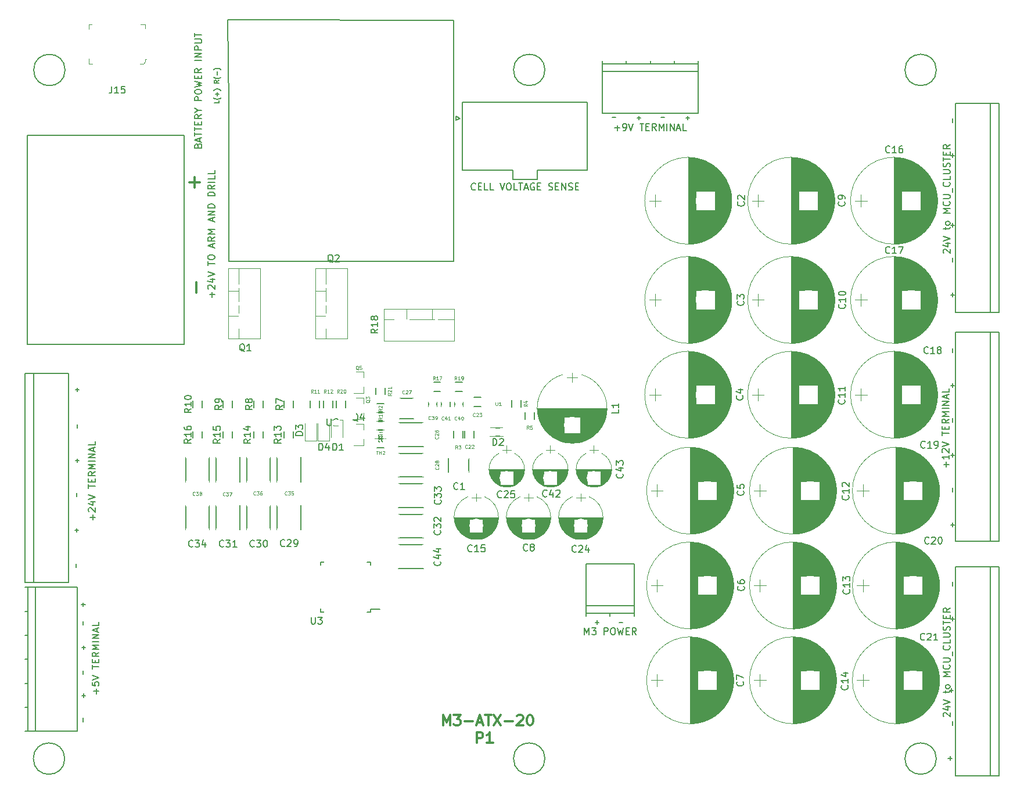
<source format=gbr>
G04 #@! TF.FileFunction,Legend,Top*
%FSLAX46Y46*%
G04 Gerber Fmt 4.6, Leading zero omitted, Abs format (unit mm)*
G04 Created by KiCad (PCBNEW 4.0.7) date 04/13/18 18:03:43*
%MOMM*%
%LPD*%
G01*
G04 APERTURE LIST*
%ADD10C,0.100000*%
%ADD11C,0.300000*%
%ADD12C,0.150000*%
%ADD13C,0.120000*%
%ADD14C,0.125000*%
%ADD15C,0.304800*%
%ADD16C,3.600000*%
%ADD17R,2.800000X2.800000*%
%ADD18C,2.800000*%
%ADD19R,2.000000X2.000000*%
%ADD20C,2.000000*%
%ADD21R,2.400000X2.400000*%
%ADD22C,2.400000*%
%ADD23R,2.200000X2.200000*%
%ADD24O,2.200000X2.200000*%
%ADD25C,3.200000*%
%ADD26C,2.600000*%
%ADD27R,1.700000X0.650000*%
%ADD28R,0.650000X1.700000*%
%ADD29R,2.100000X2.900000*%
%ADD30R,1.100000X0.650000*%
%ADD31R,1.300000X0.900000*%
%ADD32R,0.900000X1.300000*%
%ADD33R,1.300000X1.200000*%
%ADD34R,2.525980X2.525980*%
%ADD35R,0.800000X1.750000*%
%ADD36O,1.650000X1.350000*%
%ADD37O,1.400000X1.950000*%
%ADD38R,3.400000X3.400000*%
%ADD39C,3.400000*%
%ADD40R,3.200000X3.200000*%
%ADD41R,0.900000X0.900000*%
%ADD42R,1.000000X1.200000*%
%ADD43R,1.400000X3.400000*%
%ADD44R,1.150000X1.200000*%
%ADD45R,3.400000X1.400000*%
%ADD46R,1.400000X2.900000*%
%ADD47R,2.900000X1.400000*%
%ADD48R,1.900000X0.700000*%
G04 APERTURE END LIST*
D10*
D11*
X105832257Y-73101105D02*
X105832257Y-71577295D01*
X105629057Y-57810305D02*
X105629057Y-56286495D01*
X106390962Y-57048400D02*
X104867152Y-57048400D01*
D12*
X168033666Y-121158800D02*
X167500333Y-121158800D01*
X164261000Y-121424666D02*
X164261000Y-120891333D01*
X164527667Y-121158000D02*
X163994333Y-121158000D01*
X174129666Y-47575000D02*
X173596333Y-47575000D01*
X167017666Y-47575000D02*
X166484333Y-47575000D01*
X170357000Y-47891666D02*
X170357000Y-47358333D01*
X170623667Y-47625000D02*
X170090333Y-47625000D01*
X177469000Y-47891666D02*
X177469000Y-47358333D01*
X177735667Y-47625000D02*
X177202333Y-47625000D01*
X216077000Y-136156666D02*
X216077000Y-135623333D01*
X216077000Y-125996666D02*
X216077000Y-125463333D01*
X216077000Y-115836666D02*
X216077000Y-115303333D01*
X216077000Y-81800666D02*
X216077000Y-81267333D01*
X216077000Y-102120666D02*
X216077000Y-101587333D01*
X216077000Y-91960666D02*
X216077000Y-91427333D01*
X216077000Y-48272666D02*
X216077000Y-47739333D01*
X216077000Y-58432666D02*
X216077000Y-57899333D01*
X216077000Y-53352666D02*
X216077000Y-52819333D01*
X216343667Y-53086000D02*
X215810333Y-53086000D01*
X216077000Y-63512666D02*
X216077000Y-62979333D01*
X216343667Y-63246000D02*
X215810333Y-63246000D01*
X216077000Y-68592666D02*
X216077000Y-68059333D01*
X216077000Y-73672666D02*
X216077000Y-73139333D01*
X216343667Y-73406000D02*
X215810333Y-73406000D01*
X216077000Y-86880666D02*
X216077000Y-86347333D01*
X216343667Y-86614000D02*
X215810333Y-86614000D01*
X216077000Y-97040666D02*
X216077000Y-96507333D01*
X216343667Y-96774000D02*
X215810333Y-96774000D01*
X216077000Y-107200666D02*
X216077000Y-106667333D01*
X216343667Y-106934000D02*
X215810333Y-106934000D01*
X216077000Y-120916666D02*
X216077000Y-120383333D01*
X216343667Y-120650000D02*
X215810333Y-120650000D01*
X215924600Y-131330666D02*
X215924600Y-130797333D01*
X216191267Y-131064000D02*
X215657933Y-131064000D01*
X215721400Y-141236666D02*
X215721400Y-140703333D01*
X215988067Y-140970000D02*
X215454733Y-140970000D01*
X88467400Y-92824266D02*
X88467400Y-92290933D01*
X88416600Y-102831866D02*
X88416600Y-102298533D01*
X88365800Y-113144266D02*
X88365800Y-112610933D01*
X89381800Y-121577066D02*
X89381800Y-121043733D01*
X89381800Y-128739866D02*
X89381800Y-128206533D01*
X89381800Y-135648666D02*
X89381800Y-135115333D01*
X89432600Y-132092666D02*
X89432600Y-131559333D01*
X89699267Y-131826000D02*
X89165933Y-131826000D01*
X89432600Y-125082266D02*
X89432600Y-124548933D01*
X89699267Y-124815600D02*
X89165933Y-124815600D01*
X89381800Y-118833866D02*
X89381800Y-118300533D01*
X89648467Y-118567200D02*
X89115133Y-118567200D01*
X88416600Y-108013466D02*
X88416600Y-107480133D01*
X88683267Y-107746800D02*
X88149933Y-107746800D01*
X88518200Y-97853466D02*
X88518200Y-97320133D01*
X88784867Y-97586800D02*
X88251533Y-97586800D01*
X88518200Y-87541066D02*
X88518200Y-87007733D01*
X88784867Y-87274400D02*
X88251533Y-87274400D01*
X109155667Y-45126001D02*
X109155667Y-45459334D01*
X108455667Y-45459334D01*
X109422333Y-44692667D02*
X109389000Y-44726001D01*
X109289000Y-44792667D01*
X109222333Y-44826001D01*
X109122333Y-44859334D01*
X108955667Y-44892667D01*
X108822333Y-44892667D01*
X108655667Y-44859334D01*
X108555667Y-44826001D01*
X108489000Y-44792667D01*
X108389000Y-44726001D01*
X108355667Y-44692667D01*
X108889000Y-44426000D02*
X108889000Y-43892667D01*
X109155667Y-44159334D02*
X108622333Y-44159334D01*
X109422333Y-43626000D02*
X109389000Y-43592667D01*
X109289000Y-43526000D01*
X109222333Y-43492667D01*
X109122333Y-43459333D01*
X108955667Y-43426000D01*
X108822333Y-43426000D01*
X108655667Y-43459333D01*
X108555667Y-43492667D01*
X108489000Y-43526000D01*
X108389000Y-43592667D01*
X108355667Y-43626000D01*
X109155667Y-42159333D02*
X108822333Y-42392667D01*
X109155667Y-42559333D02*
X108455667Y-42559333D01*
X108455667Y-42292667D01*
X108489000Y-42226000D01*
X108522333Y-42192667D01*
X108589000Y-42159333D01*
X108689000Y-42159333D01*
X108755667Y-42192667D01*
X108789000Y-42226000D01*
X108822333Y-42292667D01*
X108822333Y-42559333D01*
X109422333Y-41659333D02*
X109389000Y-41692667D01*
X109289000Y-41759333D01*
X109222333Y-41792667D01*
X109122333Y-41826000D01*
X108955667Y-41859333D01*
X108822333Y-41859333D01*
X108655667Y-41826000D01*
X108555667Y-41792667D01*
X108489000Y-41759333D01*
X108389000Y-41692667D01*
X108355667Y-41659333D01*
X108889000Y-41392666D02*
X108889000Y-40859333D01*
X109422333Y-40592666D02*
X109389000Y-40559333D01*
X109289000Y-40492666D01*
X109222333Y-40459333D01*
X109122333Y-40425999D01*
X108955667Y-40392666D01*
X108822333Y-40392666D01*
X108655667Y-40425999D01*
X108555667Y-40459333D01*
X108489000Y-40492666D01*
X108389000Y-40559333D01*
X108355667Y-40592666D01*
X156666000Y-40630000D02*
G75*
G03X156666000Y-40630000I-2286000J0D01*
G01*
X156666000Y-141040000D02*
G75*
G03X156666000Y-141040000I-2286000J0D01*
G01*
D13*
X183895000Y-59702000D02*
G75*
G03X183895000Y-59702000I-6340000J0D01*
G01*
X177555000Y-53402000D02*
X177555000Y-66002000D01*
X177595000Y-53402000D02*
X177595000Y-66002000D01*
X177635000Y-53402000D02*
X177635000Y-66002000D01*
X177675000Y-53403000D02*
X177675000Y-66001000D01*
X177715000Y-53404000D02*
X177715000Y-66000000D01*
X177755000Y-53405000D02*
X177755000Y-65999000D01*
X177795000Y-53406000D02*
X177795000Y-65998000D01*
X177835000Y-53408000D02*
X177835000Y-65996000D01*
X177875000Y-53410000D02*
X177875000Y-65994000D01*
X177915000Y-53412000D02*
X177915000Y-65992000D01*
X177955000Y-53414000D02*
X177955000Y-65990000D01*
X177995000Y-53417000D02*
X177995000Y-65987000D01*
X178035000Y-53420000D02*
X178035000Y-65984000D01*
X178075000Y-53423000D02*
X178075000Y-65981000D01*
X178115000Y-53426000D02*
X178115000Y-65978000D01*
X178155000Y-53430000D02*
X178155000Y-65974000D01*
X178195000Y-53434000D02*
X178195000Y-65970000D01*
X178235000Y-53438000D02*
X178235000Y-65966000D01*
X178276000Y-53443000D02*
X178276000Y-65961000D01*
X178316000Y-53447000D02*
X178316000Y-65957000D01*
X178356000Y-53452000D02*
X178356000Y-65952000D01*
X178396000Y-53457000D02*
X178396000Y-65947000D01*
X178436000Y-53463000D02*
X178436000Y-65941000D01*
X178476000Y-53469000D02*
X178476000Y-65935000D01*
X178516000Y-53475000D02*
X178516000Y-65929000D01*
X178556000Y-53481000D02*
X178556000Y-65923000D01*
X178596000Y-53487000D02*
X178596000Y-65917000D01*
X178636000Y-53494000D02*
X178636000Y-65910000D01*
X178676000Y-53501000D02*
X178676000Y-58322000D01*
X178676000Y-61082000D02*
X178676000Y-65903000D01*
X178716000Y-53509000D02*
X178716000Y-58322000D01*
X178716000Y-61082000D02*
X178716000Y-65895000D01*
X178756000Y-53516000D02*
X178756000Y-58322000D01*
X178756000Y-61082000D02*
X178756000Y-65888000D01*
X178796000Y-53524000D02*
X178796000Y-58322000D01*
X178796000Y-61082000D02*
X178796000Y-65880000D01*
X178836000Y-53532000D02*
X178836000Y-58322000D01*
X178836000Y-61082000D02*
X178836000Y-65872000D01*
X178876000Y-53540000D02*
X178876000Y-58322000D01*
X178876000Y-61082000D02*
X178876000Y-65864000D01*
X178916000Y-53549000D02*
X178916000Y-58322000D01*
X178916000Y-61082000D02*
X178916000Y-65855000D01*
X178956000Y-53558000D02*
X178956000Y-58322000D01*
X178956000Y-61082000D02*
X178956000Y-65846000D01*
X178996000Y-53567000D02*
X178996000Y-58322000D01*
X178996000Y-61082000D02*
X178996000Y-65837000D01*
X179036000Y-53577000D02*
X179036000Y-58322000D01*
X179036000Y-61082000D02*
X179036000Y-65827000D01*
X179076000Y-53586000D02*
X179076000Y-58322000D01*
X179076000Y-61082000D02*
X179076000Y-65818000D01*
X179116000Y-53596000D02*
X179116000Y-58322000D01*
X179116000Y-61082000D02*
X179116000Y-65808000D01*
X179156000Y-53607000D02*
X179156000Y-58322000D01*
X179156000Y-61082000D02*
X179156000Y-65797000D01*
X179196000Y-53617000D02*
X179196000Y-58322000D01*
X179196000Y-61082000D02*
X179196000Y-65787000D01*
X179236000Y-53628000D02*
X179236000Y-58322000D01*
X179236000Y-61082000D02*
X179236000Y-65776000D01*
X179276000Y-53639000D02*
X179276000Y-58322000D01*
X179276000Y-61082000D02*
X179276000Y-65765000D01*
X179316000Y-53651000D02*
X179316000Y-58322000D01*
X179316000Y-61082000D02*
X179316000Y-65753000D01*
X179356000Y-53662000D02*
X179356000Y-58322000D01*
X179356000Y-61082000D02*
X179356000Y-65742000D01*
X179396000Y-53674000D02*
X179396000Y-58322000D01*
X179396000Y-61082000D02*
X179396000Y-65730000D01*
X179436000Y-53687000D02*
X179436000Y-58322000D01*
X179436000Y-61082000D02*
X179436000Y-65717000D01*
X179476000Y-53699000D02*
X179476000Y-58322000D01*
X179476000Y-61082000D02*
X179476000Y-65705000D01*
X179516000Y-53712000D02*
X179516000Y-58322000D01*
X179516000Y-61082000D02*
X179516000Y-65692000D01*
X179556000Y-53725000D02*
X179556000Y-58322000D01*
X179556000Y-61082000D02*
X179556000Y-65679000D01*
X179596000Y-53739000D02*
X179596000Y-58322000D01*
X179596000Y-61082000D02*
X179596000Y-65665000D01*
X179636000Y-53752000D02*
X179636000Y-58322000D01*
X179636000Y-61082000D02*
X179636000Y-65652000D01*
X179676000Y-53766000D02*
X179676000Y-58322000D01*
X179676000Y-61082000D02*
X179676000Y-65638000D01*
X179716000Y-53781000D02*
X179716000Y-58322000D01*
X179716000Y-61082000D02*
X179716000Y-65623000D01*
X179756000Y-53795000D02*
X179756000Y-58322000D01*
X179756000Y-61082000D02*
X179756000Y-65609000D01*
X179796000Y-53810000D02*
X179796000Y-58322000D01*
X179796000Y-61082000D02*
X179796000Y-65594000D01*
X179836000Y-53826000D02*
X179836000Y-58322000D01*
X179836000Y-61082000D02*
X179836000Y-65578000D01*
X179876000Y-53841000D02*
X179876000Y-58322000D01*
X179876000Y-61082000D02*
X179876000Y-65563000D01*
X179916000Y-53857000D02*
X179916000Y-58322000D01*
X179916000Y-61082000D02*
X179916000Y-65547000D01*
X179956000Y-53873000D02*
X179956000Y-58322000D01*
X179956000Y-61082000D02*
X179956000Y-65531000D01*
X179996000Y-53890000D02*
X179996000Y-58322000D01*
X179996000Y-61082000D02*
X179996000Y-65514000D01*
X180036000Y-53907000D02*
X180036000Y-58322000D01*
X180036000Y-61082000D02*
X180036000Y-65497000D01*
X180076000Y-53924000D02*
X180076000Y-58322000D01*
X180076000Y-61082000D02*
X180076000Y-65480000D01*
X180116000Y-53941000D02*
X180116000Y-58322000D01*
X180116000Y-61082000D02*
X180116000Y-65463000D01*
X180156000Y-53959000D02*
X180156000Y-58322000D01*
X180156000Y-61082000D02*
X180156000Y-65445000D01*
X180196000Y-53977000D02*
X180196000Y-58322000D01*
X180196000Y-61082000D02*
X180196000Y-65427000D01*
X180236000Y-53996000D02*
X180236000Y-58322000D01*
X180236000Y-61082000D02*
X180236000Y-65408000D01*
X180276000Y-54015000D02*
X180276000Y-58322000D01*
X180276000Y-61082000D02*
X180276000Y-65389000D01*
X180316000Y-54034000D02*
X180316000Y-58322000D01*
X180316000Y-61082000D02*
X180316000Y-65370000D01*
X180356000Y-54053000D02*
X180356000Y-58322000D01*
X180356000Y-61082000D02*
X180356000Y-65351000D01*
X180396000Y-54073000D02*
X180396000Y-58322000D01*
X180396000Y-61082000D02*
X180396000Y-65331000D01*
X180436000Y-54093000D02*
X180436000Y-58322000D01*
X180436000Y-61082000D02*
X180436000Y-65311000D01*
X180476000Y-54114000D02*
X180476000Y-58322000D01*
X180476000Y-61082000D02*
X180476000Y-65290000D01*
X180516000Y-54135000D02*
X180516000Y-58322000D01*
X180516000Y-61082000D02*
X180516000Y-65269000D01*
X180556000Y-54156000D02*
X180556000Y-58322000D01*
X180556000Y-61082000D02*
X180556000Y-65248000D01*
X180596000Y-54178000D02*
X180596000Y-58322000D01*
X180596000Y-61082000D02*
X180596000Y-65226000D01*
X180636000Y-54200000D02*
X180636000Y-58322000D01*
X180636000Y-61082000D02*
X180636000Y-65204000D01*
X180676000Y-54222000D02*
X180676000Y-58322000D01*
X180676000Y-61082000D02*
X180676000Y-65182000D01*
X180716000Y-54245000D02*
X180716000Y-58322000D01*
X180716000Y-61082000D02*
X180716000Y-65159000D01*
X180756000Y-54268000D02*
X180756000Y-58322000D01*
X180756000Y-61082000D02*
X180756000Y-65136000D01*
X180796000Y-54292000D02*
X180796000Y-58322000D01*
X180796000Y-61082000D02*
X180796000Y-65112000D01*
X180836000Y-54316000D02*
X180836000Y-58322000D01*
X180836000Y-61082000D02*
X180836000Y-65088000D01*
X180876000Y-54340000D02*
X180876000Y-58322000D01*
X180876000Y-61082000D02*
X180876000Y-65064000D01*
X180916000Y-54365000D02*
X180916000Y-58322000D01*
X180916000Y-61082000D02*
X180916000Y-65039000D01*
X180956000Y-54390000D02*
X180956000Y-58322000D01*
X180956000Y-61082000D02*
X180956000Y-65014000D01*
X180996000Y-54416000D02*
X180996000Y-58322000D01*
X180996000Y-61082000D02*
X180996000Y-64988000D01*
X181036000Y-54442000D02*
X181036000Y-58322000D01*
X181036000Y-61082000D02*
X181036000Y-64962000D01*
X181076000Y-54468000D02*
X181076000Y-58322000D01*
X181076000Y-61082000D02*
X181076000Y-64936000D01*
X181116000Y-54495000D02*
X181116000Y-58322000D01*
X181116000Y-61082000D02*
X181116000Y-64909000D01*
X181156000Y-54523000D02*
X181156000Y-58322000D01*
X181156000Y-61082000D02*
X181156000Y-64881000D01*
X181196000Y-54551000D02*
X181196000Y-58322000D01*
X181196000Y-61082000D02*
X181196000Y-64853000D01*
X181236000Y-54579000D02*
X181236000Y-58322000D01*
X181236000Y-61082000D02*
X181236000Y-64825000D01*
X181276000Y-54608000D02*
X181276000Y-58322000D01*
X181276000Y-61082000D02*
X181276000Y-64796000D01*
X181316000Y-54637000D02*
X181316000Y-58322000D01*
X181316000Y-61082000D02*
X181316000Y-64767000D01*
X181356000Y-54667000D02*
X181356000Y-58322000D01*
X181356000Y-61082000D02*
X181356000Y-64737000D01*
X181396000Y-54697000D02*
X181396000Y-58322000D01*
X181396000Y-61082000D02*
X181396000Y-64707000D01*
X181436000Y-54727000D02*
X181436000Y-64677000D01*
X181476000Y-54759000D02*
X181476000Y-64645000D01*
X181516000Y-54790000D02*
X181516000Y-64614000D01*
X181556000Y-54823000D02*
X181556000Y-64581000D01*
X181596000Y-54855000D02*
X181596000Y-64549000D01*
X181636000Y-54889000D02*
X181636000Y-64515000D01*
X181676000Y-54923000D02*
X181676000Y-64481000D01*
X181716000Y-54957000D02*
X181716000Y-64447000D01*
X181756000Y-54992000D02*
X181756000Y-64412000D01*
X181796000Y-55028000D02*
X181796000Y-64376000D01*
X181836000Y-55064000D02*
X181836000Y-64340000D01*
X181876000Y-55101000D02*
X181876000Y-64303000D01*
X181916000Y-55139000D02*
X181916000Y-64265000D01*
X181956000Y-55177000D02*
X181956000Y-64227000D01*
X181996000Y-55216000D02*
X181996000Y-64188000D01*
X182036000Y-55255000D02*
X182036000Y-64149000D01*
X182076000Y-55296000D02*
X182076000Y-64108000D01*
X182116000Y-55337000D02*
X182116000Y-64067000D01*
X182156000Y-55379000D02*
X182156000Y-64025000D01*
X182196000Y-55421000D02*
X182196000Y-63983000D01*
X182236000Y-55464000D02*
X182236000Y-63940000D01*
X182276000Y-55509000D02*
X182276000Y-63895000D01*
X182316000Y-55554000D02*
X182316000Y-63850000D01*
X182356000Y-55600000D02*
X182356000Y-63804000D01*
X182396000Y-55646000D02*
X182396000Y-63758000D01*
X182436000Y-55694000D02*
X182436000Y-63710000D01*
X182476000Y-55743000D02*
X182476000Y-63661000D01*
X182516000Y-55793000D02*
X182516000Y-63611000D01*
X182556000Y-55843000D02*
X182556000Y-63561000D01*
X182596000Y-55895000D02*
X182596000Y-63509000D01*
X182636000Y-55948000D02*
X182636000Y-63456000D01*
X182676000Y-56002000D02*
X182676000Y-63402000D01*
X182716000Y-56058000D02*
X182716000Y-63346000D01*
X182756000Y-56114000D02*
X182756000Y-63290000D01*
X182796000Y-56172000D02*
X182796000Y-63232000D01*
X182836000Y-56232000D02*
X182836000Y-63172000D01*
X182876000Y-56293000D02*
X182876000Y-63111000D01*
X182916000Y-56355000D02*
X182916000Y-63049000D01*
X182956000Y-56420000D02*
X182956000Y-62984000D01*
X182996000Y-56485000D02*
X182996000Y-62919000D01*
X183036000Y-56553000D02*
X183036000Y-62851000D01*
X183076000Y-56623000D02*
X183076000Y-62781000D01*
X183116000Y-56695000D02*
X183116000Y-62709000D01*
X183156000Y-56769000D02*
X183156000Y-62635000D01*
X183196000Y-56846000D02*
X183196000Y-62558000D01*
X183236000Y-56925000D02*
X183236000Y-62479000D01*
X183276000Y-57007000D02*
X183276000Y-62397000D01*
X183316000Y-57092000D02*
X183316000Y-62312000D01*
X183356000Y-57181000D02*
X183356000Y-62223000D01*
X183396000Y-57274000D02*
X183396000Y-62130000D01*
X183436000Y-57371000D02*
X183436000Y-62033000D01*
X183476000Y-57472000D02*
X183476000Y-61932000D01*
X183516000Y-57580000D02*
X183516000Y-61824000D01*
X183556000Y-57693000D02*
X183556000Y-61711000D01*
X183596000Y-57814000D02*
X183596000Y-61590000D01*
X183636000Y-57945000D02*
X183636000Y-61459000D01*
X183676000Y-58086000D02*
X183676000Y-61318000D01*
X183716000Y-58242000D02*
X183716000Y-61162000D01*
X183756000Y-58417000D02*
X183756000Y-60987000D01*
X183796000Y-58620000D02*
X183796000Y-60784000D01*
X183836000Y-58871000D02*
X183836000Y-60533000D01*
X183876000Y-59238000D02*
X183876000Y-60166000D01*
X171855000Y-59702000D02*
X173655000Y-59702000D01*
X172755000Y-58802000D02*
X172755000Y-60602000D01*
X183895000Y-74162000D02*
G75*
G03X183895000Y-74162000I-6340000J0D01*
G01*
X177555000Y-67862000D02*
X177555000Y-80462000D01*
X177595000Y-67862000D02*
X177595000Y-80462000D01*
X177635000Y-67862000D02*
X177635000Y-80462000D01*
X177675000Y-67863000D02*
X177675000Y-80461000D01*
X177715000Y-67864000D02*
X177715000Y-80460000D01*
X177755000Y-67865000D02*
X177755000Y-80459000D01*
X177795000Y-67866000D02*
X177795000Y-80458000D01*
X177835000Y-67868000D02*
X177835000Y-80456000D01*
X177875000Y-67870000D02*
X177875000Y-80454000D01*
X177915000Y-67872000D02*
X177915000Y-80452000D01*
X177955000Y-67874000D02*
X177955000Y-80450000D01*
X177995000Y-67877000D02*
X177995000Y-80447000D01*
X178035000Y-67880000D02*
X178035000Y-80444000D01*
X178075000Y-67883000D02*
X178075000Y-80441000D01*
X178115000Y-67886000D02*
X178115000Y-80438000D01*
X178155000Y-67890000D02*
X178155000Y-80434000D01*
X178195000Y-67894000D02*
X178195000Y-80430000D01*
X178235000Y-67898000D02*
X178235000Y-80426000D01*
X178276000Y-67903000D02*
X178276000Y-80421000D01*
X178316000Y-67907000D02*
X178316000Y-80417000D01*
X178356000Y-67912000D02*
X178356000Y-80412000D01*
X178396000Y-67917000D02*
X178396000Y-80407000D01*
X178436000Y-67923000D02*
X178436000Y-80401000D01*
X178476000Y-67929000D02*
X178476000Y-80395000D01*
X178516000Y-67935000D02*
X178516000Y-80389000D01*
X178556000Y-67941000D02*
X178556000Y-80383000D01*
X178596000Y-67947000D02*
X178596000Y-80377000D01*
X178636000Y-67954000D02*
X178636000Y-80370000D01*
X178676000Y-67961000D02*
X178676000Y-72782000D01*
X178676000Y-75542000D02*
X178676000Y-80363000D01*
X178716000Y-67969000D02*
X178716000Y-72782000D01*
X178716000Y-75542000D02*
X178716000Y-80355000D01*
X178756000Y-67976000D02*
X178756000Y-72782000D01*
X178756000Y-75542000D02*
X178756000Y-80348000D01*
X178796000Y-67984000D02*
X178796000Y-72782000D01*
X178796000Y-75542000D02*
X178796000Y-80340000D01*
X178836000Y-67992000D02*
X178836000Y-72782000D01*
X178836000Y-75542000D02*
X178836000Y-80332000D01*
X178876000Y-68000000D02*
X178876000Y-72782000D01*
X178876000Y-75542000D02*
X178876000Y-80324000D01*
X178916000Y-68009000D02*
X178916000Y-72782000D01*
X178916000Y-75542000D02*
X178916000Y-80315000D01*
X178956000Y-68018000D02*
X178956000Y-72782000D01*
X178956000Y-75542000D02*
X178956000Y-80306000D01*
X178996000Y-68027000D02*
X178996000Y-72782000D01*
X178996000Y-75542000D02*
X178996000Y-80297000D01*
X179036000Y-68037000D02*
X179036000Y-72782000D01*
X179036000Y-75542000D02*
X179036000Y-80287000D01*
X179076000Y-68046000D02*
X179076000Y-72782000D01*
X179076000Y-75542000D02*
X179076000Y-80278000D01*
X179116000Y-68056000D02*
X179116000Y-72782000D01*
X179116000Y-75542000D02*
X179116000Y-80268000D01*
X179156000Y-68067000D02*
X179156000Y-72782000D01*
X179156000Y-75542000D02*
X179156000Y-80257000D01*
X179196000Y-68077000D02*
X179196000Y-72782000D01*
X179196000Y-75542000D02*
X179196000Y-80247000D01*
X179236000Y-68088000D02*
X179236000Y-72782000D01*
X179236000Y-75542000D02*
X179236000Y-80236000D01*
X179276000Y-68099000D02*
X179276000Y-72782000D01*
X179276000Y-75542000D02*
X179276000Y-80225000D01*
X179316000Y-68111000D02*
X179316000Y-72782000D01*
X179316000Y-75542000D02*
X179316000Y-80213000D01*
X179356000Y-68122000D02*
X179356000Y-72782000D01*
X179356000Y-75542000D02*
X179356000Y-80202000D01*
X179396000Y-68134000D02*
X179396000Y-72782000D01*
X179396000Y-75542000D02*
X179396000Y-80190000D01*
X179436000Y-68147000D02*
X179436000Y-72782000D01*
X179436000Y-75542000D02*
X179436000Y-80177000D01*
X179476000Y-68159000D02*
X179476000Y-72782000D01*
X179476000Y-75542000D02*
X179476000Y-80165000D01*
X179516000Y-68172000D02*
X179516000Y-72782000D01*
X179516000Y-75542000D02*
X179516000Y-80152000D01*
X179556000Y-68185000D02*
X179556000Y-72782000D01*
X179556000Y-75542000D02*
X179556000Y-80139000D01*
X179596000Y-68199000D02*
X179596000Y-72782000D01*
X179596000Y-75542000D02*
X179596000Y-80125000D01*
X179636000Y-68212000D02*
X179636000Y-72782000D01*
X179636000Y-75542000D02*
X179636000Y-80112000D01*
X179676000Y-68226000D02*
X179676000Y-72782000D01*
X179676000Y-75542000D02*
X179676000Y-80098000D01*
X179716000Y-68241000D02*
X179716000Y-72782000D01*
X179716000Y-75542000D02*
X179716000Y-80083000D01*
X179756000Y-68255000D02*
X179756000Y-72782000D01*
X179756000Y-75542000D02*
X179756000Y-80069000D01*
X179796000Y-68270000D02*
X179796000Y-72782000D01*
X179796000Y-75542000D02*
X179796000Y-80054000D01*
X179836000Y-68286000D02*
X179836000Y-72782000D01*
X179836000Y-75542000D02*
X179836000Y-80038000D01*
X179876000Y-68301000D02*
X179876000Y-72782000D01*
X179876000Y-75542000D02*
X179876000Y-80023000D01*
X179916000Y-68317000D02*
X179916000Y-72782000D01*
X179916000Y-75542000D02*
X179916000Y-80007000D01*
X179956000Y-68333000D02*
X179956000Y-72782000D01*
X179956000Y-75542000D02*
X179956000Y-79991000D01*
X179996000Y-68350000D02*
X179996000Y-72782000D01*
X179996000Y-75542000D02*
X179996000Y-79974000D01*
X180036000Y-68367000D02*
X180036000Y-72782000D01*
X180036000Y-75542000D02*
X180036000Y-79957000D01*
X180076000Y-68384000D02*
X180076000Y-72782000D01*
X180076000Y-75542000D02*
X180076000Y-79940000D01*
X180116000Y-68401000D02*
X180116000Y-72782000D01*
X180116000Y-75542000D02*
X180116000Y-79923000D01*
X180156000Y-68419000D02*
X180156000Y-72782000D01*
X180156000Y-75542000D02*
X180156000Y-79905000D01*
X180196000Y-68437000D02*
X180196000Y-72782000D01*
X180196000Y-75542000D02*
X180196000Y-79887000D01*
X180236000Y-68456000D02*
X180236000Y-72782000D01*
X180236000Y-75542000D02*
X180236000Y-79868000D01*
X180276000Y-68475000D02*
X180276000Y-72782000D01*
X180276000Y-75542000D02*
X180276000Y-79849000D01*
X180316000Y-68494000D02*
X180316000Y-72782000D01*
X180316000Y-75542000D02*
X180316000Y-79830000D01*
X180356000Y-68513000D02*
X180356000Y-72782000D01*
X180356000Y-75542000D02*
X180356000Y-79811000D01*
X180396000Y-68533000D02*
X180396000Y-72782000D01*
X180396000Y-75542000D02*
X180396000Y-79791000D01*
X180436000Y-68553000D02*
X180436000Y-72782000D01*
X180436000Y-75542000D02*
X180436000Y-79771000D01*
X180476000Y-68574000D02*
X180476000Y-72782000D01*
X180476000Y-75542000D02*
X180476000Y-79750000D01*
X180516000Y-68595000D02*
X180516000Y-72782000D01*
X180516000Y-75542000D02*
X180516000Y-79729000D01*
X180556000Y-68616000D02*
X180556000Y-72782000D01*
X180556000Y-75542000D02*
X180556000Y-79708000D01*
X180596000Y-68638000D02*
X180596000Y-72782000D01*
X180596000Y-75542000D02*
X180596000Y-79686000D01*
X180636000Y-68660000D02*
X180636000Y-72782000D01*
X180636000Y-75542000D02*
X180636000Y-79664000D01*
X180676000Y-68682000D02*
X180676000Y-72782000D01*
X180676000Y-75542000D02*
X180676000Y-79642000D01*
X180716000Y-68705000D02*
X180716000Y-72782000D01*
X180716000Y-75542000D02*
X180716000Y-79619000D01*
X180756000Y-68728000D02*
X180756000Y-72782000D01*
X180756000Y-75542000D02*
X180756000Y-79596000D01*
X180796000Y-68752000D02*
X180796000Y-72782000D01*
X180796000Y-75542000D02*
X180796000Y-79572000D01*
X180836000Y-68776000D02*
X180836000Y-72782000D01*
X180836000Y-75542000D02*
X180836000Y-79548000D01*
X180876000Y-68800000D02*
X180876000Y-72782000D01*
X180876000Y-75542000D02*
X180876000Y-79524000D01*
X180916000Y-68825000D02*
X180916000Y-72782000D01*
X180916000Y-75542000D02*
X180916000Y-79499000D01*
X180956000Y-68850000D02*
X180956000Y-72782000D01*
X180956000Y-75542000D02*
X180956000Y-79474000D01*
X180996000Y-68876000D02*
X180996000Y-72782000D01*
X180996000Y-75542000D02*
X180996000Y-79448000D01*
X181036000Y-68902000D02*
X181036000Y-72782000D01*
X181036000Y-75542000D02*
X181036000Y-79422000D01*
X181076000Y-68928000D02*
X181076000Y-72782000D01*
X181076000Y-75542000D02*
X181076000Y-79396000D01*
X181116000Y-68955000D02*
X181116000Y-72782000D01*
X181116000Y-75542000D02*
X181116000Y-79369000D01*
X181156000Y-68983000D02*
X181156000Y-72782000D01*
X181156000Y-75542000D02*
X181156000Y-79341000D01*
X181196000Y-69011000D02*
X181196000Y-72782000D01*
X181196000Y-75542000D02*
X181196000Y-79313000D01*
X181236000Y-69039000D02*
X181236000Y-72782000D01*
X181236000Y-75542000D02*
X181236000Y-79285000D01*
X181276000Y-69068000D02*
X181276000Y-72782000D01*
X181276000Y-75542000D02*
X181276000Y-79256000D01*
X181316000Y-69097000D02*
X181316000Y-72782000D01*
X181316000Y-75542000D02*
X181316000Y-79227000D01*
X181356000Y-69127000D02*
X181356000Y-72782000D01*
X181356000Y-75542000D02*
X181356000Y-79197000D01*
X181396000Y-69157000D02*
X181396000Y-72782000D01*
X181396000Y-75542000D02*
X181396000Y-79167000D01*
X181436000Y-69187000D02*
X181436000Y-79137000D01*
X181476000Y-69219000D02*
X181476000Y-79105000D01*
X181516000Y-69250000D02*
X181516000Y-79074000D01*
X181556000Y-69283000D02*
X181556000Y-79041000D01*
X181596000Y-69315000D02*
X181596000Y-79009000D01*
X181636000Y-69349000D02*
X181636000Y-78975000D01*
X181676000Y-69383000D02*
X181676000Y-78941000D01*
X181716000Y-69417000D02*
X181716000Y-78907000D01*
X181756000Y-69452000D02*
X181756000Y-78872000D01*
X181796000Y-69488000D02*
X181796000Y-78836000D01*
X181836000Y-69524000D02*
X181836000Y-78800000D01*
X181876000Y-69561000D02*
X181876000Y-78763000D01*
X181916000Y-69599000D02*
X181916000Y-78725000D01*
X181956000Y-69637000D02*
X181956000Y-78687000D01*
X181996000Y-69676000D02*
X181996000Y-78648000D01*
X182036000Y-69715000D02*
X182036000Y-78609000D01*
X182076000Y-69756000D02*
X182076000Y-78568000D01*
X182116000Y-69797000D02*
X182116000Y-78527000D01*
X182156000Y-69839000D02*
X182156000Y-78485000D01*
X182196000Y-69881000D02*
X182196000Y-78443000D01*
X182236000Y-69924000D02*
X182236000Y-78400000D01*
X182276000Y-69969000D02*
X182276000Y-78355000D01*
X182316000Y-70014000D02*
X182316000Y-78310000D01*
X182356000Y-70060000D02*
X182356000Y-78264000D01*
X182396000Y-70106000D02*
X182396000Y-78218000D01*
X182436000Y-70154000D02*
X182436000Y-78170000D01*
X182476000Y-70203000D02*
X182476000Y-78121000D01*
X182516000Y-70253000D02*
X182516000Y-78071000D01*
X182556000Y-70303000D02*
X182556000Y-78021000D01*
X182596000Y-70355000D02*
X182596000Y-77969000D01*
X182636000Y-70408000D02*
X182636000Y-77916000D01*
X182676000Y-70462000D02*
X182676000Y-77862000D01*
X182716000Y-70518000D02*
X182716000Y-77806000D01*
X182756000Y-70574000D02*
X182756000Y-77750000D01*
X182796000Y-70632000D02*
X182796000Y-77692000D01*
X182836000Y-70692000D02*
X182836000Y-77632000D01*
X182876000Y-70753000D02*
X182876000Y-77571000D01*
X182916000Y-70815000D02*
X182916000Y-77509000D01*
X182956000Y-70880000D02*
X182956000Y-77444000D01*
X182996000Y-70945000D02*
X182996000Y-77379000D01*
X183036000Y-71013000D02*
X183036000Y-77311000D01*
X183076000Y-71083000D02*
X183076000Y-77241000D01*
X183116000Y-71155000D02*
X183116000Y-77169000D01*
X183156000Y-71229000D02*
X183156000Y-77095000D01*
X183196000Y-71306000D02*
X183196000Y-77018000D01*
X183236000Y-71385000D02*
X183236000Y-76939000D01*
X183276000Y-71467000D02*
X183276000Y-76857000D01*
X183316000Y-71552000D02*
X183316000Y-76772000D01*
X183356000Y-71641000D02*
X183356000Y-76683000D01*
X183396000Y-71734000D02*
X183396000Y-76590000D01*
X183436000Y-71831000D02*
X183436000Y-76493000D01*
X183476000Y-71932000D02*
X183476000Y-76392000D01*
X183516000Y-72040000D02*
X183516000Y-76284000D01*
X183556000Y-72153000D02*
X183556000Y-76171000D01*
X183596000Y-72274000D02*
X183596000Y-76050000D01*
X183636000Y-72405000D02*
X183636000Y-75919000D01*
X183676000Y-72546000D02*
X183676000Y-75778000D01*
X183716000Y-72702000D02*
X183716000Y-75622000D01*
X183756000Y-72877000D02*
X183756000Y-75447000D01*
X183796000Y-73080000D02*
X183796000Y-75244000D01*
X183836000Y-73331000D02*
X183836000Y-74993000D01*
X183876000Y-73698000D02*
X183876000Y-74626000D01*
X171855000Y-74162000D02*
X173655000Y-74162000D01*
X172755000Y-73262000D02*
X172755000Y-75062000D01*
X183895000Y-87987000D02*
G75*
G03X183895000Y-87987000I-6340000J0D01*
G01*
X177555000Y-81687000D02*
X177555000Y-94287000D01*
X177595000Y-81687000D02*
X177595000Y-94287000D01*
X177635000Y-81687000D02*
X177635000Y-94287000D01*
X177675000Y-81688000D02*
X177675000Y-94286000D01*
X177715000Y-81689000D02*
X177715000Y-94285000D01*
X177755000Y-81690000D02*
X177755000Y-94284000D01*
X177795000Y-81691000D02*
X177795000Y-94283000D01*
X177835000Y-81693000D02*
X177835000Y-94281000D01*
X177875000Y-81695000D02*
X177875000Y-94279000D01*
X177915000Y-81697000D02*
X177915000Y-94277000D01*
X177955000Y-81699000D02*
X177955000Y-94275000D01*
X177995000Y-81702000D02*
X177995000Y-94272000D01*
X178035000Y-81705000D02*
X178035000Y-94269000D01*
X178075000Y-81708000D02*
X178075000Y-94266000D01*
X178115000Y-81711000D02*
X178115000Y-94263000D01*
X178155000Y-81715000D02*
X178155000Y-94259000D01*
X178195000Y-81719000D02*
X178195000Y-94255000D01*
X178235000Y-81723000D02*
X178235000Y-94251000D01*
X178276000Y-81728000D02*
X178276000Y-94246000D01*
X178316000Y-81732000D02*
X178316000Y-94242000D01*
X178356000Y-81737000D02*
X178356000Y-94237000D01*
X178396000Y-81742000D02*
X178396000Y-94232000D01*
X178436000Y-81748000D02*
X178436000Y-94226000D01*
X178476000Y-81754000D02*
X178476000Y-94220000D01*
X178516000Y-81760000D02*
X178516000Y-94214000D01*
X178556000Y-81766000D02*
X178556000Y-94208000D01*
X178596000Y-81772000D02*
X178596000Y-94202000D01*
X178636000Y-81779000D02*
X178636000Y-94195000D01*
X178676000Y-81786000D02*
X178676000Y-86607000D01*
X178676000Y-89367000D02*
X178676000Y-94188000D01*
X178716000Y-81794000D02*
X178716000Y-86607000D01*
X178716000Y-89367000D02*
X178716000Y-94180000D01*
X178756000Y-81801000D02*
X178756000Y-86607000D01*
X178756000Y-89367000D02*
X178756000Y-94173000D01*
X178796000Y-81809000D02*
X178796000Y-86607000D01*
X178796000Y-89367000D02*
X178796000Y-94165000D01*
X178836000Y-81817000D02*
X178836000Y-86607000D01*
X178836000Y-89367000D02*
X178836000Y-94157000D01*
X178876000Y-81825000D02*
X178876000Y-86607000D01*
X178876000Y-89367000D02*
X178876000Y-94149000D01*
X178916000Y-81834000D02*
X178916000Y-86607000D01*
X178916000Y-89367000D02*
X178916000Y-94140000D01*
X178956000Y-81843000D02*
X178956000Y-86607000D01*
X178956000Y-89367000D02*
X178956000Y-94131000D01*
X178996000Y-81852000D02*
X178996000Y-86607000D01*
X178996000Y-89367000D02*
X178996000Y-94122000D01*
X179036000Y-81862000D02*
X179036000Y-86607000D01*
X179036000Y-89367000D02*
X179036000Y-94112000D01*
X179076000Y-81871000D02*
X179076000Y-86607000D01*
X179076000Y-89367000D02*
X179076000Y-94103000D01*
X179116000Y-81881000D02*
X179116000Y-86607000D01*
X179116000Y-89367000D02*
X179116000Y-94093000D01*
X179156000Y-81892000D02*
X179156000Y-86607000D01*
X179156000Y-89367000D02*
X179156000Y-94082000D01*
X179196000Y-81902000D02*
X179196000Y-86607000D01*
X179196000Y-89367000D02*
X179196000Y-94072000D01*
X179236000Y-81913000D02*
X179236000Y-86607000D01*
X179236000Y-89367000D02*
X179236000Y-94061000D01*
X179276000Y-81924000D02*
X179276000Y-86607000D01*
X179276000Y-89367000D02*
X179276000Y-94050000D01*
X179316000Y-81936000D02*
X179316000Y-86607000D01*
X179316000Y-89367000D02*
X179316000Y-94038000D01*
X179356000Y-81947000D02*
X179356000Y-86607000D01*
X179356000Y-89367000D02*
X179356000Y-94027000D01*
X179396000Y-81959000D02*
X179396000Y-86607000D01*
X179396000Y-89367000D02*
X179396000Y-94015000D01*
X179436000Y-81972000D02*
X179436000Y-86607000D01*
X179436000Y-89367000D02*
X179436000Y-94002000D01*
X179476000Y-81984000D02*
X179476000Y-86607000D01*
X179476000Y-89367000D02*
X179476000Y-93990000D01*
X179516000Y-81997000D02*
X179516000Y-86607000D01*
X179516000Y-89367000D02*
X179516000Y-93977000D01*
X179556000Y-82010000D02*
X179556000Y-86607000D01*
X179556000Y-89367000D02*
X179556000Y-93964000D01*
X179596000Y-82024000D02*
X179596000Y-86607000D01*
X179596000Y-89367000D02*
X179596000Y-93950000D01*
X179636000Y-82037000D02*
X179636000Y-86607000D01*
X179636000Y-89367000D02*
X179636000Y-93937000D01*
X179676000Y-82051000D02*
X179676000Y-86607000D01*
X179676000Y-89367000D02*
X179676000Y-93923000D01*
X179716000Y-82066000D02*
X179716000Y-86607000D01*
X179716000Y-89367000D02*
X179716000Y-93908000D01*
X179756000Y-82080000D02*
X179756000Y-86607000D01*
X179756000Y-89367000D02*
X179756000Y-93894000D01*
X179796000Y-82095000D02*
X179796000Y-86607000D01*
X179796000Y-89367000D02*
X179796000Y-93879000D01*
X179836000Y-82111000D02*
X179836000Y-86607000D01*
X179836000Y-89367000D02*
X179836000Y-93863000D01*
X179876000Y-82126000D02*
X179876000Y-86607000D01*
X179876000Y-89367000D02*
X179876000Y-93848000D01*
X179916000Y-82142000D02*
X179916000Y-86607000D01*
X179916000Y-89367000D02*
X179916000Y-93832000D01*
X179956000Y-82158000D02*
X179956000Y-86607000D01*
X179956000Y-89367000D02*
X179956000Y-93816000D01*
X179996000Y-82175000D02*
X179996000Y-86607000D01*
X179996000Y-89367000D02*
X179996000Y-93799000D01*
X180036000Y-82192000D02*
X180036000Y-86607000D01*
X180036000Y-89367000D02*
X180036000Y-93782000D01*
X180076000Y-82209000D02*
X180076000Y-86607000D01*
X180076000Y-89367000D02*
X180076000Y-93765000D01*
X180116000Y-82226000D02*
X180116000Y-86607000D01*
X180116000Y-89367000D02*
X180116000Y-93748000D01*
X180156000Y-82244000D02*
X180156000Y-86607000D01*
X180156000Y-89367000D02*
X180156000Y-93730000D01*
X180196000Y-82262000D02*
X180196000Y-86607000D01*
X180196000Y-89367000D02*
X180196000Y-93712000D01*
X180236000Y-82281000D02*
X180236000Y-86607000D01*
X180236000Y-89367000D02*
X180236000Y-93693000D01*
X180276000Y-82300000D02*
X180276000Y-86607000D01*
X180276000Y-89367000D02*
X180276000Y-93674000D01*
X180316000Y-82319000D02*
X180316000Y-86607000D01*
X180316000Y-89367000D02*
X180316000Y-93655000D01*
X180356000Y-82338000D02*
X180356000Y-86607000D01*
X180356000Y-89367000D02*
X180356000Y-93636000D01*
X180396000Y-82358000D02*
X180396000Y-86607000D01*
X180396000Y-89367000D02*
X180396000Y-93616000D01*
X180436000Y-82378000D02*
X180436000Y-86607000D01*
X180436000Y-89367000D02*
X180436000Y-93596000D01*
X180476000Y-82399000D02*
X180476000Y-86607000D01*
X180476000Y-89367000D02*
X180476000Y-93575000D01*
X180516000Y-82420000D02*
X180516000Y-86607000D01*
X180516000Y-89367000D02*
X180516000Y-93554000D01*
X180556000Y-82441000D02*
X180556000Y-86607000D01*
X180556000Y-89367000D02*
X180556000Y-93533000D01*
X180596000Y-82463000D02*
X180596000Y-86607000D01*
X180596000Y-89367000D02*
X180596000Y-93511000D01*
X180636000Y-82485000D02*
X180636000Y-86607000D01*
X180636000Y-89367000D02*
X180636000Y-93489000D01*
X180676000Y-82507000D02*
X180676000Y-86607000D01*
X180676000Y-89367000D02*
X180676000Y-93467000D01*
X180716000Y-82530000D02*
X180716000Y-86607000D01*
X180716000Y-89367000D02*
X180716000Y-93444000D01*
X180756000Y-82553000D02*
X180756000Y-86607000D01*
X180756000Y-89367000D02*
X180756000Y-93421000D01*
X180796000Y-82577000D02*
X180796000Y-86607000D01*
X180796000Y-89367000D02*
X180796000Y-93397000D01*
X180836000Y-82601000D02*
X180836000Y-86607000D01*
X180836000Y-89367000D02*
X180836000Y-93373000D01*
X180876000Y-82625000D02*
X180876000Y-86607000D01*
X180876000Y-89367000D02*
X180876000Y-93349000D01*
X180916000Y-82650000D02*
X180916000Y-86607000D01*
X180916000Y-89367000D02*
X180916000Y-93324000D01*
X180956000Y-82675000D02*
X180956000Y-86607000D01*
X180956000Y-89367000D02*
X180956000Y-93299000D01*
X180996000Y-82701000D02*
X180996000Y-86607000D01*
X180996000Y-89367000D02*
X180996000Y-93273000D01*
X181036000Y-82727000D02*
X181036000Y-86607000D01*
X181036000Y-89367000D02*
X181036000Y-93247000D01*
X181076000Y-82753000D02*
X181076000Y-86607000D01*
X181076000Y-89367000D02*
X181076000Y-93221000D01*
X181116000Y-82780000D02*
X181116000Y-86607000D01*
X181116000Y-89367000D02*
X181116000Y-93194000D01*
X181156000Y-82808000D02*
X181156000Y-86607000D01*
X181156000Y-89367000D02*
X181156000Y-93166000D01*
X181196000Y-82836000D02*
X181196000Y-86607000D01*
X181196000Y-89367000D02*
X181196000Y-93138000D01*
X181236000Y-82864000D02*
X181236000Y-86607000D01*
X181236000Y-89367000D02*
X181236000Y-93110000D01*
X181276000Y-82893000D02*
X181276000Y-86607000D01*
X181276000Y-89367000D02*
X181276000Y-93081000D01*
X181316000Y-82922000D02*
X181316000Y-86607000D01*
X181316000Y-89367000D02*
X181316000Y-93052000D01*
X181356000Y-82952000D02*
X181356000Y-86607000D01*
X181356000Y-89367000D02*
X181356000Y-93022000D01*
X181396000Y-82982000D02*
X181396000Y-86607000D01*
X181396000Y-89367000D02*
X181396000Y-92992000D01*
X181436000Y-83012000D02*
X181436000Y-92962000D01*
X181476000Y-83044000D02*
X181476000Y-92930000D01*
X181516000Y-83075000D02*
X181516000Y-92899000D01*
X181556000Y-83108000D02*
X181556000Y-92866000D01*
X181596000Y-83140000D02*
X181596000Y-92834000D01*
X181636000Y-83174000D02*
X181636000Y-92800000D01*
X181676000Y-83208000D02*
X181676000Y-92766000D01*
X181716000Y-83242000D02*
X181716000Y-92732000D01*
X181756000Y-83277000D02*
X181756000Y-92697000D01*
X181796000Y-83313000D02*
X181796000Y-92661000D01*
X181836000Y-83349000D02*
X181836000Y-92625000D01*
X181876000Y-83386000D02*
X181876000Y-92588000D01*
X181916000Y-83424000D02*
X181916000Y-92550000D01*
X181956000Y-83462000D02*
X181956000Y-92512000D01*
X181996000Y-83501000D02*
X181996000Y-92473000D01*
X182036000Y-83540000D02*
X182036000Y-92434000D01*
X182076000Y-83581000D02*
X182076000Y-92393000D01*
X182116000Y-83622000D02*
X182116000Y-92352000D01*
X182156000Y-83664000D02*
X182156000Y-92310000D01*
X182196000Y-83706000D02*
X182196000Y-92268000D01*
X182236000Y-83749000D02*
X182236000Y-92225000D01*
X182276000Y-83794000D02*
X182276000Y-92180000D01*
X182316000Y-83839000D02*
X182316000Y-92135000D01*
X182356000Y-83885000D02*
X182356000Y-92089000D01*
X182396000Y-83931000D02*
X182396000Y-92043000D01*
X182436000Y-83979000D02*
X182436000Y-91995000D01*
X182476000Y-84028000D02*
X182476000Y-91946000D01*
X182516000Y-84078000D02*
X182516000Y-91896000D01*
X182556000Y-84128000D02*
X182556000Y-91846000D01*
X182596000Y-84180000D02*
X182596000Y-91794000D01*
X182636000Y-84233000D02*
X182636000Y-91741000D01*
X182676000Y-84287000D02*
X182676000Y-91687000D01*
X182716000Y-84343000D02*
X182716000Y-91631000D01*
X182756000Y-84399000D02*
X182756000Y-91575000D01*
X182796000Y-84457000D02*
X182796000Y-91517000D01*
X182836000Y-84517000D02*
X182836000Y-91457000D01*
X182876000Y-84578000D02*
X182876000Y-91396000D01*
X182916000Y-84640000D02*
X182916000Y-91334000D01*
X182956000Y-84705000D02*
X182956000Y-91269000D01*
X182996000Y-84770000D02*
X182996000Y-91204000D01*
X183036000Y-84838000D02*
X183036000Y-91136000D01*
X183076000Y-84908000D02*
X183076000Y-91066000D01*
X183116000Y-84980000D02*
X183116000Y-90994000D01*
X183156000Y-85054000D02*
X183156000Y-90920000D01*
X183196000Y-85131000D02*
X183196000Y-90843000D01*
X183236000Y-85210000D02*
X183236000Y-90764000D01*
X183276000Y-85292000D02*
X183276000Y-90682000D01*
X183316000Y-85377000D02*
X183316000Y-90597000D01*
X183356000Y-85466000D02*
X183356000Y-90508000D01*
X183396000Y-85559000D02*
X183396000Y-90415000D01*
X183436000Y-85656000D02*
X183436000Y-90318000D01*
X183476000Y-85757000D02*
X183476000Y-90217000D01*
X183516000Y-85865000D02*
X183516000Y-90109000D01*
X183556000Y-85978000D02*
X183556000Y-89996000D01*
X183596000Y-86099000D02*
X183596000Y-89875000D01*
X183636000Y-86230000D02*
X183636000Y-89744000D01*
X183676000Y-86371000D02*
X183676000Y-89603000D01*
X183716000Y-86527000D02*
X183716000Y-89447000D01*
X183756000Y-86702000D02*
X183756000Y-89272000D01*
X183796000Y-86905000D02*
X183796000Y-89069000D01*
X183836000Y-87156000D02*
X183836000Y-88818000D01*
X183876000Y-87523000D02*
X183876000Y-88451000D01*
X171855000Y-87987000D02*
X173655000Y-87987000D01*
X172755000Y-87087000D02*
X172755000Y-88887000D01*
X184165000Y-101967000D02*
G75*
G03X184165000Y-101967000I-6340000J0D01*
G01*
X177825000Y-95667000D02*
X177825000Y-108267000D01*
X177865000Y-95667000D02*
X177865000Y-108267000D01*
X177905000Y-95667000D02*
X177905000Y-108267000D01*
X177945000Y-95668000D02*
X177945000Y-108266000D01*
X177985000Y-95669000D02*
X177985000Y-108265000D01*
X178025000Y-95670000D02*
X178025000Y-108264000D01*
X178065000Y-95671000D02*
X178065000Y-108263000D01*
X178105000Y-95673000D02*
X178105000Y-108261000D01*
X178145000Y-95675000D02*
X178145000Y-108259000D01*
X178185000Y-95677000D02*
X178185000Y-108257000D01*
X178225000Y-95679000D02*
X178225000Y-108255000D01*
X178265000Y-95682000D02*
X178265000Y-108252000D01*
X178305000Y-95685000D02*
X178305000Y-108249000D01*
X178345000Y-95688000D02*
X178345000Y-108246000D01*
X178385000Y-95691000D02*
X178385000Y-108243000D01*
X178425000Y-95695000D02*
X178425000Y-108239000D01*
X178465000Y-95699000D02*
X178465000Y-108235000D01*
X178505000Y-95703000D02*
X178505000Y-108231000D01*
X178546000Y-95708000D02*
X178546000Y-108226000D01*
X178586000Y-95712000D02*
X178586000Y-108222000D01*
X178626000Y-95717000D02*
X178626000Y-108217000D01*
X178666000Y-95722000D02*
X178666000Y-108212000D01*
X178706000Y-95728000D02*
X178706000Y-108206000D01*
X178746000Y-95734000D02*
X178746000Y-108200000D01*
X178786000Y-95740000D02*
X178786000Y-108194000D01*
X178826000Y-95746000D02*
X178826000Y-108188000D01*
X178866000Y-95752000D02*
X178866000Y-108182000D01*
X178906000Y-95759000D02*
X178906000Y-108175000D01*
X178946000Y-95766000D02*
X178946000Y-100587000D01*
X178946000Y-103347000D02*
X178946000Y-108168000D01*
X178986000Y-95774000D02*
X178986000Y-100587000D01*
X178986000Y-103347000D02*
X178986000Y-108160000D01*
X179026000Y-95781000D02*
X179026000Y-100587000D01*
X179026000Y-103347000D02*
X179026000Y-108153000D01*
X179066000Y-95789000D02*
X179066000Y-100587000D01*
X179066000Y-103347000D02*
X179066000Y-108145000D01*
X179106000Y-95797000D02*
X179106000Y-100587000D01*
X179106000Y-103347000D02*
X179106000Y-108137000D01*
X179146000Y-95805000D02*
X179146000Y-100587000D01*
X179146000Y-103347000D02*
X179146000Y-108129000D01*
X179186000Y-95814000D02*
X179186000Y-100587000D01*
X179186000Y-103347000D02*
X179186000Y-108120000D01*
X179226000Y-95823000D02*
X179226000Y-100587000D01*
X179226000Y-103347000D02*
X179226000Y-108111000D01*
X179266000Y-95832000D02*
X179266000Y-100587000D01*
X179266000Y-103347000D02*
X179266000Y-108102000D01*
X179306000Y-95842000D02*
X179306000Y-100587000D01*
X179306000Y-103347000D02*
X179306000Y-108092000D01*
X179346000Y-95851000D02*
X179346000Y-100587000D01*
X179346000Y-103347000D02*
X179346000Y-108083000D01*
X179386000Y-95861000D02*
X179386000Y-100587000D01*
X179386000Y-103347000D02*
X179386000Y-108073000D01*
X179426000Y-95872000D02*
X179426000Y-100587000D01*
X179426000Y-103347000D02*
X179426000Y-108062000D01*
X179466000Y-95882000D02*
X179466000Y-100587000D01*
X179466000Y-103347000D02*
X179466000Y-108052000D01*
X179506000Y-95893000D02*
X179506000Y-100587000D01*
X179506000Y-103347000D02*
X179506000Y-108041000D01*
X179546000Y-95904000D02*
X179546000Y-100587000D01*
X179546000Y-103347000D02*
X179546000Y-108030000D01*
X179586000Y-95916000D02*
X179586000Y-100587000D01*
X179586000Y-103347000D02*
X179586000Y-108018000D01*
X179626000Y-95927000D02*
X179626000Y-100587000D01*
X179626000Y-103347000D02*
X179626000Y-108007000D01*
X179666000Y-95939000D02*
X179666000Y-100587000D01*
X179666000Y-103347000D02*
X179666000Y-107995000D01*
X179706000Y-95952000D02*
X179706000Y-100587000D01*
X179706000Y-103347000D02*
X179706000Y-107982000D01*
X179746000Y-95964000D02*
X179746000Y-100587000D01*
X179746000Y-103347000D02*
X179746000Y-107970000D01*
X179786000Y-95977000D02*
X179786000Y-100587000D01*
X179786000Y-103347000D02*
X179786000Y-107957000D01*
X179826000Y-95990000D02*
X179826000Y-100587000D01*
X179826000Y-103347000D02*
X179826000Y-107944000D01*
X179866000Y-96004000D02*
X179866000Y-100587000D01*
X179866000Y-103347000D02*
X179866000Y-107930000D01*
X179906000Y-96017000D02*
X179906000Y-100587000D01*
X179906000Y-103347000D02*
X179906000Y-107917000D01*
X179946000Y-96031000D02*
X179946000Y-100587000D01*
X179946000Y-103347000D02*
X179946000Y-107903000D01*
X179986000Y-96046000D02*
X179986000Y-100587000D01*
X179986000Y-103347000D02*
X179986000Y-107888000D01*
X180026000Y-96060000D02*
X180026000Y-100587000D01*
X180026000Y-103347000D02*
X180026000Y-107874000D01*
X180066000Y-96075000D02*
X180066000Y-100587000D01*
X180066000Y-103347000D02*
X180066000Y-107859000D01*
X180106000Y-96091000D02*
X180106000Y-100587000D01*
X180106000Y-103347000D02*
X180106000Y-107843000D01*
X180146000Y-96106000D02*
X180146000Y-100587000D01*
X180146000Y-103347000D02*
X180146000Y-107828000D01*
X180186000Y-96122000D02*
X180186000Y-100587000D01*
X180186000Y-103347000D02*
X180186000Y-107812000D01*
X180226000Y-96138000D02*
X180226000Y-100587000D01*
X180226000Y-103347000D02*
X180226000Y-107796000D01*
X180266000Y-96155000D02*
X180266000Y-100587000D01*
X180266000Y-103347000D02*
X180266000Y-107779000D01*
X180306000Y-96172000D02*
X180306000Y-100587000D01*
X180306000Y-103347000D02*
X180306000Y-107762000D01*
X180346000Y-96189000D02*
X180346000Y-100587000D01*
X180346000Y-103347000D02*
X180346000Y-107745000D01*
X180386000Y-96206000D02*
X180386000Y-100587000D01*
X180386000Y-103347000D02*
X180386000Y-107728000D01*
X180426000Y-96224000D02*
X180426000Y-100587000D01*
X180426000Y-103347000D02*
X180426000Y-107710000D01*
X180466000Y-96242000D02*
X180466000Y-100587000D01*
X180466000Y-103347000D02*
X180466000Y-107692000D01*
X180506000Y-96261000D02*
X180506000Y-100587000D01*
X180506000Y-103347000D02*
X180506000Y-107673000D01*
X180546000Y-96280000D02*
X180546000Y-100587000D01*
X180546000Y-103347000D02*
X180546000Y-107654000D01*
X180586000Y-96299000D02*
X180586000Y-100587000D01*
X180586000Y-103347000D02*
X180586000Y-107635000D01*
X180626000Y-96318000D02*
X180626000Y-100587000D01*
X180626000Y-103347000D02*
X180626000Y-107616000D01*
X180666000Y-96338000D02*
X180666000Y-100587000D01*
X180666000Y-103347000D02*
X180666000Y-107596000D01*
X180706000Y-96358000D02*
X180706000Y-100587000D01*
X180706000Y-103347000D02*
X180706000Y-107576000D01*
X180746000Y-96379000D02*
X180746000Y-100587000D01*
X180746000Y-103347000D02*
X180746000Y-107555000D01*
X180786000Y-96400000D02*
X180786000Y-100587000D01*
X180786000Y-103347000D02*
X180786000Y-107534000D01*
X180826000Y-96421000D02*
X180826000Y-100587000D01*
X180826000Y-103347000D02*
X180826000Y-107513000D01*
X180866000Y-96443000D02*
X180866000Y-100587000D01*
X180866000Y-103347000D02*
X180866000Y-107491000D01*
X180906000Y-96465000D02*
X180906000Y-100587000D01*
X180906000Y-103347000D02*
X180906000Y-107469000D01*
X180946000Y-96487000D02*
X180946000Y-100587000D01*
X180946000Y-103347000D02*
X180946000Y-107447000D01*
X180986000Y-96510000D02*
X180986000Y-100587000D01*
X180986000Y-103347000D02*
X180986000Y-107424000D01*
X181026000Y-96533000D02*
X181026000Y-100587000D01*
X181026000Y-103347000D02*
X181026000Y-107401000D01*
X181066000Y-96557000D02*
X181066000Y-100587000D01*
X181066000Y-103347000D02*
X181066000Y-107377000D01*
X181106000Y-96581000D02*
X181106000Y-100587000D01*
X181106000Y-103347000D02*
X181106000Y-107353000D01*
X181146000Y-96605000D02*
X181146000Y-100587000D01*
X181146000Y-103347000D02*
X181146000Y-107329000D01*
X181186000Y-96630000D02*
X181186000Y-100587000D01*
X181186000Y-103347000D02*
X181186000Y-107304000D01*
X181226000Y-96655000D02*
X181226000Y-100587000D01*
X181226000Y-103347000D02*
X181226000Y-107279000D01*
X181266000Y-96681000D02*
X181266000Y-100587000D01*
X181266000Y-103347000D02*
X181266000Y-107253000D01*
X181306000Y-96707000D02*
X181306000Y-100587000D01*
X181306000Y-103347000D02*
X181306000Y-107227000D01*
X181346000Y-96733000D02*
X181346000Y-100587000D01*
X181346000Y-103347000D02*
X181346000Y-107201000D01*
X181386000Y-96760000D02*
X181386000Y-100587000D01*
X181386000Y-103347000D02*
X181386000Y-107174000D01*
X181426000Y-96788000D02*
X181426000Y-100587000D01*
X181426000Y-103347000D02*
X181426000Y-107146000D01*
X181466000Y-96816000D02*
X181466000Y-100587000D01*
X181466000Y-103347000D02*
X181466000Y-107118000D01*
X181506000Y-96844000D02*
X181506000Y-100587000D01*
X181506000Y-103347000D02*
X181506000Y-107090000D01*
X181546000Y-96873000D02*
X181546000Y-100587000D01*
X181546000Y-103347000D02*
X181546000Y-107061000D01*
X181586000Y-96902000D02*
X181586000Y-100587000D01*
X181586000Y-103347000D02*
X181586000Y-107032000D01*
X181626000Y-96932000D02*
X181626000Y-100587000D01*
X181626000Y-103347000D02*
X181626000Y-107002000D01*
X181666000Y-96962000D02*
X181666000Y-100587000D01*
X181666000Y-103347000D02*
X181666000Y-106972000D01*
X181706000Y-96992000D02*
X181706000Y-106942000D01*
X181746000Y-97024000D02*
X181746000Y-106910000D01*
X181786000Y-97055000D02*
X181786000Y-106879000D01*
X181826000Y-97088000D02*
X181826000Y-106846000D01*
X181866000Y-97120000D02*
X181866000Y-106814000D01*
X181906000Y-97154000D02*
X181906000Y-106780000D01*
X181946000Y-97188000D02*
X181946000Y-106746000D01*
X181986000Y-97222000D02*
X181986000Y-106712000D01*
X182026000Y-97257000D02*
X182026000Y-106677000D01*
X182066000Y-97293000D02*
X182066000Y-106641000D01*
X182106000Y-97329000D02*
X182106000Y-106605000D01*
X182146000Y-97366000D02*
X182146000Y-106568000D01*
X182186000Y-97404000D02*
X182186000Y-106530000D01*
X182226000Y-97442000D02*
X182226000Y-106492000D01*
X182266000Y-97481000D02*
X182266000Y-106453000D01*
X182306000Y-97520000D02*
X182306000Y-106414000D01*
X182346000Y-97561000D02*
X182346000Y-106373000D01*
X182386000Y-97602000D02*
X182386000Y-106332000D01*
X182426000Y-97644000D02*
X182426000Y-106290000D01*
X182466000Y-97686000D02*
X182466000Y-106248000D01*
X182506000Y-97729000D02*
X182506000Y-106205000D01*
X182546000Y-97774000D02*
X182546000Y-106160000D01*
X182586000Y-97819000D02*
X182586000Y-106115000D01*
X182626000Y-97865000D02*
X182626000Y-106069000D01*
X182666000Y-97911000D02*
X182666000Y-106023000D01*
X182706000Y-97959000D02*
X182706000Y-105975000D01*
X182746000Y-98008000D02*
X182746000Y-105926000D01*
X182786000Y-98058000D02*
X182786000Y-105876000D01*
X182826000Y-98108000D02*
X182826000Y-105826000D01*
X182866000Y-98160000D02*
X182866000Y-105774000D01*
X182906000Y-98213000D02*
X182906000Y-105721000D01*
X182946000Y-98267000D02*
X182946000Y-105667000D01*
X182986000Y-98323000D02*
X182986000Y-105611000D01*
X183026000Y-98379000D02*
X183026000Y-105555000D01*
X183066000Y-98437000D02*
X183066000Y-105497000D01*
X183106000Y-98497000D02*
X183106000Y-105437000D01*
X183146000Y-98558000D02*
X183146000Y-105376000D01*
X183186000Y-98620000D02*
X183186000Y-105314000D01*
X183226000Y-98685000D02*
X183226000Y-105249000D01*
X183266000Y-98750000D02*
X183266000Y-105184000D01*
X183306000Y-98818000D02*
X183306000Y-105116000D01*
X183346000Y-98888000D02*
X183346000Y-105046000D01*
X183386000Y-98960000D02*
X183386000Y-104974000D01*
X183426000Y-99034000D02*
X183426000Y-104900000D01*
X183466000Y-99111000D02*
X183466000Y-104823000D01*
X183506000Y-99190000D02*
X183506000Y-104744000D01*
X183546000Y-99272000D02*
X183546000Y-104662000D01*
X183586000Y-99357000D02*
X183586000Y-104577000D01*
X183626000Y-99446000D02*
X183626000Y-104488000D01*
X183666000Y-99539000D02*
X183666000Y-104395000D01*
X183706000Y-99636000D02*
X183706000Y-104298000D01*
X183746000Y-99737000D02*
X183746000Y-104197000D01*
X183786000Y-99845000D02*
X183786000Y-104089000D01*
X183826000Y-99958000D02*
X183826000Y-103976000D01*
X183866000Y-100079000D02*
X183866000Y-103855000D01*
X183906000Y-100210000D02*
X183906000Y-103724000D01*
X183946000Y-100351000D02*
X183946000Y-103583000D01*
X183986000Y-100507000D02*
X183986000Y-103427000D01*
X184026000Y-100682000D02*
X184026000Y-103252000D01*
X184066000Y-100885000D02*
X184066000Y-103049000D01*
X184106000Y-101136000D02*
X184106000Y-102798000D01*
X184146000Y-101503000D02*
X184146000Y-102431000D01*
X172125000Y-101967000D02*
X173925000Y-101967000D01*
X173025000Y-101067000D02*
X173025000Y-102867000D01*
X184165000Y-115792000D02*
G75*
G03X184165000Y-115792000I-6340000J0D01*
G01*
X177825000Y-109492000D02*
X177825000Y-122092000D01*
X177865000Y-109492000D02*
X177865000Y-122092000D01*
X177905000Y-109492000D02*
X177905000Y-122092000D01*
X177945000Y-109493000D02*
X177945000Y-122091000D01*
X177985000Y-109494000D02*
X177985000Y-122090000D01*
X178025000Y-109495000D02*
X178025000Y-122089000D01*
X178065000Y-109496000D02*
X178065000Y-122088000D01*
X178105000Y-109498000D02*
X178105000Y-122086000D01*
X178145000Y-109500000D02*
X178145000Y-122084000D01*
X178185000Y-109502000D02*
X178185000Y-122082000D01*
X178225000Y-109504000D02*
X178225000Y-122080000D01*
X178265000Y-109507000D02*
X178265000Y-122077000D01*
X178305000Y-109510000D02*
X178305000Y-122074000D01*
X178345000Y-109513000D02*
X178345000Y-122071000D01*
X178385000Y-109516000D02*
X178385000Y-122068000D01*
X178425000Y-109520000D02*
X178425000Y-122064000D01*
X178465000Y-109524000D02*
X178465000Y-122060000D01*
X178505000Y-109528000D02*
X178505000Y-122056000D01*
X178546000Y-109533000D02*
X178546000Y-122051000D01*
X178586000Y-109537000D02*
X178586000Y-122047000D01*
X178626000Y-109542000D02*
X178626000Y-122042000D01*
X178666000Y-109547000D02*
X178666000Y-122037000D01*
X178706000Y-109553000D02*
X178706000Y-122031000D01*
X178746000Y-109559000D02*
X178746000Y-122025000D01*
X178786000Y-109565000D02*
X178786000Y-122019000D01*
X178826000Y-109571000D02*
X178826000Y-122013000D01*
X178866000Y-109577000D02*
X178866000Y-122007000D01*
X178906000Y-109584000D02*
X178906000Y-122000000D01*
X178946000Y-109591000D02*
X178946000Y-114412000D01*
X178946000Y-117172000D02*
X178946000Y-121993000D01*
X178986000Y-109599000D02*
X178986000Y-114412000D01*
X178986000Y-117172000D02*
X178986000Y-121985000D01*
X179026000Y-109606000D02*
X179026000Y-114412000D01*
X179026000Y-117172000D02*
X179026000Y-121978000D01*
X179066000Y-109614000D02*
X179066000Y-114412000D01*
X179066000Y-117172000D02*
X179066000Y-121970000D01*
X179106000Y-109622000D02*
X179106000Y-114412000D01*
X179106000Y-117172000D02*
X179106000Y-121962000D01*
X179146000Y-109630000D02*
X179146000Y-114412000D01*
X179146000Y-117172000D02*
X179146000Y-121954000D01*
X179186000Y-109639000D02*
X179186000Y-114412000D01*
X179186000Y-117172000D02*
X179186000Y-121945000D01*
X179226000Y-109648000D02*
X179226000Y-114412000D01*
X179226000Y-117172000D02*
X179226000Y-121936000D01*
X179266000Y-109657000D02*
X179266000Y-114412000D01*
X179266000Y-117172000D02*
X179266000Y-121927000D01*
X179306000Y-109667000D02*
X179306000Y-114412000D01*
X179306000Y-117172000D02*
X179306000Y-121917000D01*
X179346000Y-109676000D02*
X179346000Y-114412000D01*
X179346000Y-117172000D02*
X179346000Y-121908000D01*
X179386000Y-109686000D02*
X179386000Y-114412000D01*
X179386000Y-117172000D02*
X179386000Y-121898000D01*
X179426000Y-109697000D02*
X179426000Y-114412000D01*
X179426000Y-117172000D02*
X179426000Y-121887000D01*
X179466000Y-109707000D02*
X179466000Y-114412000D01*
X179466000Y-117172000D02*
X179466000Y-121877000D01*
X179506000Y-109718000D02*
X179506000Y-114412000D01*
X179506000Y-117172000D02*
X179506000Y-121866000D01*
X179546000Y-109729000D02*
X179546000Y-114412000D01*
X179546000Y-117172000D02*
X179546000Y-121855000D01*
X179586000Y-109741000D02*
X179586000Y-114412000D01*
X179586000Y-117172000D02*
X179586000Y-121843000D01*
X179626000Y-109752000D02*
X179626000Y-114412000D01*
X179626000Y-117172000D02*
X179626000Y-121832000D01*
X179666000Y-109764000D02*
X179666000Y-114412000D01*
X179666000Y-117172000D02*
X179666000Y-121820000D01*
X179706000Y-109777000D02*
X179706000Y-114412000D01*
X179706000Y-117172000D02*
X179706000Y-121807000D01*
X179746000Y-109789000D02*
X179746000Y-114412000D01*
X179746000Y-117172000D02*
X179746000Y-121795000D01*
X179786000Y-109802000D02*
X179786000Y-114412000D01*
X179786000Y-117172000D02*
X179786000Y-121782000D01*
X179826000Y-109815000D02*
X179826000Y-114412000D01*
X179826000Y-117172000D02*
X179826000Y-121769000D01*
X179866000Y-109829000D02*
X179866000Y-114412000D01*
X179866000Y-117172000D02*
X179866000Y-121755000D01*
X179906000Y-109842000D02*
X179906000Y-114412000D01*
X179906000Y-117172000D02*
X179906000Y-121742000D01*
X179946000Y-109856000D02*
X179946000Y-114412000D01*
X179946000Y-117172000D02*
X179946000Y-121728000D01*
X179986000Y-109871000D02*
X179986000Y-114412000D01*
X179986000Y-117172000D02*
X179986000Y-121713000D01*
X180026000Y-109885000D02*
X180026000Y-114412000D01*
X180026000Y-117172000D02*
X180026000Y-121699000D01*
X180066000Y-109900000D02*
X180066000Y-114412000D01*
X180066000Y-117172000D02*
X180066000Y-121684000D01*
X180106000Y-109916000D02*
X180106000Y-114412000D01*
X180106000Y-117172000D02*
X180106000Y-121668000D01*
X180146000Y-109931000D02*
X180146000Y-114412000D01*
X180146000Y-117172000D02*
X180146000Y-121653000D01*
X180186000Y-109947000D02*
X180186000Y-114412000D01*
X180186000Y-117172000D02*
X180186000Y-121637000D01*
X180226000Y-109963000D02*
X180226000Y-114412000D01*
X180226000Y-117172000D02*
X180226000Y-121621000D01*
X180266000Y-109980000D02*
X180266000Y-114412000D01*
X180266000Y-117172000D02*
X180266000Y-121604000D01*
X180306000Y-109997000D02*
X180306000Y-114412000D01*
X180306000Y-117172000D02*
X180306000Y-121587000D01*
X180346000Y-110014000D02*
X180346000Y-114412000D01*
X180346000Y-117172000D02*
X180346000Y-121570000D01*
X180386000Y-110031000D02*
X180386000Y-114412000D01*
X180386000Y-117172000D02*
X180386000Y-121553000D01*
X180426000Y-110049000D02*
X180426000Y-114412000D01*
X180426000Y-117172000D02*
X180426000Y-121535000D01*
X180466000Y-110067000D02*
X180466000Y-114412000D01*
X180466000Y-117172000D02*
X180466000Y-121517000D01*
X180506000Y-110086000D02*
X180506000Y-114412000D01*
X180506000Y-117172000D02*
X180506000Y-121498000D01*
X180546000Y-110105000D02*
X180546000Y-114412000D01*
X180546000Y-117172000D02*
X180546000Y-121479000D01*
X180586000Y-110124000D02*
X180586000Y-114412000D01*
X180586000Y-117172000D02*
X180586000Y-121460000D01*
X180626000Y-110143000D02*
X180626000Y-114412000D01*
X180626000Y-117172000D02*
X180626000Y-121441000D01*
X180666000Y-110163000D02*
X180666000Y-114412000D01*
X180666000Y-117172000D02*
X180666000Y-121421000D01*
X180706000Y-110183000D02*
X180706000Y-114412000D01*
X180706000Y-117172000D02*
X180706000Y-121401000D01*
X180746000Y-110204000D02*
X180746000Y-114412000D01*
X180746000Y-117172000D02*
X180746000Y-121380000D01*
X180786000Y-110225000D02*
X180786000Y-114412000D01*
X180786000Y-117172000D02*
X180786000Y-121359000D01*
X180826000Y-110246000D02*
X180826000Y-114412000D01*
X180826000Y-117172000D02*
X180826000Y-121338000D01*
X180866000Y-110268000D02*
X180866000Y-114412000D01*
X180866000Y-117172000D02*
X180866000Y-121316000D01*
X180906000Y-110290000D02*
X180906000Y-114412000D01*
X180906000Y-117172000D02*
X180906000Y-121294000D01*
X180946000Y-110312000D02*
X180946000Y-114412000D01*
X180946000Y-117172000D02*
X180946000Y-121272000D01*
X180986000Y-110335000D02*
X180986000Y-114412000D01*
X180986000Y-117172000D02*
X180986000Y-121249000D01*
X181026000Y-110358000D02*
X181026000Y-114412000D01*
X181026000Y-117172000D02*
X181026000Y-121226000D01*
X181066000Y-110382000D02*
X181066000Y-114412000D01*
X181066000Y-117172000D02*
X181066000Y-121202000D01*
X181106000Y-110406000D02*
X181106000Y-114412000D01*
X181106000Y-117172000D02*
X181106000Y-121178000D01*
X181146000Y-110430000D02*
X181146000Y-114412000D01*
X181146000Y-117172000D02*
X181146000Y-121154000D01*
X181186000Y-110455000D02*
X181186000Y-114412000D01*
X181186000Y-117172000D02*
X181186000Y-121129000D01*
X181226000Y-110480000D02*
X181226000Y-114412000D01*
X181226000Y-117172000D02*
X181226000Y-121104000D01*
X181266000Y-110506000D02*
X181266000Y-114412000D01*
X181266000Y-117172000D02*
X181266000Y-121078000D01*
X181306000Y-110532000D02*
X181306000Y-114412000D01*
X181306000Y-117172000D02*
X181306000Y-121052000D01*
X181346000Y-110558000D02*
X181346000Y-114412000D01*
X181346000Y-117172000D02*
X181346000Y-121026000D01*
X181386000Y-110585000D02*
X181386000Y-114412000D01*
X181386000Y-117172000D02*
X181386000Y-120999000D01*
X181426000Y-110613000D02*
X181426000Y-114412000D01*
X181426000Y-117172000D02*
X181426000Y-120971000D01*
X181466000Y-110641000D02*
X181466000Y-114412000D01*
X181466000Y-117172000D02*
X181466000Y-120943000D01*
X181506000Y-110669000D02*
X181506000Y-114412000D01*
X181506000Y-117172000D02*
X181506000Y-120915000D01*
X181546000Y-110698000D02*
X181546000Y-114412000D01*
X181546000Y-117172000D02*
X181546000Y-120886000D01*
X181586000Y-110727000D02*
X181586000Y-114412000D01*
X181586000Y-117172000D02*
X181586000Y-120857000D01*
X181626000Y-110757000D02*
X181626000Y-114412000D01*
X181626000Y-117172000D02*
X181626000Y-120827000D01*
X181666000Y-110787000D02*
X181666000Y-114412000D01*
X181666000Y-117172000D02*
X181666000Y-120797000D01*
X181706000Y-110817000D02*
X181706000Y-120767000D01*
X181746000Y-110849000D02*
X181746000Y-120735000D01*
X181786000Y-110880000D02*
X181786000Y-120704000D01*
X181826000Y-110913000D02*
X181826000Y-120671000D01*
X181866000Y-110945000D02*
X181866000Y-120639000D01*
X181906000Y-110979000D02*
X181906000Y-120605000D01*
X181946000Y-111013000D02*
X181946000Y-120571000D01*
X181986000Y-111047000D02*
X181986000Y-120537000D01*
X182026000Y-111082000D02*
X182026000Y-120502000D01*
X182066000Y-111118000D02*
X182066000Y-120466000D01*
X182106000Y-111154000D02*
X182106000Y-120430000D01*
X182146000Y-111191000D02*
X182146000Y-120393000D01*
X182186000Y-111229000D02*
X182186000Y-120355000D01*
X182226000Y-111267000D02*
X182226000Y-120317000D01*
X182266000Y-111306000D02*
X182266000Y-120278000D01*
X182306000Y-111345000D02*
X182306000Y-120239000D01*
X182346000Y-111386000D02*
X182346000Y-120198000D01*
X182386000Y-111427000D02*
X182386000Y-120157000D01*
X182426000Y-111469000D02*
X182426000Y-120115000D01*
X182466000Y-111511000D02*
X182466000Y-120073000D01*
X182506000Y-111554000D02*
X182506000Y-120030000D01*
X182546000Y-111599000D02*
X182546000Y-119985000D01*
X182586000Y-111644000D02*
X182586000Y-119940000D01*
X182626000Y-111690000D02*
X182626000Y-119894000D01*
X182666000Y-111736000D02*
X182666000Y-119848000D01*
X182706000Y-111784000D02*
X182706000Y-119800000D01*
X182746000Y-111833000D02*
X182746000Y-119751000D01*
X182786000Y-111883000D02*
X182786000Y-119701000D01*
X182826000Y-111933000D02*
X182826000Y-119651000D01*
X182866000Y-111985000D02*
X182866000Y-119599000D01*
X182906000Y-112038000D02*
X182906000Y-119546000D01*
X182946000Y-112092000D02*
X182946000Y-119492000D01*
X182986000Y-112148000D02*
X182986000Y-119436000D01*
X183026000Y-112204000D02*
X183026000Y-119380000D01*
X183066000Y-112262000D02*
X183066000Y-119322000D01*
X183106000Y-112322000D02*
X183106000Y-119262000D01*
X183146000Y-112383000D02*
X183146000Y-119201000D01*
X183186000Y-112445000D02*
X183186000Y-119139000D01*
X183226000Y-112510000D02*
X183226000Y-119074000D01*
X183266000Y-112575000D02*
X183266000Y-119009000D01*
X183306000Y-112643000D02*
X183306000Y-118941000D01*
X183346000Y-112713000D02*
X183346000Y-118871000D01*
X183386000Y-112785000D02*
X183386000Y-118799000D01*
X183426000Y-112859000D02*
X183426000Y-118725000D01*
X183466000Y-112936000D02*
X183466000Y-118648000D01*
X183506000Y-113015000D02*
X183506000Y-118569000D01*
X183546000Y-113097000D02*
X183546000Y-118487000D01*
X183586000Y-113182000D02*
X183586000Y-118402000D01*
X183626000Y-113271000D02*
X183626000Y-118313000D01*
X183666000Y-113364000D02*
X183666000Y-118220000D01*
X183706000Y-113461000D02*
X183706000Y-118123000D01*
X183746000Y-113562000D02*
X183746000Y-118022000D01*
X183786000Y-113670000D02*
X183786000Y-117914000D01*
X183826000Y-113783000D02*
X183826000Y-117801000D01*
X183866000Y-113904000D02*
X183866000Y-117680000D01*
X183906000Y-114035000D02*
X183906000Y-117549000D01*
X183946000Y-114176000D02*
X183946000Y-117408000D01*
X183986000Y-114332000D02*
X183986000Y-117252000D01*
X184026000Y-114507000D02*
X184026000Y-117077000D01*
X184066000Y-114710000D02*
X184066000Y-116874000D01*
X184106000Y-114961000D02*
X184106000Y-116623000D01*
X184146000Y-115328000D02*
X184146000Y-116256000D01*
X172125000Y-115792000D02*
X173925000Y-115792000D01*
X173025000Y-114892000D02*
X173025000Y-116692000D01*
X184165000Y-129617000D02*
G75*
G03X184165000Y-129617000I-6340000J0D01*
G01*
X177825000Y-123317000D02*
X177825000Y-135917000D01*
X177865000Y-123317000D02*
X177865000Y-135917000D01*
X177905000Y-123317000D02*
X177905000Y-135917000D01*
X177945000Y-123318000D02*
X177945000Y-135916000D01*
X177985000Y-123319000D02*
X177985000Y-135915000D01*
X178025000Y-123320000D02*
X178025000Y-135914000D01*
X178065000Y-123321000D02*
X178065000Y-135913000D01*
X178105000Y-123323000D02*
X178105000Y-135911000D01*
X178145000Y-123325000D02*
X178145000Y-135909000D01*
X178185000Y-123327000D02*
X178185000Y-135907000D01*
X178225000Y-123329000D02*
X178225000Y-135905000D01*
X178265000Y-123332000D02*
X178265000Y-135902000D01*
X178305000Y-123335000D02*
X178305000Y-135899000D01*
X178345000Y-123338000D02*
X178345000Y-135896000D01*
X178385000Y-123341000D02*
X178385000Y-135893000D01*
X178425000Y-123345000D02*
X178425000Y-135889000D01*
X178465000Y-123349000D02*
X178465000Y-135885000D01*
X178505000Y-123353000D02*
X178505000Y-135881000D01*
X178546000Y-123358000D02*
X178546000Y-135876000D01*
X178586000Y-123362000D02*
X178586000Y-135872000D01*
X178626000Y-123367000D02*
X178626000Y-135867000D01*
X178666000Y-123372000D02*
X178666000Y-135862000D01*
X178706000Y-123378000D02*
X178706000Y-135856000D01*
X178746000Y-123384000D02*
X178746000Y-135850000D01*
X178786000Y-123390000D02*
X178786000Y-135844000D01*
X178826000Y-123396000D02*
X178826000Y-135838000D01*
X178866000Y-123402000D02*
X178866000Y-135832000D01*
X178906000Y-123409000D02*
X178906000Y-135825000D01*
X178946000Y-123416000D02*
X178946000Y-128237000D01*
X178946000Y-130997000D02*
X178946000Y-135818000D01*
X178986000Y-123424000D02*
X178986000Y-128237000D01*
X178986000Y-130997000D02*
X178986000Y-135810000D01*
X179026000Y-123431000D02*
X179026000Y-128237000D01*
X179026000Y-130997000D02*
X179026000Y-135803000D01*
X179066000Y-123439000D02*
X179066000Y-128237000D01*
X179066000Y-130997000D02*
X179066000Y-135795000D01*
X179106000Y-123447000D02*
X179106000Y-128237000D01*
X179106000Y-130997000D02*
X179106000Y-135787000D01*
X179146000Y-123455000D02*
X179146000Y-128237000D01*
X179146000Y-130997000D02*
X179146000Y-135779000D01*
X179186000Y-123464000D02*
X179186000Y-128237000D01*
X179186000Y-130997000D02*
X179186000Y-135770000D01*
X179226000Y-123473000D02*
X179226000Y-128237000D01*
X179226000Y-130997000D02*
X179226000Y-135761000D01*
X179266000Y-123482000D02*
X179266000Y-128237000D01*
X179266000Y-130997000D02*
X179266000Y-135752000D01*
X179306000Y-123492000D02*
X179306000Y-128237000D01*
X179306000Y-130997000D02*
X179306000Y-135742000D01*
X179346000Y-123501000D02*
X179346000Y-128237000D01*
X179346000Y-130997000D02*
X179346000Y-135733000D01*
X179386000Y-123511000D02*
X179386000Y-128237000D01*
X179386000Y-130997000D02*
X179386000Y-135723000D01*
X179426000Y-123522000D02*
X179426000Y-128237000D01*
X179426000Y-130997000D02*
X179426000Y-135712000D01*
X179466000Y-123532000D02*
X179466000Y-128237000D01*
X179466000Y-130997000D02*
X179466000Y-135702000D01*
X179506000Y-123543000D02*
X179506000Y-128237000D01*
X179506000Y-130997000D02*
X179506000Y-135691000D01*
X179546000Y-123554000D02*
X179546000Y-128237000D01*
X179546000Y-130997000D02*
X179546000Y-135680000D01*
X179586000Y-123566000D02*
X179586000Y-128237000D01*
X179586000Y-130997000D02*
X179586000Y-135668000D01*
X179626000Y-123577000D02*
X179626000Y-128237000D01*
X179626000Y-130997000D02*
X179626000Y-135657000D01*
X179666000Y-123589000D02*
X179666000Y-128237000D01*
X179666000Y-130997000D02*
X179666000Y-135645000D01*
X179706000Y-123602000D02*
X179706000Y-128237000D01*
X179706000Y-130997000D02*
X179706000Y-135632000D01*
X179746000Y-123614000D02*
X179746000Y-128237000D01*
X179746000Y-130997000D02*
X179746000Y-135620000D01*
X179786000Y-123627000D02*
X179786000Y-128237000D01*
X179786000Y-130997000D02*
X179786000Y-135607000D01*
X179826000Y-123640000D02*
X179826000Y-128237000D01*
X179826000Y-130997000D02*
X179826000Y-135594000D01*
X179866000Y-123654000D02*
X179866000Y-128237000D01*
X179866000Y-130997000D02*
X179866000Y-135580000D01*
X179906000Y-123667000D02*
X179906000Y-128237000D01*
X179906000Y-130997000D02*
X179906000Y-135567000D01*
X179946000Y-123681000D02*
X179946000Y-128237000D01*
X179946000Y-130997000D02*
X179946000Y-135553000D01*
X179986000Y-123696000D02*
X179986000Y-128237000D01*
X179986000Y-130997000D02*
X179986000Y-135538000D01*
X180026000Y-123710000D02*
X180026000Y-128237000D01*
X180026000Y-130997000D02*
X180026000Y-135524000D01*
X180066000Y-123725000D02*
X180066000Y-128237000D01*
X180066000Y-130997000D02*
X180066000Y-135509000D01*
X180106000Y-123741000D02*
X180106000Y-128237000D01*
X180106000Y-130997000D02*
X180106000Y-135493000D01*
X180146000Y-123756000D02*
X180146000Y-128237000D01*
X180146000Y-130997000D02*
X180146000Y-135478000D01*
X180186000Y-123772000D02*
X180186000Y-128237000D01*
X180186000Y-130997000D02*
X180186000Y-135462000D01*
X180226000Y-123788000D02*
X180226000Y-128237000D01*
X180226000Y-130997000D02*
X180226000Y-135446000D01*
X180266000Y-123805000D02*
X180266000Y-128237000D01*
X180266000Y-130997000D02*
X180266000Y-135429000D01*
X180306000Y-123822000D02*
X180306000Y-128237000D01*
X180306000Y-130997000D02*
X180306000Y-135412000D01*
X180346000Y-123839000D02*
X180346000Y-128237000D01*
X180346000Y-130997000D02*
X180346000Y-135395000D01*
X180386000Y-123856000D02*
X180386000Y-128237000D01*
X180386000Y-130997000D02*
X180386000Y-135378000D01*
X180426000Y-123874000D02*
X180426000Y-128237000D01*
X180426000Y-130997000D02*
X180426000Y-135360000D01*
X180466000Y-123892000D02*
X180466000Y-128237000D01*
X180466000Y-130997000D02*
X180466000Y-135342000D01*
X180506000Y-123911000D02*
X180506000Y-128237000D01*
X180506000Y-130997000D02*
X180506000Y-135323000D01*
X180546000Y-123930000D02*
X180546000Y-128237000D01*
X180546000Y-130997000D02*
X180546000Y-135304000D01*
X180586000Y-123949000D02*
X180586000Y-128237000D01*
X180586000Y-130997000D02*
X180586000Y-135285000D01*
X180626000Y-123968000D02*
X180626000Y-128237000D01*
X180626000Y-130997000D02*
X180626000Y-135266000D01*
X180666000Y-123988000D02*
X180666000Y-128237000D01*
X180666000Y-130997000D02*
X180666000Y-135246000D01*
X180706000Y-124008000D02*
X180706000Y-128237000D01*
X180706000Y-130997000D02*
X180706000Y-135226000D01*
X180746000Y-124029000D02*
X180746000Y-128237000D01*
X180746000Y-130997000D02*
X180746000Y-135205000D01*
X180786000Y-124050000D02*
X180786000Y-128237000D01*
X180786000Y-130997000D02*
X180786000Y-135184000D01*
X180826000Y-124071000D02*
X180826000Y-128237000D01*
X180826000Y-130997000D02*
X180826000Y-135163000D01*
X180866000Y-124093000D02*
X180866000Y-128237000D01*
X180866000Y-130997000D02*
X180866000Y-135141000D01*
X180906000Y-124115000D02*
X180906000Y-128237000D01*
X180906000Y-130997000D02*
X180906000Y-135119000D01*
X180946000Y-124137000D02*
X180946000Y-128237000D01*
X180946000Y-130997000D02*
X180946000Y-135097000D01*
X180986000Y-124160000D02*
X180986000Y-128237000D01*
X180986000Y-130997000D02*
X180986000Y-135074000D01*
X181026000Y-124183000D02*
X181026000Y-128237000D01*
X181026000Y-130997000D02*
X181026000Y-135051000D01*
X181066000Y-124207000D02*
X181066000Y-128237000D01*
X181066000Y-130997000D02*
X181066000Y-135027000D01*
X181106000Y-124231000D02*
X181106000Y-128237000D01*
X181106000Y-130997000D02*
X181106000Y-135003000D01*
X181146000Y-124255000D02*
X181146000Y-128237000D01*
X181146000Y-130997000D02*
X181146000Y-134979000D01*
X181186000Y-124280000D02*
X181186000Y-128237000D01*
X181186000Y-130997000D02*
X181186000Y-134954000D01*
X181226000Y-124305000D02*
X181226000Y-128237000D01*
X181226000Y-130997000D02*
X181226000Y-134929000D01*
X181266000Y-124331000D02*
X181266000Y-128237000D01*
X181266000Y-130997000D02*
X181266000Y-134903000D01*
X181306000Y-124357000D02*
X181306000Y-128237000D01*
X181306000Y-130997000D02*
X181306000Y-134877000D01*
X181346000Y-124383000D02*
X181346000Y-128237000D01*
X181346000Y-130997000D02*
X181346000Y-134851000D01*
X181386000Y-124410000D02*
X181386000Y-128237000D01*
X181386000Y-130997000D02*
X181386000Y-134824000D01*
X181426000Y-124438000D02*
X181426000Y-128237000D01*
X181426000Y-130997000D02*
X181426000Y-134796000D01*
X181466000Y-124466000D02*
X181466000Y-128237000D01*
X181466000Y-130997000D02*
X181466000Y-134768000D01*
X181506000Y-124494000D02*
X181506000Y-128237000D01*
X181506000Y-130997000D02*
X181506000Y-134740000D01*
X181546000Y-124523000D02*
X181546000Y-128237000D01*
X181546000Y-130997000D02*
X181546000Y-134711000D01*
X181586000Y-124552000D02*
X181586000Y-128237000D01*
X181586000Y-130997000D02*
X181586000Y-134682000D01*
X181626000Y-124582000D02*
X181626000Y-128237000D01*
X181626000Y-130997000D02*
X181626000Y-134652000D01*
X181666000Y-124612000D02*
X181666000Y-128237000D01*
X181666000Y-130997000D02*
X181666000Y-134622000D01*
X181706000Y-124642000D02*
X181706000Y-134592000D01*
X181746000Y-124674000D02*
X181746000Y-134560000D01*
X181786000Y-124705000D02*
X181786000Y-134529000D01*
X181826000Y-124738000D02*
X181826000Y-134496000D01*
X181866000Y-124770000D02*
X181866000Y-134464000D01*
X181906000Y-124804000D02*
X181906000Y-134430000D01*
X181946000Y-124838000D02*
X181946000Y-134396000D01*
X181986000Y-124872000D02*
X181986000Y-134362000D01*
X182026000Y-124907000D02*
X182026000Y-134327000D01*
X182066000Y-124943000D02*
X182066000Y-134291000D01*
X182106000Y-124979000D02*
X182106000Y-134255000D01*
X182146000Y-125016000D02*
X182146000Y-134218000D01*
X182186000Y-125054000D02*
X182186000Y-134180000D01*
X182226000Y-125092000D02*
X182226000Y-134142000D01*
X182266000Y-125131000D02*
X182266000Y-134103000D01*
X182306000Y-125170000D02*
X182306000Y-134064000D01*
X182346000Y-125211000D02*
X182346000Y-134023000D01*
X182386000Y-125252000D02*
X182386000Y-133982000D01*
X182426000Y-125294000D02*
X182426000Y-133940000D01*
X182466000Y-125336000D02*
X182466000Y-133898000D01*
X182506000Y-125379000D02*
X182506000Y-133855000D01*
X182546000Y-125424000D02*
X182546000Y-133810000D01*
X182586000Y-125469000D02*
X182586000Y-133765000D01*
X182626000Y-125515000D02*
X182626000Y-133719000D01*
X182666000Y-125561000D02*
X182666000Y-133673000D01*
X182706000Y-125609000D02*
X182706000Y-133625000D01*
X182746000Y-125658000D02*
X182746000Y-133576000D01*
X182786000Y-125708000D02*
X182786000Y-133526000D01*
X182826000Y-125758000D02*
X182826000Y-133476000D01*
X182866000Y-125810000D02*
X182866000Y-133424000D01*
X182906000Y-125863000D02*
X182906000Y-133371000D01*
X182946000Y-125917000D02*
X182946000Y-133317000D01*
X182986000Y-125973000D02*
X182986000Y-133261000D01*
X183026000Y-126029000D02*
X183026000Y-133205000D01*
X183066000Y-126087000D02*
X183066000Y-133147000D01*
X183106000Y-126147000D02*
X183106000Y-133087000D01*
X183146000Y-126208000D02*
X183146000Y-133026000D01*
X183186000Y-126270000D02*
X183186000Y-132964000D01*
X183226000Y-126335000D02*
X183226000Y-132899000D01*
X183266000Y-126400000D02*
X183266000Y-132834000D01*
X183306000Y-126468000D02*
X183306000Y-132766000D01*
X183346000Y-126538000D02*
X183346000Y-132696000D01*
X183386000Y-126610000D02*
X183386000Y-132624000D01*
X183426000Y-126684000D02*
X183426000Y-132550000D01*
X183466000Y-126761000D02*
X183466000Y-132473000D01*
X183506000Y-126840000D02*
X183506000Y-132394000D01*
X183546000Y-126922000D02*
X183546000Y-132312000D01*
X183586000Y-127007000D02*
X183586000Y-132227000D01*
X183626000Y-127096000D02*
X183626000Y-132138000D01*
X183666000Y-127189000D02*
X183666000Y-132045000D01*
X183706000Y-127286000D02*
X183706000Y-131948000D01*
X183746000Y-127387000D02*
X183746000Y-131847000D01*
X183786000Y-127495000D02*
X183786000Y-131739000D01*
X183826000Y-127608000D02*
X183826000Y-131626000D01*
X183866000Y-127729000D02*
X183866000Y-131505000D01*
X183906000Y-127860000D02*
X183906000Y-131374000D01*
X183946000Y-128001000D02*
X183946000Y-131233000D01*
X183986000Y-128157000D02*
X183986000Y-131077000D01*
X184026000Y-128332000D02*
X184026000Y-130902000D01*
X184066000Y-128535000D02*
X184066000Y-130699000D01*
X184106000Y-128786000D02*
X184106000Y-130448000D01*
X184146000Y-129153000D02*
X184146000Y-130081000D01*
X172125000Y-129617000D02*
X173925000Y-129617000D01*
X173025000Y-128717000D02*
X173025000Y-130517000D01*
X155458736Y-108865020D02*
G75*
G03X155459600Y-102829718I-1179136J3017820D01*
G01*
X153100464Y-108865020D02*
G75*
G02X153099600Y-102829718I1179136J3017820D01*
G01*
X153100464Y-108865020D02*
G75*
G03X155459600Y-108864682I1179136J3017820D01*
G01*
X157479600Y-105847200D02*
X151079600Y-105847200D01*
X157479600Y-105887200D02*
X151079600Y-105887200D01*
X157479600Y-105927200D02*
X151079600Y-105927200D01*
X157477600Y-105967200D02*
X151081600Y-105967200D01*
X157476600Y-106007200D02*
X151082600Y-106007200D01*
X157473600Y-106047200D02*
X151085600Y-106047200D01*
X157471600Y-106087200D02*
X151087600Y-106087200D01*
X157467600Y-106127200D02*
X155259600Y-106127200D01*
X153299600Y-106127200D02*
X151091600Y-106127200D01*
X157464600Y-106167200D02*
X155259600Y-106167200D01*
X153299600Y-106167200D02*
X151094600Y-106167200D01*
X157459600Y-106207200D02*
X155259600Y-106207200D01*
X153299600Y-106207200D02*
X151099600Y-106207200D01*
X157455600Y-106247200D02*
X155259600Y-106247200D01*
X153299600Y-106247200D02*
X151103600Y-106247200D01*
X157449600Y-106287200D02*
X155259600Y-106287200D01*
X153299600Y-106287200D02*
X151109600Y-106287200D01*
X157444600Y-106327200D02*
X155259600Y-106327200D01*
X153299600Y-106327200D02*
X151114600Y-106327200D01*
X157437600Y-106367200D02*
X155259600Y-106367200D01*
X153299600Y-106367200D02*
X151121600Y-106367200D01*
X157431600Y-106407200D02*
X155259600Y-106407200D01*
X153299600Y-106407200D02*
X151127600Y-106407200D01*
X157423600Y-106447200D02*
X155259600Y-106447200D01*
X153299600Y-106447200D02*
X151135600Y-106447200D01*
X157416600Y-106487200D02*
X155259600Y-106487200D01*
X153299600Y-106487200D02*
X151142600Y-106487200D01*
X157407600Y-106527200D02*
X155259600Y-106527200D01*
X153299600Y-106527200D02*
X151151600Y-106527200D01*
X157398600Y-106568200D02*
X155259600Y-106568200D01*
X153299600Y-106568200D02*
X151160600Y-106568200D01*
X157389600Y-106608200D02*
X155259600Y-106608200D01*
X153299600Y-106608200D02*
X151169600Y-106608200D01*
X157379600Y-106648200D02*
X155259600Y-106648200D01*
X153299600Y-106648200D02*
X151179600Y-106648200D01*
X157369600Y-106688200D02*
X155259600Y-106688200D01*
X153299600Y-106688200D02*
X151189600Y-106688200D01*
X157358600Y-106728200D02*
X155259600Y-106728200D01*
X153299600Y-106728200D02*
X151200600Y-106728200D01*
X157346600Y-106768200D02*
X155259600Y-106768200D01*
X153299600Y-106768200D02*
X151212600Y-106768200D01*
X157334600Y-106808200D02*
X155259600Y-106808200D01*
X153299600Y-106808200D02*
X151224600Y-106808200D01*
X157321600Y-106848200D02*
X155259600Y-106848200D01*
X153299600Y-106848200D02*
X151237600Y-106848200D01*
X157308600Y-106888200D02*
X155259600Y-106888200D01*
X153299600Y-106888200D02*
X151250600Y-106888200D01*
X157294600Y-106928200D02*
X155259600Y-106928200D01*
X153299600Y-106928200D02*
X151264600Y-106928200D01*
X157280600Y-106968200D02*
X155259600Y-106968200D01*
X153299600Y-106968200D02*
X151278600Y-106968200D01*
X157265600Y-107008200D02*
X155259600Y-107008200D01*
X153299600Y-107008200D02*
X151293600Y-107008200D01*
X157249600Y-107048200D02*
X155259600Y-107048200D01*
X153299600Y-107048200D02*
X151309600Y-107048200D01*
X157233600Y-107088200D02*
X155259600Y-107088200D01*
X153299600Y-107088200D02*
X151325600Y-107088200D01*
X157216600Y-107128200D02*
X155259600Y-107128200D01*
X153299600Y-107128200D02*
X151342600Y-107128200D01*
X157198600Y-107168200D02*
X155259600Y-107168200D01*
X153299600Y-107168200D02*
X151360600Y-107168200D01*
X157180600Y-107208200D02*
X155259600Y-107208200D01*
X153299600Y-107208200D02*
X151378600Y-107208200D01*
X157161600Y-107248200D02*
X155259600Y-107248200D01*
X153299600Y-107248200D02*
X151397600Y-107248200D01*
X157142600Y-107288200D02*
X155259600Y-107288200D01*
X153299600Y-107288200D02*
X151416600Y-107288200D01*
X157122600Y-107328200D02*
X155259600Y-107328200D01*
X153299600Y-107328200D02*
X151436600Y-107328200D01*
X157101600Y-107368200D02*
X155259600Y-107368200D01*
X153299600Y-107368200D02*
X151457600Y-107368200D01*
X157079600Y-107408200D02*
X155259600Y-107408200D01*
X153299600Y-107408200D02*
X151479600Y-107408200D01*
X157057600Y-107448200D02*
X155259600Y-107448200D01*
X153299600Y-107448200D02*
X151501600Y-107448200D01*
X157034600Y-107488200D02*
X155259600Y-107488200D01*
X153299600Y-107488200D02*
X151524600Y-107488200D01*
X157010600Y-107528200D02*
X155259600Y-107528200D01*
X153299600Y-107528200D02*
X151548600Y-107528200D01*
X156985600Y-107568200D02*
X155259600Y-107568200D01*
X153299600Y-107568200D02*
X151573600Y-107568200D01*
X156960600Y-107608200D02*
X155259600Y-107608200D01*
X153299600Y-107608200D02*
X151598600Y-107608200D01*
X156933600Y-107648200D02*
X155259600Y-107648200D01*
X153299600Y-107648200D02*
X151625600Y-107648200D01*
X156906600Y-107688200D02*
X155259600Y-107688200D01*
X153299600Y-107688200D02*
X151652600Y-107688200D01*
X156878600Y-107728200D02*
X155259600Y-107728200D01*
X153299600Y-107728200D02*
X151680600Y-107728200D01*
X156849600Y-107768200D02*
X155259600Y-107768200D01*
X153299600Y-107768200D02*
X151709600Y-107768200D01*
X156819600Y-107808200D02*
X155259600Y-107808200D01*
X153299600Y-107808200D02*
X151739600Y-107808200D01*
X156789600Y-107848200D02*
X155259600Y-107848200D01*
X153299600Y-107848200D02*
X151769600Y-107848200D01*
X156757600Y-107888200D02*
X155259600Y-107888200D01*
X153299600Y-107888200D02*
X151801600Y-107888200D01*
X156724600Y-107928200D02*
X155259600Y-107928200D01*
X153299600Y-107928200D02*
X151834600Y-107928200D01*
X156690600Y-107968200D02*
X155259600Y-107968200D01*
X153299600Y-107968200D02*
X151868600Y-107968200D01*
X156654600Y-108008200D02*
X155259600Y-108008200D01*
X153299600Y-108008200D02*
X151904600Y-108008200D01*
X156618600Y-108048200D02*
X155259600Y-108048200D01*
X153299600Y-108048200D02*
X151940600Y-108048200D01*
X156580600Y-108088200D02*
X151978600Y-108088200D01*
X156541600Y-108128200D02*
X152017600Y-108128200D01*
X156501600Y-108168200D02*
X152057600Y-108168200D01*
X156459600Y-108208200D02*
X152099600Y-108208200D01*
X156416600Y-108248200D02*
X152142600Y-108248200D01*
X156371600Y-108288200D02*
X152187600Y-108288200D01*
X156324600Y-108328200D02*
X152234600Y-108328200D01*
X156276600Y-108368200D02*
X152282600Y-108368200D01*
X156225600Y-108408200D02*
X152333600Y-108408200D01*
X156173600Y-108448200D02*
X152385600Y-108448200D01*
X156118600Y-108488200D02*
X152440600Y-108488200D01*
X156060600Y-108528200D02*
X152498600Y-108528200D01*
X156000600Y-108568200D02*
X152558600Y-108568200D01*
X155937600Y-108608200D02*
X152621600Y-108608200D01*
X155870600Y-108648200D02*
X152688600Y-108648200D01*
X155799600Y-108688200D02*
X152759600Y-108688200D01*
X155724600Y-108728200D02*
X152834600Y-108728200D01*
X155643600Y-108768200D02*
X152915600Y-108768200D01*
X155557600Y-108808200D02*
X153001600Y-108808200D01*
X155463600Y-108848200D02*
X153095600Y-108848200D01*
X155360600Y-108888200D02*
X153198600Y-108888200D01*
X155245600Y-108928200D02*
X153313600Y-108928200D01*
X155113600Y-108968200D02*
X153445600Y-108968200D01*
X154955600Y-109008200D02*
X153603600Y-109008200D01*
X154747600Y-109048200D02*
X153811600Y-109048200D01*
X154279600Y-102397200D02*
X154279600Y-103597200D01*
X154929600Y-102997200D02*
X153629600Y-102997200D01*
X198895000Y-59702000D02*
G75*
G03X198895000Y-59702000I-6340000J0D01*
G01*
X192555000Y-53402000D02*
X192555000Y-66002000D01*
X192595000Y-53402000D02*
X192595000Y-66002000D01*
X192635000Y-53402000D02*
X192635000Y-66002000D01*
X192675000Y-53403000D02*
X192675000Y-66001000D01*
X192715000Y-53404000D02*
X192715000Y-66000000D01*
X192755000Y-53405000D02*
X192755000Y-65999000D01*
X192795000Y-53406000D02*
X192795000Y-65998000D01*
X192835000Y-53408000D02*
X192835000Y-65996000D01*
X192875000Y-53410000D02*
X192875000Y-65994000D01*
X192915000Y-53412000D02*
X192915000Y-65992000D01*
X192955000Y-53414000D02*
X192955000Y-65990000D01*
X192995000Y-53417000D02*
X192995000Y-65987000D01*
X193035000Y-53420000D02*
X193035000Y-65984000D01*
X193075000Y-53423000D02*
X193075000Y-65981000D01*
X193115000Y-53426000D02*
X193115000Y-65978000D01*
X193155000Y-53430000D02*
X193155000Y-65974000D01*
X193195000Y-53434000D02*
X193195000Y-65970000D01*
X193235000Y-53438000D02*
X193235000Y-65966000D01*
X193276000Y-53443000D02*
X193276000Y-65961000D01*
X193316000Y-53447000D02*
X193316000Y-65957000D01*
X193356000Y-53452000D02*
X193356000Y-65952000D01*
X193396000Y-53457000D02*
X193396000Y-65947000D01*
X193436000Y-53463000D02*
X193436000Y-65941000D01*
X193476000Y-53469000D02*
X193476000Y-65935000D01*
X193516000Y-53475000D02*
X193516000Y-65929000D01*
X193556000Y-53481000D02*
X193556000Y-65923000D01*
X193596000Y-53487000D02*
X193596000Y-65917000D01*
X193636000Y-53494000D02*
X193636000Y-65910000D01*
X193676000Y-53501000D02*
X193676000Y-58322000D01*
X193676000Y-61082000D02*
X193676000Y-65903000D01*
X193716000Y-53509000D02*
X193716000Y-58322000D01*
X193716000Y-61082000D02*
X193716000Y-65895000D01*
X193756000Y-53516000D02*
X193756000Y-58322000D01*
X193756000Y-61082000D02*
X193756000Y-65888000D01*
X193796000Y-53524000D02*
X193796000Y-58322000D01*
X193796000Y-61082000D02*
X193796000Y-65880000D01*
X193836000Y-53532000D02*
X193836000Y-58322000D01*
X193836000Y-61082000D02*
X193836000Y-65872000D01*
X193876000Y-53540000D02*
X193876000Y-58322000D01*
X193876000Y-61082000D02*
X193876000Y-65864000D01*
X193916000Y-53549000D02*
X193916000Y-58322000D01*
X193916000Y-61082000D02*
X193916000Y-65855000D01*
X193956000Y-53558000D02*
X193956000Y-58322000D01*
X193956000Y-61082000D02*
X193956000Y-65846000D01*
X193996000Y-53567000D02*
X193996000Y-58322000D01*
X193996000Y-61082000D02*
X193996000Y-65837000D01*
X194036000Y-53577000D02*
X194036000Y-58322000D01*
X194036000Y-61082000D02*
X194036000Y-65827000D01*
X194076000Y-53586000D02*
X194076000Y-58322000D01*
X194076000Y-61082000D02*
X194076000Y-65818000D01*
X194116000Y-53596000D02*
X194116000Y-58322000D01*
X194116000Y-61082000D02*
X194116000Y-65808000D01*
X194156000Y-53607000D02*
X194156000Y-58322000D01*
X194156000Y-61082000D02*
X194156000Y-65797000D01*
X194196000Y-53617000D02*
X194196000Y-58322000D01*
X194196000Y-61082000D02*
X194196000Y-65787000D01*
X194236000Y-53628000D02*
X194236000Y-58322000D01*
X194236000Y-61082000D02*
X194236000Y-65776000D01*
X194276000Y-53639000D02*
X194276000Y-58322000D01*
X194276000Y-61082000D02*
X194276000Y-65765000D01*
X194316000Y-53651000D02*
X194316000Y-58322000D01*
X194316000Y-61082000D02*
X194316000Y-65753000D01*
X194356000Y-53662000D02*
X194356000Y-58322000D01*
X194356000Y-61082000D02*
X194356000Y-65742000D01*
X194396000Y-53674000D02*
X194396000Y-58322000D01*
X194396000Y-61082000D02*
X194396000Y-65730000D01*
X194436000Y-53687000D02*
X194436000Y-58322000D01*
X194436000Y-61082000D02*
X194436000Y-65717000D01*
X194476000Y-53699000D02*
X194476000Y-58322000D01*
X194476000Y-61082000D02*
X194476000Y-65705000D01*
X194516000Y-53712000D02*
X194516000Y-58322000D01*
X194516000Y-61082000D02*
X194516000Y-65692000D01*
X194556000Y-53725000D02*
X194556000Y-58322000D01*
X194556000Y-61082000D02*
X194556000Y-65679000D01*
X194596000Y-53739000D02*
X194596000Y-58322000D01*
X194596000Y-61082000D02*
X194596000Y-65665000D01*
X194636000Y-53752000D02*
X194636000Y-58322000D01*
X194636000Y-61082000D02*
X194636000Y-65652000D01*
X194676000Y-53766000D02*
X194676000Y-58322000D01*
X194676000Y-61082000D02*
X194676000Y-65638000D01*
X194716000Y-53781000D02*
X194716000Y-58322000D01*
X194716000Y-61082000D02*
X194716000Y-65623000D01*
X194756000Y-53795000D02*
X194756000Y-58322000D01*
X194756000Y-61082000D02*
X194756000Y-65609000D01*
X194796000Y-53810000D02*
X194796000Y-58322000D01*
X194796000Y-61082000D02*
X194796000Y-65594000D01*
X194836000Y-53826000D02*
X194836000Y-58322000D01*
X194836000Y-61082000D02*
X194836000Y-65578000D01*
X194876000Y-53841000D02*
X194876000Y-58322000D01*
X194876000Y-61082000D02*
X194876000Y-65563000D01*
X194916000Y-53857000D02*
X194916000Y-58322000D01*
X194916000Y-61082000D02*
X194916000Y-65547000D01*
X194956000Y-53873000D02*
X194956000Y-58322000D01*
X194956000Y-61082000D02*
X194956000Y-65531000D01*
X194996000Y-53890000D02*
X194996000Y-58322000D01*
X194996000Y-61082000D02*
X194996000Y-65514000D01*
X195036000Y-53907000D02*
X195036000Y-58322000D01*
X195036000Y-61082000D02*
X195036000Y-65497000D01*
X195076000Y-53924000D02*
X195076000Y-58322000D01*
X195076000Y-61082000D02*
X195076000Y-65480000D01*
X195116000Y-53941000D02*
X195116000Y-58322000D01*
X195116000Y-61082000D02*
X195116000Y-65463000D01*
X195156000Y-53959000D02*
X195156000Y-58322000D01*
X195156000Y-61082000D02*
X195156000Y-65445000D01*
X195196000Y-53977000D02*
X195196000Y-58322000D01*
X195196000Y-61082000D02*
X195196000Y-65427000D01*
X195236000Y-53996000D02*
X195236000Y-58322000D01*
X195236000Y-61082000D02*
X195236000Y-65408000D01*
X195276000Y-54015000D02*
X195276000Y-58322000D01*
X195276000Y-61082000D02*
X195276000Y-65389000D01*
X195316000Y-54034000D02*
X195316000Y-58322000D01*
X195316000Y-61082000D02*
X195316000Y-65370000D01*
X195356000Y-54053000D02*
X195356000Y-58322000D01*
X195356000Y-61082000D02*
X195356000Y-65351000D01*
X195396000Y-54073000D02*
X195396000Y-58322000D01*
X195396000Y-61082000D02*
X195396000Y-65331000D01*
X195436000Y-54093000D02*
X195436000Y-58322000D01*
X195436000Y-61082000D02*
X195436000Y-65311000D01*
X195476000Y-54114000D02*
X195476000Y-58322000D01*
X195476000Y-61082000D02*
X195476000Y-65290000D01*
X195516000Y-54135000D02*
X195516000Y-58322000D01*
X195516000Y-61082000D02*
X195516000Y-65269000D01*
X195556000Y-54156000D02*
X195556000Y-58322000D01*
X195556000Y-61082000D02*
X195556000Y-65248000D01*
X195596000Y-54178000D02*
X195596000Y-58322000D01*
X195596000Y-61082000D02*
X195596000Y-65226000D01*
X195636000Y-54200000D02*
X195636000Y-58322000D01*
X195636000Y-61082000D02*
X195636000Y-65204000D01*
X195676000Y-54222000D02*
X195676000Y-58322000D01*
X195676000Y-61082000D02*
X195676000Y-65182000D01*
X195716000Y-54245000D02*
X195716000Y-58322000D01*
X195716000Y-61082000D02*
X195716000Y-65159000D01*
X195756000Y-54268000D02*
X195756000Y-58322000D01*
X195756000Y-61082000D02*
X195756000Y-65136000D01*
X195796000Y-54292000D02*
X195796000Y-58322000D01*
X195796000Y-61082000D02*
X195796000Y-65112000D01*
X195836000Y-54316000D02*
X195836000Y-58322000D01*
X195836000Y-61082000D02*
X195836000Y-65088000D01*
X195876000Y-54340000D02*
X195876000Y-58322000D01*
X195876000Y-61082000D02*
X195876000Y-65064000D01*
X195916000Y-54365000D02*
X195916000Y-58322000D01*
X195916000Y-61082000D02*
X195916000Y-65039000D01*
X195956000Y-54390000D02*
X195956000Y-58322000D01*
X195956000Y-61082000D02*
X195956000Y-65014000D01*
X195996000Y-54416000D02*
X195996000Y-58322000D01*
X195996000Y-61082000D02*
X195996000Y-64988000D01*
X196036000Y-54442000D02*
X196036000Y-58322000D01*
X196036000Y-61082000D02*
X196036000Y-64962000D01*
X196076000Y-54468000D02*
X196076000Y-58322000D01*
X196076000Y-61082000D02*
X196076000Y-64936000D01*
X196116000Y-54495000D02*
X196116000Y-58322000D01*
X196116000Y-61082000D02*
X196116000Y-64909000D01*
X196156000Y-54523000D02*
X196156000Y-58322000D01*
X196156000Y-61082000D02*
X196156000Y-64881000D01*
X196196000Y-54551000D02*
X196196000Y-58322000D01*
X196196000Y-61082000D02*
X196196000Y-64853000D01*
X196236000Y-54579000D02*
X196236000Y-58322000D01*
X196236000Y-61082000D02*
X196236000Y-64825000D01*
X196276000Y-54608000D02*
X196276000Y-58322000D01*
X196276000Y-61082000D02*
X196276000Y-64796000D01*
X196316000Y-54637000D02*
X196316000Y-58322000D01*
X196316000Y-61082000D02*
X196316000Y-64767000D01*
X196356000Y-54667000D02*
X196356000Y-58322000D01*
X196356000Y-61082000D02*
X196356000Y-64737000D01*
X196396000Y-54697000D02*
X196396000Y-58322000D01*
X196396000Y-61082000D02*
X196396000Y-64707000D01*
X196436000Y-54727000D02*
X196436000Y-64677000D01*
X196476000Y-54759000D02*
X196476000Y-64645000D01*
X196516000Y-54790000D02*
X196516000Y-64614000D01*
X196556000Y-54823000D02*
X196556000Y-64581000D01*
X196596000Y-54855000D02*
X196596000Y-64549000D01*
X196636000Y-54889000D02*
X196636000Y-64515000D01*
X196676000Y-54923000D02*
X196676000Y-64481000D01*
X196716000Y-54957000D02*
X196716000Y-64447000D01*
X196756000Y-54992000D02*
X196756000Y-64412000D01*
X196796000Y-55028000D02*
X196796000Y-64376000D01*
X196836000Y-55064000D02*
X196836000Y-64340000D01*
X196876000Y-55101000D02*
X196876000Y-64303000D01*
X196916000Y-55139000D02*
X196916000Y-64265000D01*
X196956000Y-55177000D02*
X196956000Y-64227000D01*
X196996000Y-55216000D02*
X196996000Y-64188000D01*
X197036000Y-55255000D02*
X197036000Y-64149000D01*
X197076000Y-55296000D02*
X197076000Y-64108000D01*
X197116000Y-55337000D02*
X197116000Y-64067000D01*
X197156000Y-55379000D02*
X197156000Y-64025000D01*
X197196000Y-55421000D02*
X197196000Y-63983000D01*
X197236000Y-55464000D02*
X197236000Y-63940000D01*
X197276000Y-55509000D02*
X197276000Y-63895000D01*
X197316000Y-55554000D02*
X197316000Y-63850000D01*
X197356000Y-55600000D02*
X197356000Y-63804000D01*
X197396000Y-55646000D02*
X197396000Y-63758000D01*
X197436000Y-55694000D02*
X197436000Y-63710000D01*
X197476000Y-55743000D02*
X197476000Y-63661000D01*
X197516000Y-55793000D02*
X197516000Y-63611000D01*
X197556000Y-55843000D02*
X197556000Y-63561000D01*
X197596000Y-55895000D02*
X197596000Y-63509000D01*
X197636000Y-55948000D02*
X197636000Y-63456000D01*
X197676000Y-56002000D02*
X197676000Y-63402000D01*
X197716000Y-56058000D02*
X197716000Y-63346000D01*
X197756000Y-56114000D02*
X197756000Y-63290000D01*
X197796000Y-56172000D02*
X197796000Y-63232000D01*
X197836000Y-56232000D02*
X197836000Y-63172000D01*
X197876000Y-56293000D02*
X197876000Y-63111000D01*
X197916000Y-56355000D02*
X197916000Y-63049000D01*
X197956000Y-56420000D02*
X197956000Y-62984000D01*
X197996000Y-56485000D02*
X197996000Y-62919000D01*
X198036000Y-56553000D02*
X198036000Y-62851000D01*
X198076000Y-56623000D02*
X198076000Y-62781000D01*
X198116000Y-56695000D02*
X198116000Y-62709000D01*
X198156000Y-56769000D02*
X198156000Y-62635000D01*
X198196000Y-56846000D02*
X198196000Y-62558000D01*
X198236000Y-56925000D02*
X198236000Y-62479000D01*
X198276000Y-57007000D02*
X198276000Y-62397000D01*
X198316000Y-57092000D02*
X198316000Y-62312000D01*
X198356000Y-57181000D02*
X198356000Y-62223000D01*
X198396000Y-57274000D02*
X198396000Y-62130000D01*
X198436000Y-57371000D02*
X198436000Y-62033000D01*
X198476000Y-57472000D02*
X198476000Y-61932000D01*
X198516000Y-57580000D02*
X198516000Y-61824000D01*
X198556000Y-57693000D02*
X198556000Y-61711000D01*
X198596000Y-57814000D02*
X198596000Y-61590000D01*
X198636000Y-57945000D02*
X198636000Y-61459000D01*
X198676000Y-58086000D02*
X198676000Y-61318000D01*
X198716000Y-58242000D02*
X198716000Y-61162000D01*
X198756000Y-58417000D02*
X198756000Y-60987000D01*
X198796000Y-58620000D02*
X198796000Y-60784000D01*
X198836000Y-58871000D02*
X198836000Y-60533000D01*
X198876000Y-59238000D02*
X198876000Y-60166000D01*
X186855000Y-59702000D02*
X188655000Y-59702000D01*
X187755000Y-58802000D02*
X187755000Y-60602000D01*
X198895000Y-74162000D02*
G75*
G03X198895000Y-74162000I-6340000J0D01*
G01*
X192555000Y-67862000D02*
X192555000Y-80462000D01*
X192595000Y-67862000D02*
X192595000Y-80462000D01*
X192635000Y-67862000D02*
X192635000Y-80462000D01*
X192675000Y-67863000D02*
X192675000Y-80461000D01*
X192715000Y-67864000D02*
X192715000Y-80460000D01*
X192755000Y-67865000D02*
X192755000Y-80459000D01*
X192795000Y-67866000D02*
X192795000Y-80458000D01*
X192835000Y-67868000D02*
X192835000Y-80456000D01*
X192875000Y-67870000D02*
X192875000Y-80454000D01*
X192915000Y-67872000D02*
X192915000Y-80452000D01*
X192955000Y-67874000D02*
X192955000Y-80450000D01*
X192995000Y-67877000D02*
X192995000Y-80447000D01*
X193035000Y-67880000D02*
X193035000Y-80444000D01*
X193075000Y-67883000D02*
X193075000Y-80441000D01*
X193115000Y-67886000D02*
X193115000Y-80438000D01*
X193155000Y-67890000D02*
X193155000Y-80434000D01*
X193195000Y-67894000D02*
X193195000Y-80430000D01*
X193235000Y-67898000D02*
X193235000Y-80426000D01*
X193276000Y-67903000D02*
X193276000Y-80421000D01*
X193316000Y-67907000D02*
X193316000Y-80417000D01*
X193356000Y-67912000D02*
X193356000Y-80412000D01*
X193396000Y-67917000D02*
X193396000Y-80407000D01*
X193436000Y-67923000D02*
X193436000Y-80401000D01*
X193476000Y-67929000D02*
X193476000Y-80395000D01*
X193516000Y-67935000D02*
X193516000Y-80389000D01*
X193556000Y-67941000D02*
X193556000Y-80383000D01*
X193596000Y-67947000D02*
X193596000Y-80377000D01*
X193636000Y-67954000D02*
X193636000Y-80370000D01*
X193676000Y-67961000D02*
X193676000Y-72782000D01*
X193676000Y-75542000D02*
X193676000Y-80363000D01*
X193716000Y-67969000D02*
X193716000Y-72782000D01*
X193716000Y-75542000D02*
X193716000Y-80355000D01*
X193756000Y-67976000D02*
X193756000Y-72782000D01*
X193756000Y-75542000D02*
X193756000Y-80348000D01*
X193796000Y-67984000D02*
X193796000Y-72782000D01*
X193796000Y-75542000D02*
X193796000Y-80340000D01*
X193836000Y-67992000D02*
X193836000Y-72782000D01*
X193836000Y-75542000D02*
X193836000Y-80332000D01*
X193876000Y-68000000D02*
X193876000Y-72782000D01*
X193876000Y-75542000D02*
X193876000Y-80324000D01*
X193916000Y-68009000D02*
X193916000Y-72782000D01*
X193916000Y-75542000D02*
X193916000Y-80315000D01*
X193956000Y-68018000D02*
X193956000Y-72782000D01*
X193956000Y-75542000D02*
X193956000Y-80306000D01*
X193996000Y-68027000D02*
X193996000Y-72782000D01*
X193996000Y-75542000D02*
X193996000Y-80297000D01*
X194036000Y-68037000D02*
X194036000Y-72782000D01*
X194036000Y-75542000D02*
X194036000Y-80287000D01*
X194076000Y-68046000D02*
X194076000Y-72782000D01*
X194076000Y-75542000D02*
X194076000Y-80278000D01*
X194116000Y-68056000D02*
X194116000Y-72782000D01*
X194116000Y-75542000D02*
X194116000Y-80268000D01*
X194156000Y-68067000D02*
X194156000Y-72782000D01*
X194156000Y-75542000D02*
X194156000Y-80257000D01*
X194196000Y-68077000D02*
X194196000Y-72782000D01*
X194196000Y-75542000D02*
X194196000Y-80247000D01*
X194236000Y-68088000D02*
X194236000Y-72782000D01*
X194236000Y-75542000D02*
X194236000Y-80236000D01*
X194276000Y-68099000D02*
X194276000Y-72782000D01*
X194276000Y-75542000D02*
X194276000Y-80225000D01*
X194316000Y-68111000D02*
X194316000Y-72782000D01*
X194316000Y-75542000D02*
X194316000Y-80213000D01*
X194356000Y-68122000D02*
X194356000Y-72782000D01*
X194356000Y-75542000D02*
X194356000Y-80202000D01*
X194396000Y-68134000D02*
X194396000Y-72782000D01*
X194396000Y-75542000D02*
X194396000Y-80190000D01*
X194436000Y-68147000D02*
X194436000Y-72782000D01*
X194436000Y-75542000D02*
X194436000Y-80177000D01*
X194476000Y-68159000D02*
X194476000Y-72782000D01*
X194476000Y-75542000D02*
X194476000Y-80165000D01*
X194516000Y-68172000D02*
X194516000Y-72782000D01*
X194516000Y-75542000D02*
X194516000Y-80152000D01*
X194556000Y-68185000D02*
X194556000Y-72782000D01*
X194556000Y-75542000D02*
X194556000Y-80139000D01*
X194596000Y-68199000D02*
X194596000Y-72782000D01*
X194596000Y-75542000D02*
X194596000Y-80125000D01*
X194636000Y-68212000D02*
X194636000Y-72782000D01*
X194636000Y-75542000D02*
X194636000Y-80112000D01*
X194676000Y-68226000D02*
X194676000Y-72782000D01*
X194676000Y-75542000D02*
X194676000Y-80098000D01*
X194716000Y-68241000D02*
X194716000Y-72782000D01*
X194716000Y-75542000D02*
X194716000Y-80083000D01*
X194756000Y-68255000D02*
X194756000Y-72782000D01*
X194756000Y-75542000D02*
X194756000Y-80069000D01*
X194796000Y-68270000D02*
X194796000Y-72782000D01*
X194796000Y-75542000D02*
X194796000Y-80054000D01*
X194836000Y-68286000D02*
X194836000Y-72782000D01*
X194836000Y-75542000D02*
X194836000Y-80038000D01*
X194876000Y-68301000D02*
X194876000Y-72782000D01*
X194876000Y-75542000D02*
X194876000Y-80023000D01*
X194916000Y-68317000D02*
X194916000Y-72782000D01*
X194916000Y-75542000D02*
X194916000Y-80007000D01*
X194956000Y-68333000D02*
X194956000Y-72782000D01*
X194956000Y-75542000D02*
X194956000Y-79991000D01*
X194996000Y-68350000D02*
X194996000Y-72782000D01*
X194996000Y-75542000D02*
X194996000Y-79974000D01*
X195036000Y-68367000D02*
X195036000Y-72782000D01*
X195036000Y-75542000D02*
X195036000Y-79957000D01*
X195076000Y-68384000D02*
X195076000Y-72782000D01*
X195076000Y-75542000D02*
X195076000Y-79940000D01*
X195116000Y-68401000D02*
X195116000Y-72782000D01*
X195116000Y-75542000D02*
X195116000Y-79923000D01*
X195156000Y-68419000D02*
X195156000Y-72782000D01*
X195156000Y-75542000D02*
X195156000Y-79905000D01*
X195196000Y-68437000D02*
X195196000Y-72782000D01*
X195196000Y-75542000D02*
X195196000Y-79887000D01*
X195236000Y-68456000D02*
X195236000Y-72782000D01*
X195236000Y-75542000D02*
X195236000Y-79868000D01*
X195276000Y-68475000D02*
X195276000Y-72782000D01*
X195276000Y-75542000D02*
X195276000Y-79849000D01*
X195316000Y-68494000D02*
X195316000Y-72782000D01*
X195316000Y-75542000D02*
X195316000Y-79830000D01*
X195356000Y-68513000D02*
X195356000Y-72782000D01*
X195356000Y-75542000D02*
X195356000Y-79811000D01*
X195396000Y-68533000D02*
X195396000Y-72782000D01*
X195396000Y-75542000D02*
X195396000Y-79791000D01*
X195436000Y-68553000D02*
X195436000Y-72782000D01*
X195436000Y-75542000D02*
X195436000Y-79771000D01*
X195476000Y-68574000D02*
X195476000Y-72782000D01*
X195476000Y-75542000D02*
X195476000Y-79750000D01*
X195516000Y-68595000D02*
X195516000Y-72782000D01*
X195516000Y-75542000D02*
X195516000Y-79729000D01*
X195556000Y-68616000D02*
X195556000Y-72782000D01*
X195556000Y-75542000D02*
X195556000Y-79708000D01*
X195596000Y-68638000D02*
X195596000Y-72782000D01*
X195596000Y-75542000D02*
X195596000Y-79686000D01*
X195636000Y-68660000D02*
X195636000Y-72782000D01*
X195636000Y-75542000D02*
X195636000Y-79664000D01*
X195676000Y-68682000D02*
X195676000Y-72782000D01*
X195676000Y-75542000D02*
X195676000Y-79642000D01*
X195716000Y-68705000D02*
X195716000Y-72782000D01*
X195716000Y-75542000D02*
X195716000Y-79619000D01*
X195756000Y-68728000D02*
X195756000Y-72782000D01*
X195756000Y-75542000D02*
X195756000Y-79596000D01*
X195796000Y-68752000D02*
X195796000Y-72782000D01*
X195796000Y-75542000D02*
X195796000Y-79572000D01*
X195836000Y-68776000D02*
X195836000Y-72782000D01*
X195836000Y-75542000D02*
X195836000Y-79548000D01*
X195876000Y-68800000D02*
X195876000Y-72782000D01*
X195876000Y-75542000D02*
X195876000Y-79524000D01*
X195916000Y-68825000D02*
X195916000Y-72782000D01*
X195916000Y-75542000D02*
X195916000Y-79499000D01*
X195956000Y-68850000D02*
X195956000Y-72782000D01*
X195956000Y-75542000D02*
X195956000Y-79474000D01*
X195996000Y-68876000D02*
X195996000Y-72782000D01*
X195996000Y-75542000D02*
X195996000Y-79448000D01*
X196036000Y-68902000D02*
X196036000Y-72782000D01*
X196036000Y-75542000D02*
X196036000Y-79422000D01*
X196076000Y-68928000D02*
X196076000Y-72782000D01*
X196076000Y-75542000D02*
X196076000Y-79396000D01*
X196116000Y-68955000D02*
X196116000Y-72782000D01*
X196116000Y-75542000D02*
X196116000Y-79369000D01*
X196156000Y-68983000D02*
X196156000Y-72782000D01*
X196156000Y-75542000D02*
X196156000Y-79341000D01*
X196196000Y-69011000D02*
X196196000Y-72782000D01*
X196196000Y-75542000D02*
X196196000Y-79313000D01*
X196236000Y-69039000D02*
X196236000Y-72782000D01*
X196236000Y-75542000D02*
X196236000Y-79285000D01*
X196276000Y-69068000D02*
X196276000Y-72782000D01*
X196276000Y-75542000D02*
X196276000Y-79256000D01*
X196316000Y-69097000D02*
X196316000Y-72782000D01*
X196316000Y-75542000D02*
X196316000Y-79227000D01*
X196356000Y-69127000D02*
X196356000Y-72782000D01*
X196356000Y-75542000D02*
X196356000Y-79197000D01*
X196396000Y-69157000D02*
X196396000Y-72782000D01*
X196396000Y-75542000D02*
X196396000Y-79167000D01*
X196436000Y-69187000D02*
X196436000Y-79137000D01*
X196476000Y-69219000D02*
X196476000Y-79105000D01*
X196516000Y-69250000D02*
X196516000Y-79074000D01*
X196556000Y-69283000D02*
X196556000Y-79041000D01*
X196596000Y-69315000D02*
X196596000Y-79009000D01*
X196636000Y-69349000D02*
X196636000Y-78975000D01*
X196676000Y-69383000D02*
X196676000Y-78941000D01*
X196716000Y-69417000D02*
X196716000Y-78907000D01*
X196756000Y-69452000D02*
X196756000Y-78872000D01*
X196796000Y-69488000D02*
X196796000Y-78836000D01*
X196836000Y-69524000D02*
X196836000Y-78800000D01*
X196876000Y-69561000D02*
X196876000Y-78763000D01*
X196916000Y-69599000D02*
X196916000Y-78725000D01*
X196956000Y-69637000D02*
X196956000Y-78687000D01*
X196996000Y-69676000D02*
X196996000Y-78648000D01*
X197036000Y-69715000D02*
X197036000Y-78609000D01*
X197076000Y-69756000D02*
X197076000Y-78568000D01*
X197116000Y-69797000D02*
X197116000Y-78527000D01*
X197156000Y-69839000D02*
X197156000Y-78485000D01*
X197196000Y-69881000D02*
X197196000Y-78443000D01*
X197236000Y-69924000D02*
X197236000Y-78400000D01*
X197276000Y-69969000D02*
X197276000Y-78355000D01*
X197316000Y-70014000D02*
X197316000Y-78310000D01*
X197356000Y-70060000D02*
X197356000Y-78264000D01*
X197396000Y-70106000D02*
X197396000Y-78218000D01*
X197436000Y-70154000D02*
X197436000Y-78170000D01*
X197476000Y-70203000D02*
X197476000Y-78121000D01*
X197516000Y-70253000D02*
X197516000Y-78071000D01*
X197556000Y-70303000D02*
X197556000Y-78021000D01*
X197596000Y-70355000D02*
X197596000Y-77969000D01*
X197636000Y-70408000D02*
X197636000Y-77916000D01*
X197676000Y-70462000D02*
X197676000Y-77862000D01*
X197716000Y-70518000D02*
X197716000Y-77806000D01*
X197756000Y-70574000D02*
X197756000Y-77750000D01*
X197796000Y-70632000D02*
X197796000Y-77692000D01*
X197836000Y-70692000D02*
X197836000Y-77632000D01*
X197876000Y-70753000D02*
X197876000Y-77571000D01*
X197916000Y-70815000D02*
X197916000Y-77509000D01*
X197956000Y-70880000D02*
X197956000Y-77444000D01*
X197996000Y-70945000D02*
X197996000Y-77379000D01*
X198036000Y-71013000D02*
X198036000Y-77311000D01*
X198076000Y-71083000D02*
X198076000Y-77241000D01*
X198116000Y-71155000D02*
X198116000Y-77169000D01*
X198156000Y-71229000D02*
X198156000Y-77095000D01*
X198196000Y-71306000D02*
X198196000Y-77018000D01*
X198236000Y-71385000D02*
X198236000Y-76939000D01*
X198276000Y-71467000D02*
X198276000Y-76857000D01*
X198316000Y-71552000D02*
X198316000Y-76772000D01*
X198356000Y-71641000D02*
X198356000Y-76683000D01*
X198396000Y-71734000D02*
X198396000Y-76590000D01*
X198436000Y-71831000D02*
X198436000Y-76493000D01*
X198476000Y-71932000D02*
X198476000Y-76392000D01*
X198516000Y-72040000D02*
X198516000Y-76284000D01*
X198556000Y-72153000D02*
X198556000Y-76171000D01*
X198596000Y-72274000D02*
X198596000Y-76050000D01*
X198636000Y-72405000D02*
X198636000Y-75919000D01*
X198676000Y-72546000D02*
X198676000Y-75778000D01*
X198716000Y-72702000D02*
X198716000Y-75622000D01*
X198756000Y-72877000D02*
X198756000Y-75447000D01*
X198796000Y-73080000D02*
X198796000Y-75244000D01*
X198836000Y-73331000D02*
X198836000Y-74993000D01*
X198876000Y-73698000D02*
X198876000Y-74626000D01*
X186855000Y-74162000D02*
X188655000Y-74162000D01*
X187755000Y-73262000D02*
X187755000Y-75062000D01*
X198895000Y-87987000D02*
G75*
G03X198895000Y-87987000I-6340000J0D01*
G01*
X192555000Y-81687000D02*
X192555000Y-94287000D01*
X192595000Y-81687000D02*
X192595000Y-94287000D01*
X192635000Y-81687000D02*
X192635000Y-94287000D01*
X192675000Y-81688000D02*
X192675000Y-94286000D01*
X192715000Y-81689000D02*
X192715000Y-94285000D01*
X192755000Y-81690000D02*
X192755000Y-94284000D01*
X192795000Y-81691000D02*
X192795000Y-94283000D01*
X192835000Y-81693000D02*
X192835000Y-94281000D01*
X192875000Y-81695000D02*
X192875000Y-94279000D01*
X192915000Y-81697000D02*
X192915000Y-94277000D01*
X192955000Y-81699000D02*
X192955000Y-94275000D01*
X192995000Y-81702000D02*
X192995000Y-94272000D01*
X193035000Y-81705000D02*
X193035000Y-94269000D01*
X193075000Y-81708000D02*
X193075000Y-94266000D01*
X193115000Y-81711000D02*
X193115000Y-94263000D01*
X193155000Y-81715000D02*
X193155000Y-94259000D01*
X193195000Y-81719000D02*
X193195000Y-94255000D01*
X193235000Y-81723000D02*
X193235000Y-94251000D01*
X193276000Y-81728000D02*
X193276000Y-94246000D01*
X193316000Y-81732000D02*
X193316000Y-94242000D01*
X193356000Y-81737000D02*
X193356000Y-94237000D01*
X193396000Y-81742000D02*
X193396000Y-94232000D01*
X193436000Y-81748000D02*
X193436000Y-94226000D01*
X193476000Y-81754000D02*
X193476000Y-94220000D01*
X193516000Y-81760000D02*
X193516000Y-94214000D01*
X193556000Y-81766000D02*
X193556000Y-94208000D01*
X193596000Y-81772000D02*
X193596000Y-94202000D01*
X193636000Y-81779000D02*
X193636000Y-94195000D01*
X193676000Y-81786000D02*
X193676000Y-86607000D01*
X193676000Y-89367000D02*
X193676000Y-94188000D01*
X193716000Y-81794000D02*
X193716000Y-86607000D01*
X193716000Y-89367000D02*
X193716000Y-94180000D01*
X193756000Y-81801000D02*
X193756000Y-86607000D01*
X193756000Y-89367000D02*
X193756000Y-94173000D01*
X193796000Y-81809000D02*
X193796000Y-86607000D01*
X193796000Y-89367000D02*
X193796000Y-94165000D01*
X193836000Y-81817000D02*
X193836000Y-86607000D01*
X193836000Y-89367000D02*
X193836000Y-94157000D01*
X193876000Y-81825000D02*
X193876000Y-86607000D01*
X193876000Y-89367000D02*
X193876000Y-94149000D01*
X193916000Y-81834000D02*
X193916000Y-86607000D01*
X193916000Y-89367000D02*
X193916000Y-94140000D01*
X193956000Y-81843000D02*
X193956000Y-86607000D01*
X193956000Y-89367000D02*
X193956000Y-94131000D01*
X193996000Y-81852000D02*
X193996000Y-86607000D01*
X193996000Y-89367000D02*
X193996000Y-94122000D01*
X194036000Y-81862000D02*
X194036000Y-86607000D01*
X194036000Y-89367000D02*
X194036000Y-94112000D01*
X194076000Y-81871000D02*
X194076000Y-86607000D01*
X194076000Y-89367000D02*
X194076000Y-94103000D01*
X194116000Y-81881000D02*
X194116000Y-86607000D01*
X194116000Y-89367000D02*
X194116000Y-94093000D01*
X194156000Y-81892000D02*
X194156000Y-86607000D01*
X194156000Y-89367000D02*
X194156000Y-94082000D01*
X194196000Y-81902000D02*
X194196000Y-86607000D01*
X194196000Y-89367000D02*
X194196000Y-94072000D01*
X194236000Y-81913000D02*
X194236000Y-86607000D01*
X194236000Y-89367000D02*
X194236000Y-94061000D01*
X194276000Y-81924000D02*
X194276000Y-86607000D01*
X194276000Y-89367000D02*
X194276000Y-94050000D01*
X194316000Y-81936000D02*
X194316000Y-86607000D01*
X194316000Y-89367000D02*
X194316000Y-94038000D01*
X194356000Y-81947000D02*
X194356000Y-86607000D01*
X194356000Y-89367000D02*
X194356000Y-94027000D01*
X194396000Y-81959000D02*
X194396000Y-86607000D01*
X194396000Y-89367000D02*
X194396000Y-94015000D01*
X194436000Y-81972000D02*
X194436000Y-86607000D01*
X194436000Y-89367000D02*
X194436000Y-94002000D01*
X194476000Y-81984000D02*
X194476000Y-86607000D01*
X194476000Y-89367000D02*
X194476000Y-93990000D01*
X194516000Y-81997000D02*
X194516000Y-86607000D01*
X194516000Y-89367000D02*
X194516000Y-93977000D01*
X194556000Y-82010000D02*
X194556000Y-86607000D01*
X194556000Y-89367000D02*
X194556000Y-93964000D01*
X194596000Y-82024000D02*
X194596000Y-86607000D01*
X194596000Y-89367000D02*
X194596000Y-93950000D01*
X194636000Y-82037000D02*
X194636000Y-86607000D01*
X194636000Y-89367000D02*
X194636000Y-93937000D01*
X194676000Y-82051000D02*
X194676000Y-86607000D01*
X194676000Y-89367000D02*
X194676000Y-93923000D01*
X194716000Y-82066000D02*
X194716000Y-86607000D01*
X194716000Y-89367000D02*
X194716000Y-93908000D01*
X194756000Y-82080000D02*
X194756000Y-86607000D01*
X194756000Y-89367000D02*
X194756000Y-93894000D01*
X194796000Y-82095000D02*
X194796000Y-86607000D01*
X194796000Y-89367000D02*
X194796000Y-93879000D01*
X194836000Y-82111000D02*
X194836000Y-86607000D01*
X194836000Y-89367000D02*
X194836000Y-93863000D01*
X194876000Y-82126000D02*
X194876000Y-86607000D01*
X194876000Y-89367000D02*
X194876000Y-93848000D01*
X194916000Y-82142000D02*
X194916000Y-86607000D01*
X194916000Y-89367000D02*
X194916000Y-93832000D01*
X194956000Y-82158000D02*
X194956000Y-86607000D01*
X194956000Y-89367000D02*
X194956000Y-93816000D01*
X194996000Y-82175000D02*
X194996000Y-86607000D01*
X194996000Y-89367000D02*
X194996000Y-93799000D01*
X195036000Y-82192000D02*
X195036000Y-86607000D01*
X195036000Y-89367000D02*
X195036000Y-93782000D01*
X195076000Y-82209000D02*
X195076000Y-86607000D01*
X195076000Y-89367000D02*
X195076000Y-93765000D01*
X195116000Y-82226000D02*
X195116000Y-86607000D01*
X195116000Y-89367000D02*
X195116000Y-93748000D01*
X195156000Y-82244000D02*
X195156000Y-86607000D01*
X195156000Y-89367000D02*
X195156000Y-93730000D01*
X195196000Y-82262000D02*
X195196000Y-86607000D01*
X195196000Y-89367000D02*
X195196000Y-93712000D01*
X195236000Y-82281000D02*
X195236000Y-86607000D01*
X195236000Y-89367000D02*
X195236000Y-93693000D01*
X195276000Y-82300000D02*
X195276000Y-86607000D01*
X195276000Y-89367000D02*
X195276000Y-93674000D01*
X195316000Y-82319000D02*
X195316000Y-86607000D01*
X195316000Y-89367000D02*
X195316000Y-93655000D01*
X195356000Y-82338000D02*
X195356000Y-86607000D01*
X195356000Y-89367000D02*
X195356000Y-93636000D01*
X195396000Y-82358000D02*
X195396000Y-86607000D01*
X195396000Y-89367000D02*
X195396000Y-93616000D01*
X195436000Y-82378000D02*
X195436000Y-86607000D01*
X195436000Y-89367000D02*
X195436000Y-93596000D01*
X195476000Y-82399000D02*
X195476000Y-86607000D01*
X195476000Y-89367000D02*
X195476000Y-93575000D01*
X195516000Y-82420000D02*
X195516000Y-86607000D01*
X195516000Y-89367000D02*
X195516000Y-93554000D01*
X195556000Y-82441000D02*
X195556000Y-86607000D01*
X195556000Y-89367000D02*
X195556000Y-93533000D01*
X195596000Y-82463000D02*
X195596000Y-86607000D01*
X195596000Y-89367000D02*
X195596000Y-93511000D01*
X195636000Y-82485000D02*
X195636000Y-86607000D01*
X195636000Y-89367000D02*
X195636000Y-93489000D01*
X195676000Y-82507000D02*
X195676000Y-86607000D01*
X195676000Y-89367000D02*
X195676000Y-93467000D01*
X195716000Y-82530000D02*
X195716000Y-86607000D01*
X195716000Y-89367000D02*
X195716000Y-93444000D01*
X195756000Y-82553000D02*
X195756000Y-86607000D01*
X195756000Y-89367000D02*
X195756000Y-93421000D01*
X195796000Y-82577000D02*
X195796000Y-86607000D01*
X195796000Y-89367000D02*
X195796000Y-93397000D01*
X195836000Y-82601000D02*
X195836000Y-86607000D01*
X195836000Y-89367000D02*
X195836000Y-93373000D01*
X195876000Y-82625000D02*
X195876000Y-86607000D01*
X195876000Y-89367000D02*
X195876000Y-93349000D01*
X195916000Y-82650000D02*
X195916000Y-86607000D01*
X195916000Y-89367000D02*
X195916000Y-93324000D01*
X195956000Y-82675000D02*
X195956000Y-86607000D01*
X195956000Y-89367000D02*
X195956000Y-93299000D01*
X195996000Y-82701000D02*
X195996000Y-86607000D01*
X195996000Y-89367000D02*
X195996000Y-93273000D01*
X196036000Y-82727000D02*
X196036000Y-86607000D01*
X196036000Y-89367000D02*
X196036000Y-93247000D01*
X196076000Y-82753000D02*
X196076000Y-86607000D01*
X196076000Y-89367000D02*
X196076000Y-93221000D01*
X196116000Y-82780000D02*
X196116000Y-86607000D01*
X196116000Y-89367000D02*
X196116000Y-93194000D01*
X196156000Y-82808000D02*
X196156000Y-86607000D01*
X196156000Y-89367000D02*
X196156000Y-93166000D01*
X196196000Y-82836000D02*
X196196000Y-86607000D01*
X196196000Y-89367000D02*
X196196000Y-93138000D01*
X196236000Y-82864000D02*
X196236000Y-86607000D01*
X196236000Y-89367000D02*
X196236000Y-93110000D01*
X196276000Y-82893000D02*
X196276000Y-86607000D01*
X196276000Y-89367000D02*
X196276000Y-93081000D01*
X196316000Y-82922000D02*
X196316000Y-86607000D01*
X196316000Y-89367000D02*
X196316000Y-93052000D01*
X196356000Y-82952000D02*
X196356000Y-86607000D01*
X196356000Y-89367000D02*
X196356000Y-93022000D01*
X196396000Y-82982000D02*
X196396000Y-86607000D01*
X196396000Y-89367000D02*
X196396000Y-92992000D01*
X196436000Y-83012000D02*
X196436000Y-92962000D01*
X196476000Y-83044000D02*
X196476000Y-92930000D01*
X196516000Y-83075000D02*
X196516000Y-92899000D01*
X196556000Y-83108000D02*
X196556000Y-92866000D01*
X196596000Y-83140000D02*
X196596000Y-92834000D01*
X196636000Y-83174000D02*
X196636000Y-92800000D01*
X196676000Y-83208000D02*
X196676000Y-92766000D01*
X196716000Y-83242000D02*
X196716000Y-92732000D01*
X196756000Y-83277000D02*
X196756000Y-92697000D01*
X196796000Y-83313000D02*
X196796000Y-92661000D01*
X196836000Y-83349000D02*
X196836000Y-92625000D01*
X196876000Y-83386000D02*
X196876000Y-92588000D01*
X196916000Y-83424000D02*
X196916000Y-92550000D01*
X196956000Y-83462000D02*
X196956000Y-92512000D01*
X196996000Y-83501000D02*
X196996000Y-92473000D01*
X197036000Y-83540000D02*
X197036000Y-92434000D01*
X197076000Y-83581000D02*
X197076000Y-92393000D01*
X197116000Y-83622000D02*
X197116000Y-92352000D01*
X197156000Y-83664000D02*
X197156000Y-92310000D01*
X197196000Y-83706000D02*
X197196000Y-92268000D01*
X197236000Y-83749000D02*
X197236000Y-92225000D01*
X197276000Y-83794000D02*
X197276000Y-92180000D01*
X197316000Y-83839000D02*
X197316000Y-92135000D01*
X197356000Y-83885000D02*
X197356000Y-92089000D01*
X197396000Y-83931000D02*
X197396000Y-92043000D01*
X197436000Y-83979000D02*
X197436000Y-91995000D01*
X197476000Y-84028000D02*
X197476000Y-91946000D01*
X197516000Y-84078000D02*
X197516000Y-91896000D01*
X197556000Y-84128000D02*
X197556000Y-91846000D01*
X197596000Y-84180000D02*
X197596000Y-91794000D01*
X197636000Y-84233000D02*
X197636000Y-91741000D01*
X197676000Y-84287000D02*
X197676000Y-91687000D01*
X197716000Y-84343000D02*
X197716000Y-91631000D01*
X197756000Y-84399000D02*
X197756000Y-91575000D01*
X197796000Y-84457000D02*
X197796000Y-91517000D01*
X197836000Y-84517000D02*
X197836000Y-91457000D01*
X197876000Y-84578000D02*
X197876000Y-91396000D01*
X197916000Y-84640000D02*
X197916000Y-91334000D01*
X197956000Y-84705000D02*
X197956000Y-91269000D01*
X197996000Y-84770000D02*
X197996000Y-91204000D01*
X198036000Y-84838000D02*
X198036000Y-91136000D01*
X198076000Y-84908000D02*
X198076000Y-91066000D01*
X198116000Y-84980000D02*
X198116000Y-90994000D01*
X198156000Y-85054000D02*
X198156000Y-90920000D01*
X198196000Y-85131000D02*
X198196000Y-90843000D01*
X198236000Y-85210000D02*
X198236000Y-90764000D01*
X198276000Y-85292000D02*
X198276000Y-90682000D01*
X198316000Y-85377000D02*
X198316000Y-90597000D01*
X198356000Y-85466000D02*
X198356000Y-90508000D01*
X198396000Y-85559000D02*
X198396000Y-90415000D01*
X198436000Y-85656000D02*
X198436000Y-90318000D01*
X198476000Y-85757000D02*
X198476000Y-90217000D01*
X198516000Y-85865000D02*
X198516000Y-90109000D01*
X198556000Y-85978000D02*
X198556000Y-89996000D01*
X198596000Y-86099000D02*
X198596000Y-89875000D01*
X198636000Y-86230000D02*
X198636000Y-89744000D01*
X198676000Y-86371000D02*
X198676000Y-89603000D01*
X198716000Y-86527000D02*
X198716000Y-89447000D01*
X198756000Y-86702000D02*
X198756000Y-89272000D01*
X198796000Y-86905000D02*
X198796000Y-89069000D01*
X198836000Y-87156000D02*
X198836000Y-88818000D01*
X198876000Y-87523000D02*
X198876000Y-88451000D01*
X186855000Y-87987000D02*
X188655000Y-87987000D01*
X187755000Y-87087000D02*
X187755000Y-88887000D01*
X199165000Y-101967000D02*
G75*
G03X199165000Y-101967000I-6340000J0D01*
G01*
X192825000Y-95667000D02*
X192825000Y-108267000D01*
X192865000Y-95667000D02*
X192865000Y-108267000D01*
X192905000Y-95667000D02*
X192905000Y-108267000D01*
X192945000Y-95668000D02*
X192945000Y-108266000D01*
X192985000Y-95669000D02*
X192985000Y-108265000D01*
X193025000Y-95670000D02*
X193025000Y-108264000D01*
X193065000Y-95671000D02*
X193065000Y-108263000D01*
X193105000Y-95673000D02*
X193105000Y-108261000D01*
X193145000Y-95675000D02*
X193145000Y-108259000D01*
X193185000Y-95677000D02*
X193185000Y-108257000D01*
X193225000Y-95679000D02*
X193225000Y-108255000D01*
X193265000Y-95682000D02*
X193265000Y-108252000D01*
X193305000Y-95685000D02*
X193305000Y-108249000D01*
X193345000Y-95688000D02*
X193345000Y-108246000D01*
X193385000Y-95691000D02*
X193385000Y-108243000D01*
X193425000Y-95695000D02*
X193425000Y-108239000D01*
X193465000Y-95699000D02*
X193465000Y-108235000D01*
X193505000Y-95703000D02*
X193505000Y-108231000D01*
X193546000Y-95708000D02*
X193546000Y-108226000D01*
X193586000Y-95712000D02*
X193586000Y-108222000D01*
X193626000Y-95717000D02*
X193626000Y-108217000D01*
X193666000Y-95722000D02*
X193666000Y-108212000D01*
X193706000Y-95728000D02*
X193706000Y-108206000D01*
X193746000Y-95734000D02*
X193746000Y-108200000D01*
X193786000Y-95740000D02*
X193786000Y-108194000D01*
X193826000Y-95746000D02*
X193826000Y-108188000D01*
X193866000Y-95752000D02*
X193866000Y-108182000D01*
X193906000Y-95759000D02*
X193906000Y-108175000D01*
X193946000Y-95766000D02*
X193946000Y-100587000D01*
X193946000Y-103347000D02*
X193946000Y-108168000D01*
X193986000Y-95774000D02*
X193986000Y-100587000D01*
X193986000Y-103347000D02*
X193986000Y-108160000D01*
X194026000Y-95781000D02*
X194026000Y-100587000D01*
X194026000Y-103347000D02*
X194026000Y-108153000D01*
X194066000Y-95789000D02*
X194066000Y-100587000D01*
X194066000Y-103347000D02*
X194066000Y-108145000D01*
X194106000Y-95797000D02*
X194106000Y-100587000D01*
X194106000Y-103347000D02*
X194106000Y-108137000D01*
X194146000Y-95805000D02*
X194146000Y-100587000D01*
X194146000Y-103347000D02*
X194146000Y-108129000D01*
X194186000Y-95814000D02*
X194186000Y-100587000D01*
X194186000Y-103347000D02*
X194186000Y-108120000D01*
X194226000Y-95823000D02*
X194226000Y-100587000D01*
X194226000Y-103347000D02*
X194226000Y-108111000D01*
X194266000Y-95832000D02*
X194266000Y-100587000D01*
X194266000Y-103347000D02*
X194266000Y-108102000D01*
X194306000Y-95842000D02*
X194306000Y-100587000D01*
X194306000Y-103347000D02*
X194306000Y-108092000D01*
X194346000Y-95851000D02*
X194346000Y-100587000D01*
X194346000Y-103347000D02*
X194346000Y-108083000D01*
X194386000Y-95861000D02*
X194386000Y-100587000D01*
X194386000Y-103347000D02*
X194386000Y-108073000D01*
X194426000Y-95872000D02*
X194426000Y-100587000D01*
X194426000Y-103347000D02*
X194426000Y-108062000D01*
X194466000Y-95882000D02*
X194466000Y-100587000D01*
X194466000Y-103347000D02*
X194466000Y-108052000D01*
X194506000Y-95893000D02*
X194506000Y-100587000D01*
X194506000Y-103347000D02*
X194506000Y-108041000D01*
X194546000Y-95904000D02*
X194546000Y-100587000D01*
X194546000Y-103347000D02*
X194546000Y-108030000D01*
X194586000Y-95916000D02*
X194586000Y-100587000D01*
X194586000Y-103347000D02*
X194586000Y-108018000D01*
X194626000Y-95927000D02*
X194626000Y-100587000D01*
X194626000Y-103347000D02*
X194626000Y-108007000D01*
X194666000Y-95939000D02*
X194666000Y-100587000D01*
X194666000Y-103347000D02*
X194666000Y-107995000D01*
X194706000Y-95952000D02*
X194706000Y-100587000D01*
X194706000Y-103347000D02*
X194706000Y-107982000D01*
X194746000Y-95964000D02*
X194746000Y-100587000D01*
X194746000Y-103347000D02*
X194746000Y-107970000D01*
X194786000Y-95977000D02*
X194786000Y-100587000D01*
X194786000Y-103347000D02*
X194786000Y-107957000D01*
X194826000Y-95990000D02*
X194826000Y-100587000D01*
X194826000Y-103347000D02*
X194826000Y-107944000D01*
X194866000Y-96004000D02*
X194866000Y-100587000D01*
X194866000Y-103347000D02*
X194866000Y-107930000D01*
X194906000Y-96017000D02*
X194906000Y-100587000D01*
X194906000Y-103347000D02*
X194906000Y-107917000D01*
X194946000Y-96031000D02*
X194946000Y-100587000D01*
X194946000Y-103347000D02*
X194946000Y-107903000D01*
X194986000Y-96046000D02*
X194986000Y-100587000D01*
X194986000Y-103347000D02*
X194986000Y-107888000D01*
X195026000Y-96060000D02*
X195026000Y-100587000D01*
X195026000Y-103347000D02*
X195026000Y-107874000D01*
X195066000Y-96075000D02*
X195066000Y-100587000D01*
X195066000Y-103347000D02*
X195066000Y-107859000D01*
X195106000Y-96091000D02*
X195106000Y-100587000D01*
X195106000Y-103347000D02*
X195106000Y-107843000D01*
X195146000Y-96106000D02*
X195146000Y-100587000D01*
X195146000Y-103347000D02*
X195146000Y-107828000D01*
X195186000Y-96122000D02*
X195186000Y-100587000D01*
X195186000Y-103347000D02*
X195186000Y-107812000D01*
X195226000Y-96138000D02*
X195226000Y-100587000D01*
X195226000Y-103347000D02*
X195226000Y-107796000D01*
X195266000Y-96155000D02*
X195266000Y-100587000D01*
X195266000Y-103347000D02*
X195266000Y-107779000D01*
X195306000Y-96172000D02*
X195306000Y-100587000D01*
X195306000Y-103347000D02*
X195306000Y-107762000D01*
X195346000Y-96189000D02*
X195346000Y-100587000D01*
X195346000Y-103347000D02*
X195346000Y-107745000D01*
X195386000Y-96206000D02*
X195386000Y-100587000D01*
X195386000Y-103347000D02*
X195386000Y-107728000D01*
X195426000Y-96224000D02*
X195426000Y-100587000D01*
X195426000Y-103347000D02*
X195426000Y-107710000D01*
X195466000Y-96242000D02*
X195466000Y-100587000D01*
X195466000Y-103347000D02*
X195466000Y-107692000D01*
X195506000Y-96261000D02*
X195506000Y-100587000D01*
X195506000Y-103347000D02*
X195506000Y-107673000D01*
X195546000Y-96280000D02*
X195546000Y-100587000D01*
X195546000Y-103347000D02*
X195546000Y-107654000D01*
X195586000Y-96299000D02*
X195586000Y-100587000D01*
X195586000Y-103347000D02*
X195586000Y-107635000D01*
X195626000Y-96318000D02*
X195626000Y-100587000D01*
X195626000Y-103347000D02*
X195626000Y-107616000D01*
X195666000Y-96338000D02*
X195666000Y-100587000D01*
X195666000Y-103347000D02*
X195666000Y-107596000D01*
X195706000Y-96358000D02*
X195706000Y-100587000D01*
X195706000Y-103347000D02*
X195706000Y-107576000D01*
X195746000Y-96379000D02*
X195746000Y-100587000D01*
X195746000Y-103347000D02*
X195746000Y-107555000D01*
X195786000Y-96400000D02*
X195786000Y-100587000D01*
X195786000Y-103347000D02*
X195786000Y-107534000D01*
X195826000Y-96421000D02*
X195826000Y-100587000D01*
X195826000Y-103347000D02*
X195826000Y-107513000D01*
X195866000Y-96443000D02*
X195866000Y-100587000D01*
X195866000Y-103347000D02*
X195866000Y-107491000D01*
X195906000Y-96465000D02*
X195906000Y-100587000D01*
X195906000Y-103347000D02*
X195906000Y-107469000D01*
X195946000Y-96487000D02*
X195946000Y-100587000D01*
X195946000Y-103347000D02*
X195946000Y-107447000D01*
X195986000Y-96510000D02*
X195986000Y-100587000D01*
X195986000Y-103347000D02*
X195986000Y-107424000D01*
X196026000Y-96533000D02*
X196026000Y-100587000D01*
X196026000Y-103347000D02*
X196026000Y-107401000D01*
X196066000Y-96557000D02*
X196066000Y-100587000D01*
X196066000Y-103347000D02*
X196066000Y-107377000D01*
X196106000Y-96581000D02*
X196106000Y-100587000D01*
X196106000Y-103347000D02*
X196106000Y-107353000D01*
X196146000Y-96605000D02*
X196146000Y-100587000D01*
X196146000Y-103347000D02*
X196146000Y-107329000D01*
X196186000Y-96630000D02*
X196186000Y-100587000D01*
X196186000Y-103347000D02*
X196186000Y-107304000D01*
X196226000Y-96655000D02*
X196226000Y-100587000D01*
X196226000Y-103347000D02*
X196226000Y-107279000D01*
X196266000Y-96681000D02*
X196266000Y-100587000D01*
X196266000Y-103347000D02*
X196266000Y-107253000D01*
X196306000Y-96707000D02*
X196306000Y-100587000D01*
X196306000Y-103347000D02*
X196306000Y-107227000D01*
X196346000Y-96733000D02*
X196346000Y-100587000D01*
X196346000Y-103347000D02*
X196346000Y-107201000D01*
X196386000Y-96760000D02*
X196386000Y-100587000D01*
X196386000Y-103347000D02*
X196386000Y-107174000D01*
X196426000Y-96788000D02*
X196426000Y-100587000D01*
X196426000Y-103347000D02*
X196426000Y-107146000D01*
X196466000Y-96816000D02*
X196466000Y-100587000D01*
X196466000Y-103347000D02*
X196466000Y-107118000D01*
X196506000Y-96844000D02*
X196506000Y-100587000D01*
X196506000Y-103347000D02*
X196506000Y-107090000D01*
X196546000Y-96873000D02*
X196546000Y-100587000D01*
X196546000Y-103347000D02*
X196546000Y-107061000D01*
X196586000Y-96902000D02*
X196586000Y-100587000D01*
X196586000Y-103347000D02*
X196586000Y-107032000D01*
X196626000Y-96932000D02*
X196626000Y-100587000D01*
X196626000Y-103347000D02*
X196626000Y-107002000D01*
X196666000Y-96962000D02*
X196666000Y-100587000D01*
X196666000Y-103347000D02*
X196666000Y-106972000D01*
X196706000Y-96992000D02*
X196706000Y-106942000D01*
X196746000Y-97024000D02*
X196746000Y-106910000D01*
X196786000Y-97055000D02*
X196786000Y-106879000D01*
X196826000Y-97088000D02*
X196826000Y-106846000D01*
X196866000Y-97120000D02*
X196866000Y-106814000D01*
X196906000Y-97154000D02*
X196906000Y-106780000D01*
X196946000Y-97188000D02*
X196946000Y-106746000D01*
X196986000Y-97222000D02*
X196986000Y-106712000D01*
X197026000Y-97257000D02*
X197026000Y-106677000D01*
X197066000Y-97293000D02*
X197066000Y-106641000D01*
X197106000Y-97329000D02*
X197106000Y-106605000D01*
X197146000Y-97366000D02*
X197146000Y-106568000D01*
X197186000Y-97404000D02*
X197186000Y-106530000D01*
X197226000Y-97442000D02*
X197226000Y-106492000D01*
X197266000Y-97481000D02*
X197266000Y-106453000D01*
X197306000Y-97520000D02*
X197306000Y-106414000D01*
X197346000Y-97561000D02*
X197346000Y-106373000D01*
X197386000Y-97602000D02*
X197386000Y-106332000D01*
X197426000Y-97644000D02*
X197426000Y-106290000D01*
X197466000Y-97686000D02*
X197466000Y-106248000D01*
X197506000Y-97729000D02*
X197506000Y-106205000D01*
X197546000Y-97774000D02*
X197546000Y-106160000D01*
X197586000Y-97819000D02*
X197586000Y-106115000D01*
X197626000Y-97865000D02*
X197626000Y-106069000D01*
X197666000Y-97911000D02*
X197666000Y-106023000D01*
X197706000Y-97959000D02*
X197706000Y-105975000D01*
X197746000Y-98008000D02*
X197746000Y-105926000D01*
X197786000Y-98058000D02*
X197786000Y-105876000D01*
X197826000Y-98108000D02*
X197826000Y-105826000D01*
X197866000Y-98160000D02*
X197866000Y-105774000D01*
X197906000Y-98213000D02*
X197906000Y-105721000D01*
X197946000Y-98267000D02*
X197946000Y-105667000D01*
X197986000Y-98323000D02*
X197986000Y-105611000D01*
X198026000Y-98379000D02*
X198026000Y-105555000D01*
X198066000Y-98437000D02*
X198066000Y-105497000D01*
X198106000Y-98497000D02*
X198106000Y-105437000D01*
X198146000Y-98558000D02*
X198146000Y-105376000D01*
X198186000Y-98620000D02*
X198186000Y-105314000D01*
X198226000Y-98685000D02*
X198226000Y-105249000D01*
X198266000Y-98750000D02*
X198266000Y-105184000D01*
X198306000Y-98818000D02*
X198306000Y-105116000D01*
X198346000Y-98888000D02*
X198346000Y-105046000D01*
X198386000Y-98960000D02*
X198386000Y-104974000D01*
X198426000Y-99034000D02*
X198426000Y-104900000D01*
X198466000Y-99111000D02*
X198466000Y-104823000D01*
X198506000Y-99190000D02*
X198506000Y-104744000D01*
X198546000Y-99272000D02*
X198546000Y-104662000D01*
X198586000Y-99357000D02*
X198586000Y-104577000D01*
X198626000Y-99446000D02*
X198626000Y-104488000D01*
X198666000Y-99539000D02*
X198666000Y-104395000D01*
X198706000Y-99636000D02*
X198706000Y-104298000D01*
X198746000Y-99737000D02*
X198746000Y-104197000D01*
X198786000Y-99845000D02*
X198786000Y-104089000D01*
X198826000Y-99958000D02*
X198826000Y-103976000D01*
X198866000Y-100079000D02*
X198866000Y-103855000D01*
X198906000Y-100210000D02*
X198906000Y-103724000D01*
X198946000Y-100351000D02*
X198946000Y-103583000D01*
X198986000Y-100507000D02*
X198986000Y-103427000D01*
X199026000Y-100682000D02*
X199026000Y-103252000D01*
X199066000Y-100885000D02*
X199066000Y-103049000D01*
X199106000Y-101136000D02*
X199106000Y-102798000D01*
X199146000Y-101503000D02*
X199146000Y-102431000D01*
X187125000Y-101967000D02*
X188925000Y-101967000D01*
X188025000Y-101067000D02*
X188025000Y-102867000D01*
X199165000Y-115792000D02*
G75*
G03X199165000Y-115792000I-6340000J0D01*
G01*
X192825000Y-109492000D02*
X192825000Y-122092000D01*
X192865000Y-109492000D02*
X192865000Y-122092000D01*
X192905000Y-109492000D02*
X192905000Y-122092000D01*
X192945000Y-109493000D02*
X192945000Y-122091000D01*
X192985000Y-109494000D02*
X192985000Y-122090000D01*
X193025000Y-109495000D02*
X193025000Y-122089000D01*
X193065000Y-109496000D02*
X193065000Y-122088000D01*
X193105000Y-109498000D02*
X193105000Y-122086000D01*
X193145000Y-109500000D02*
X193145000Y-122084000D01*
X193185000Y-109502000D02*
X193185000Y-122082000D01*
X193225000Y-109504000D02*
X193225000Y-122080000D01*
X193265000Y-109507000D02*
X193265000Y-122077000D01*
X193305000Y-109510000D02*
X193305000Y-122074000D01*
X193345000Y-109513000D02*
X193345000Y-122071000D01*
X193385000Y-109516000D02*
X193385000Y-122068000D01*
X193425000Y-109520000D02*
X193425000Y-122064000D01*
X193465000Y-109524000D02*
X193465000Y-122060000D01*
X193505000Y-109528000D02*
X193505000Y-122056000D01*
X193546000Y-109533000D02*
X193546000Y-122051000D01*
X193586000Y-109537000D02*
X193586000Y-122047000D01*
X193626000Y-109542000D02*
X193626000Y-122042000D01*
X193666000Y-109547000D02*
X193666000Y-122037000D01*
X193706000Y-109553000D02*
X193706000Y-122031000D01*
X193746000Y-109559000D02*
X193746000Y-122025000D01*
X193786000Y-109565000D02*
X193786000Y-122019000D01*
X193826000Y-109571000D02*
X193826000Y-122013000D01*
X193866000Y-109577000D02*
X193866000Y-122007000D01*
X193906000Y-109584000D02*
X193906000Y-122000000D01*
X193946000Y-109591000D02*
X193946000Y-114412000D01*
X193946000Y-117172000D02*
X193946000Y-121993000D01*
X193986000Y-109599000D02*
X193986000Y-114412000D01*
X193986000Y-117172000D02*
X193986000Y-121985000D01*
X194026000Y-109606000D02*
X194026000Y-114412000D01*
X194026000Y-117172000D02*
X194026000Y-121978000D01*
X194066000Y-109614000D02*
X194066000Y-114412000D01*
X194066000Y-117172000D02*
X194066000Y-121970000D01*
X194106000Y-109622000D02*
X194106000Y-114412000D01*
X194106000Y-117172000D02*
X194106000Y-121962000D01*
X194146000Y-109630000D02*
X194146000Y-114412000D01*
X194146000Y-117172000D02*
X194146000Y-121954000D01*
X194186000Y-109639000D02*
X194186000Y-114412000D01*
X194186000Y-117172000D02*
X194186000Y-121945000D01*
X194226000Y-109648000D02*
X194226000Y-114412000D01*
X194226000Y-117172000D02*
X194226000Y-121936000D01*
X194266000Y-109657000D02*
X194266000Y-114412000D01*
X194266000Y-117172000D02*
X194266000Y-121927000D01*
X194306000Y-109667000D02*
X194306000Y-114412000D01*
X194306000Y-117172000D02*
X194306000Y-121917000D01*
X194346000Y-109676000D02*
X194346000Y-114412000D01*
X194346000Y-117172000D02*
X194346000Y-121908000D01*
X194386000Y-109686000D02*
X194386000Y-114412000D01*
X194386000Y-117172000D02*
X194386000Y-121898000D01*
X194426000Y-109697000D02*
X194426000Y-114412000D01*
X194426000Y-117172000D02*
X194426000Y-121887000D01*
X194466000Y-109707000D02*
X194466000Y-114412000D01*
X194466000Y-117172000D02*
X194466000Y-121877000D01*
X194506000Y-109718000D02*
X194506000Y-114412000D01*
X194506000Y-117172000D02*
X194506000Y-121866000D01*
X194546000Y-109729000D02*
X194546000Y-114412000D01*
X194546000Y-117172000D02*
X194546000Y-121855000D01*
X194586000Y-109741000D02*
X194586000Y-114412000D01*
X194586000Y-117172000D02*
X194586000Y-121843000D01*
X194626000Y-109752000D02*
X194626000Y-114412000D01*
X194626000Y-117172000D02*
X194626000Y-121832000D01*
X194666000Y-109764000D02*
X194666000Y-114412000D01*
X194666000Y-117172000D02*
X194666000Y-121820000D01*
X194706000Y-109777000D02*
X194706000Y-114412000D01*
X194706000Y-117172000D02*
X194706000Y-121807000D01*
X194746000Y-109789000D02*
X194746000Y-114412000D01*
X194746000Y-117172000D02*
X194746000Y-121795000D01*
X194786000Y-109802000D02*
X194786000Y-114412000D01*
X194786000Y-117172000D02*
X194786000Y-121782000D01*
X194826000Y-109815000D02*
X194826000Y-114412000D01*
X194826000Y-117172000D02*
X194826000Y-121769000D01*
X194866000Y-109829000D02*
X194866000Y-114412000D01*
X194866000Y-117172000D02*
X194866000Y-121755000D01*
X194906000Y-109842000D02*
X194906000Y-114412000D01*
X194906000Y-117172000D02*
X194906000Y-121742000D01*
X194946000Y-109856000D02*
X194946000Y-114412000D01*
X194946000Y-117172000D02*
X194946000Y-121728000D01*
X194986000Y-109871000D02*
X194986000Y-114412000D01*
X194986000Y-117172000D02*
X194986000Y-121713000D01*
X195026000Y-109885000D02*
X195026000Y-114412000D01*
X195026000Y-117172000D02*
X195026000Y-121699000D01*
X195066000Y-109900000D02*
X195066000Y-114412000D01*
X195066000Y-117172000D02*
X195066000Y-121684000D01*
X195106000Y-109916000D02*
X195106000Y-114412000D01*
X195106000Y-117172000D02*
X195106000Y-121668000D01*
X195146000Y-109931000D02*
X195146000Y-114412000D01*
X195146000Y-117172000D02*
X195146000Y-121653000D01*
X195186000Y-109947000D02*
X195186000Y-114412000D01*
X195186000Y-117172000D02*
X195186000Y-121637000D01*
X195226000Y-109963000D02*
X195226000Y-114412000D01*
X195226000Y-117172000D02*
X195226000Y-121621000D01*
X195266000Y-109980000D02*
X195266000Y-114412000D01*
X195266000Y-117172000D02*
X195266000Y-121604000D01*
X195306000Y-109997000D02*
X195306000Y-114412000D01*
X195306000Y-117172000D02*
X195306000Y-121587000D01*
X195346000Y-110014000D02*
X195346000Y-114412000D01*
X195346000Y-117172000D02*
X195346000Y-121570000D01*
X195386000Y-110031000D02*
X195386000Y-114412000D01*
X195386000Y-117172000D02*
X195386000Y-121553000D01*
X195426000Y-110049000D02*
X195426000Y-114412000D01*
X195426000Y-117172000D02*
X195426000Y-121535000D01*
X195466000Y-110067000D02*
X195466000Y-114412000D01*
X195466000Y-117172000D02*
X195466000Y-121517000D01*
X195506000Y-110086000D02*
X195506000Y-114412000D01*
X195506000Y-117172000D02*
X195506000Y-121498000D01*
X195546000Y-110105000D02*
X195546000Y-114412000D01*
X195546000Y-117172000D02*
X195546000Y-121479000D01*
X195586000Y-110124000D02*
X195586000Y-114412000D01*
X195586000Y-117172000D02*
X195586000Y-121460000D01*
X195626000Y-110143000D02*
X195626000Y-114412000D01*
X195626000Y-117172000D02*
X195626000Y-121441000D01*
X195666000Y-110163000D02*
X195666000Y-114412000D01*
X195666000Y-117172000D02*
X195666000Y-121421000D01*
X195706000Y-110183000D02*
X195706000Y-114412000D01*
X195706000Y-117172000D02*
X195706000Y-121401000D01*
X195746000Y-110204000D02*
X195746000Y-114412000D01*
X195746000Y-117172000D02*
X195746000Y-121380000D01*
X195786000Y-110225000D02*
X195786000Y-114412000D01*
X195786000Y-117172000D02*
X195786000Y-121359000D01*
X195826000Y-110246000D02*
X195826000Y-114412000D01*
X195826000Y-117172000D02*
X195826000Y-121338000D01*
X195866000Y-110268000D02*
X195866000Y-114412000D01*
X195866000Y-117172000D02*
X195866000Y-121316000D01*
X195906000Y-110290000D02*
X195906000Y-114412000D01*
X195906000Y-117172000D02*
X195906000Y-121294000D01*
X195946000Y-110312000D02*
X195946000Y-114412000D01*
X195946000Y-117172000D02*
X195946000Y-121272000D01*
X195986000Y-110335000D02*
X195986000Y-114412000D01*
X195986000Y-117172000D02*
X195986000Y-121249000D01*
X196026000Y-110358000D02*
X196026000Y-114412000D01*
X196026000Y-117172000D02*
X196026000Y-121226000D01*
X196066000Y-110382000D02*
X196066000Y-114412000D01*
X196066000Y-117172000D02*
X196066000Y-121202000D01*
X196106000Y-110406000D02*
X196106000Y-114412000D01*
X196106000Y-117172000D02*
X196106000Y-121178000D01*
X196146000Y-110430000D02*
X196146000Y-114412000D01*
X196146000Y-117172000D02*
X196146000Y-121154000D01*
X196186000Y-110455000D02*
X196186000Y-114412000D01*
X196186000Y-117172000D02*
X196186000Y-121129000D01*
X196226000Y-110480000D02*
X196226000Y-114412000D01*
X196226000Y-117172000D02*
X196226000Y-121104000D01*
X196266000Y-110506000D02*
X196266000Y-114412000D01*
X196266000Y-117172000D02*
X196266000Y-121078000D01*
X196306000Y-110532000D02*
X196306000Y-114412000D01*
X196306000Y-117172000D02*
X196306000Y-121052000D01*
X196346000Y-110558000D02*
X196346000Y-114412000D01*
X196346000Y-117172000D02*
X196346000Y-121026000D01*
X196386000Y-110585000D02*
X196386000Y-114412000D01*
X196386000Y-117172000D02*
X196386000Y-120999000D01*
X196426000Y-110613000D02*
X196426000Y-114412000D01*
X196426000Y-117172000D02*
X196426000Y-120971000D01*
X196466000Y-110641000D02*
X196466000Y-114412000D01*
X196466000Y-117172000D02*
X196466000Y-120943000D01*
X196506000Y-110669000D02*
X196506000Y-114412000D01*
X196506000Y-117172000D02*
X196506000Y-120915000D01*
X196546000Y-110698000D02*
X196546000Y-114412000D01*
X196546000Y-117172000D02*
X196546000Y-120886000D01*
X196586000Y-110727000D02*
X196586000Y-114412000D01*
X196586000Y-117172000D02*
X196586000Y-120857000D01*
X196626000Y-110757000D02*
X196626000Y-114412000D01*
X196626000Y-117172000D02*
X196626000Y-120827000D01*
X196666000Y-110787000D02*
X196666000Y-114412000D01*
X196666000Y-117172000D02*
X196666000Y-120797000D01*
X196706000Y-110817000D02*
X196706000Y-120767000D01*
X196746000Y-110849000D02*
X196746000Y-120735000D01*
X196786000Y-110880000D02*
X196786000Y-120704000D01*
X196826000Y-110913000D02*
X196826000Y-120671000D01*
X196866000Y-110945000D02*
X196866000Y-120639000D01*
X196906000Y-110979000D02*
X196906000Y-120605000D01*
X196946000Y-111013000D02*
X196946000Y-120571000D01*
X196986000Y-111047000D02*
X196986000Y-120537000D01*
X197026000Y-111082000D02*
X197026000Y-120502000D01*
X197066000Y-111118000D02*
X197066000Y-120466000D01*
X197106000Y-111154000D02*
X197106000Y-120430000D01*
X197146000Y-111191000D02*
X197146000Y-120393000D01*
X197186000Y-111229000D02*
X197186000Y-120355000D01*
X197226000Y-111267000D02*
X197226000Y-120317000D01*
X197266000Y-111306000D02*
X197266000Y-120278000D01*
X197306000Y-111345000D02*
X197306000Y-120239000D01*
X197346000Y-111386000D02*
X197346000Y-120198000D01*
X197386000Y-111427000D02*
X197386000Y-120157000D01*
X197426000Y-111469000D02*
X197426000Y-120115000D01*
X197466000Y-111511000D02*
X197466000Y-120073000D01*
X197506000Y-111554000D02*
X197506000Y-120030000D01*
X197546000Y-111599000D02*
X197546000Y-119985000D01*
X197586000Y-111644000D02*
X197586000Y-119940000D01*
X197626000Y-111690000D02*
X197626000Y-119894000D01*
X197666000Y-111736000D02*
X197666000Y-119848000D01*
X197706000Y-111784000D02*
X197706000Y-119800000D01*
X197746000Y-111833000D02*
X197746000Y-119751000D01*
X197786000Y-111883000D02*
X197786000Y-119701000D01*
X197826000Y-111933000D02*
X197826000Y-119651000D01*
X197866000Y-111985000D02*
X197866000Y-119599000D01*
X197906000Y-112038000D02*
X197906000Y-119546000D01*
X197946000Y-112092000D02*
X197946000Y-119492000D01*
X197986000Y-112148000D02*
X197986000Y-119436000D01*
X198026000Y-112204000D02*
X198026000Y-119380000D01*
X198066000Y-112262000D02*
X198066000Y-119322000D01*
X198106000Y-112322000D02*
X198106000Y-119262000D01*
X198146000Y-112383000D02*
X198146000Y-119201000D01*
X198186000Y-112445000D02*
X198186000Y-119139000D01*
X198226000Y-112510000D02*
X198226000Y-119074000D01*
X198266000Y-112575000D02*
X198266000Y-119009000D01*
X198306000Y-112643000D02*
X198306000Y-118941000D01*
X198346000Y-112713000D02*
X198346000Y-118871000D01*
X198386000Y-112785000D02*
X198386000Y-118799000D01*
X198426000Y-112859000D02*
X198426000Y-118725000D01*
X198466000Y-112936000D02*
X198466000Y-118648000D01*
X198506000Y-113015000D02*
X198506000Y-118569000D01*
X198546000Y-113097000D02*
X198546000Y-118487000D01*
X198586000Y-113182000D02*
X198586000Y-118402000D01*
X198626000Y-113271000D02*
X198626000Y-118313000D01*
X198666000Y-113364000D02*
X198666000Y-118220000D01*
X198706000Y-113461000D02*
X198706000Y-118123000D01*
X198746000Y-113562000D02*
X198746000Y-118022000D01*
X198786000Y-113670000D02*
X198786000Y-117914000D01*
X198826000Y-113783000D02*
X198826000Y-117801000D01*
X198866000Y-113904000D02*
X198866000Y-117680000D01*
X198906000Y-114035000D02*
X198906000Y-117549000D01*
X198946000Y-114176000D02*
X198946000Y-117408000D01*
X198986000Y-114332000D02*
X198986000Y-117252000D01*
X199026000Y-114507000D02*
X199026000Y-117077000D01*
X199066000Y-114710000D02*
X199066000Y-116874000D01*
X199106000Y-114961000D02*
X199106000Y-116623000D01*
X199146000Y-115328000D02*
X199146000Y-116256000D01*
X187125000Y-115792000D02*
X188925000Y-115792000D01*
X188025000Y-114892000D02*
X188025000Y-116692000D01*
X199165000Y-129617000D02*
G75*
G03X199165000Y-129617000I-6340000J0D01*
G01*
X192825000Y-123317000D02*
X192825000Y-135917000D01*
X192865000Y-123317000D02*
X192865000Y-135917000D01*
X192905000Y-123317000D02*
X192905000Y-135917000D01*
X192945000Y-123318000D02*
X192945000Y-135916000D01*
X192985000Y-123319000D02*
X192985000Y-135915000D01*
X193025000Y-123320000D02*
X193025000Y-135914000D01*
X193065000Y-123321000D02*
X193065000Y-135913000D01*
X193105000Y-123323000D02*
X193105000Y-135911000D01*
X193145000Y-123325000D02*
X193145000Y-135909000D01*
X193185000Y-123327000D02*
X193185000Y-135907000D01*
X193225000Y-123329000D02*
X193225000Y-135905000D01*
X193265000Y-123332000D02*
X193265000Y-135902000D01*
X193305000Y-123335000D02*
X193305000Y-135899000D01*
X193345000Y-123338000D02*
X193345000Y-135896000D01*
X193385000Y-123341000D02*
X193385000Y-135893000D01*
X193425000Y-123345000D02*
X193425000Y-135889000D01*
X193465000Y-123349000D02*
X193465000Y-135885000D01*
X193505000Y-123353000D02*
X193505000Y-135881000D01*
X193546000Y-123358000D02*
X193546000Y-135876000D01*
X193586000Y-123362000D02*
X193586000Y-135872000D01*
X193626000Y-123367000D02*
X193626000Y-135867000D01*
X193666000Y-123372000D02*
X193666000Y-135862000D01*
X193706000Y-123378000D02*
X193706000Y-135856000D01*
X193746000Y-123384000D02*
X193746000Y-135850000D01*
X193786000Y-123390000D02*
X193786000Y-135844000D01*
X193826000Y-123396000D02*
X193826000Y-135838000D01*
X193866000Y-123402000D02*
X193866000Y-135832000D01*
X193906000Y-123409000D02*
X193906000Y-135825000D01*
X193946000Y-123416000D02*
X193946000Y-128237000D01*
X193946000Y-130997000D02*
X193946000Y-135818000D01*
X193986000Y-123424000D02*
X193986000Y-128237000D01*
X193986000Y-130997000D02*
X193986000Y-135810000D01*
X194026000Y-123431000D02*
X194026000Y-128237000D01*
X194026000Y-130997000D02*
X194026000Y-135803000D01*
X194066000Y-123439000D02*
X194066000Y-128237000D01*
X194066000Y-130997000D02*
X194066000Y-135795000D01*
X194106000Y-123447000D02*
X194106000Y-128237000D01*
X194106000Y-130997000D02*
X194106000Y-135787000D01*
X194146000Y-123455000D02*
X194146000Y-128237000D01*
X194146000Y-130997000D02*
X194146000Y-135779000D01*
X194186000Y-123464000D02*
X194186000Y-128237000D01*
X194186000Y-130997000D02*
X194186000Y-135770000D01*
X194226000Y-123473000D02*
X194226000Y-128237000D01*
X194226000Y-130997000D02*
X194226000Y-135761000D01*
X194266000Y-123482000D02*
X194266000Y-128237000D01*
X194266000Y-130997000D02*
X194266000Y-135752000D01*
X194306000Y-123492000D02*
X194306000Y-128237000D01*
X194306000Y-130997000D02*
X194306000Y-135742000D01*
X194346000Y-123501000D02*
X194346000Y-128237000D01*
X194346000Y-130997000D02*
X194346000Y-135733000D01*
X194386000Y-123511000D02*
X194386000Y-128237000D01*
X194386000Y-130997000D02*
X194386000Y-135723000D01*
X194426000Y-123522000D02*
X194426000Y-128237000D01*
X194426000Y-130997000D02*
X194426000Y-135712000D01*
X194466000Y-123532000D02*
X194466000Y-128237000D01*
X194466000Y-130997000D02*
X194466000Y-135702000D01*
X194506000Y-123543000D02*
X194506000Y-128237000D01*
X194506000Y-130997000D02*
X194506000Y-135691000D01*
X194546000Y-123554000D02*
X194546000Y-128237000D01*
X194546000Y-130997000D02*
X194546000Y-135680000D01*
X194586000Y-123566000D02*
X194586000Y-128237000D01*
X194586000Y-130997000D02*
X194586000Y-135668000D01*
X194626000Y-123577000D02*
X194626000Y-128237000D01*
X194626000Y-130997000D02*
X194626000Y-135657000D01*
X194666000Y-123589000D02*
X194666000Y-128237000D01*
X194666000Y-130997000D02*
X194666000Y-135645000D01*
X194706000Y-123602000D02*
X194706000Y-128237000D01*
X194706000Y-130997000D02*
X194706000Y-135632000D01*
X194746000Y-123614000D02*
X194746000Y-128237000D01*
X194746000Y-130997000D02*
X194746000Y-135620000D01*
X194786000Y-123627000D02*
X194786000Y-128237000D01*
X194786000Y-130997000D02*
X194786000Y-135607000D01*
X194826000Y-123640000D02*
X194826000Y-128237000D01*
X194826000Y-130997000D02*
X194826000Y-135594000D01*
X194866000Y-123654000D02*
X194866000Y-128237000D01*
X194866000Y-130997000D02*
X194866000Y-135580000D01*
X194906000Y-123667000D02*
X194906000Y-128237000D01*
X194906000Y-130997000D02*
X194906000Y-135567000D01*
X194946000Y-123681000D02*
X194946000Y-128237000D01*
X194946000Y-130997000D02*
X194946000Y-135553000D01*
X194986000Y-123696000D02*
X194986000Y-128237000D01*
X194986000Y-130997000D02*
X194986000Y-135538000D01*
X195026000Y-123710000D02*
X195026000Y-128237000D01*
X195026000Y-130997000D02*
X195026000Y-135524000D01*
X195066000Y-123725000D02*
X195066000Y-128237000D01*
X195066000Y-130997000D02*
X195066000Y-135509000D01*
X195106000Y-123741000D02*
X195106000Y-128237000D01*
X195106000Y-130997000D02*
X195106000Y-135493000D01*
X195146000Y-123756000D02*
X195146000Y-128237000D01*
X195146000Y-130997000D02*
X195146000Y-135478000D01*
X195186000Y-123772000D02*
X195186000Y-128237000D01*
X195186000Y-130997000D02*
X195186000Y-135462000D01*
X195226000Y-123788000D02*
X195226000Y-128237000D01*
X195226000Y-130997000D02*
X195226000Y-135446000D01*
X195266000Y-123805000D02*
X195266000Y-128237000D01*
X195266000Y-130997000D02*
X195266000Y-135429000D01*
X195306000Y-123822000D02*
X195306000Y-128237000D01*
X195306000Y-130997000D02*
X195306000Y-135412000D01*
X195346000Y-123839000D02*
X195346000Y-128237000D01*
X195346000Y-130997000D02*
X195346000Y-135395000D01*
X195386000Y-123856000D02*
X195386000Y-128237000D01*
X195386000Y-130997000D02*
X195386000Y-135378000D01*
X195426000Y-123874000D02*
X195426000Y-128237000D01*
X195426000Y-130997000D02*
X195426000Y-135360000D01*
X195466000Y-123892000D02*
X195466000Y-128237000D01*
X195466000Y-130997000D02*
X195466000Y-135342000D01*
X195506000Y-123911000D02*
X195506000Y-128237000D01*
X195506000Y-130997000D02*
X195506000Y-135323000D01*
X195546000Y-123930000D02*
X195546000Y-128237000D01*
X195546000Y-130997000D02*
X195546000Y-135304000D01*
X195586000Y-123949000D02*
X195586000Y-128237000D01*
X195586000Y-130997000D02*
X195586000Y-135285000D01*
X195626000Y-123968000D02*
X195626000Y-128237000D01*
X195626000Y-130997000D02*
X195626000Y-135266000D01*
X195666000Y-123988000D02*
X195666000Y-128237000D01*
X195666000Y-130997000D02*
X195666000Y-135246000D01*
X195706000Y-124008000D02*
X195706000Y-128237000D01*
X195706000Y-130997000D02*
X195706000Y-135226000D01*
X195746000Y-124029000D02*
X195746000Y-128237000D01*
X195746000Y-130997000D02*
X195746000Y-135205000D01*
X195786000Y-124050000D02*
X195786000Y-128237000D01*
X195786000Y-130997000D02*
X195786000Y-135184000D01*
X195826000Y-124071000D02*
X195826000Y-128237000D01*
X195826000Y-130997000D02*
X195826000Y-135163000D01*
X195866000Y-124093000D02*
X195866000Y-128237000D01*
X195866000Y-130997000D02*
X195866000Y-135141000D01*
X195906000Y-124115000D02*
X195906000Y-128237000D01*
X195906000Y-130997000D02*
X195906000Y-135119000D01*
X195946000Y-124137000D02*
X195946000Y-128237000D01*
X195946000Y-130997000D02*
X195946000Y-135097000D01*
X195986000Y-124160000D02*
X195986000Y-128237000D01*
X195986000Y-130997000D02*
X195986000Y-135074000D01*
X196026000Y-124183000D02*
X196026000Y-128237000D01*
X196026000Y-130997000D02*
X196026000Y-135051000D01*
X196066000Y-124207000D02*
X196066000Y-128237000D01*
X196066000Y-130997000D02*
X196066000Y-135027000D01*
X196106000Y-124231000D02*
X196106000Y-128237000D01*
X196106000Y-130997000D02*
X196106000Y-135003000D01*
X196146000Y-124255000D02*
X196146000Y-128237000D01*
X196146000Y-130997000D02*
X196146000Y-134979000D01*
X196186000Y-124280000D02*
X196186000Y-128237000D01*
X196186000Y-130997000D02*
X196186000Y-134954000D01*
X196226000Y-124305000D02*
X196226000Y-128237000D01*
X196226000Y-130997000D02*
X196226000Y-134929000D01*
X196266000Y-124331000D02*
X196266000Y-128237000D01*
X196266000Y-130997000D02*
X196266000Y-134903000D01*
X196306000Y-124357000D02*
X196306000Y-128237000D01*
X196306000Y-130997000D02*
X196306000Y-134877000D01*
X196346000Y-124383000D02*
X196346000Y-128237000D01*
X196346000Y-130997000D02*
X196346000Y-134851000D01*
X196386000Y-124410000D02*
X196386000Y-128237000D01*
X196386000Y-130997000D02*
X196386000Y-134824000D01*
X196426000Y-124438000D02*
X196426000Y-128237000D01*
X196426000Y-130997000D02*
X196426000Y-134796000D01*
X196466000Y-124466000D02*
X196466000Y-128237000D01*
X196466000Y-130997000D02*
X196466000Y-134768000D01*
X196506000Y-124494000D02*
X196506000Y-128237000D01*
X196506000Y-130997000D02*
X196506000Y-134740000D01*
X196546000Y-124523000D02*
X196546000Y-128237000D01*
X196546000Y-130997000D02*
X196546000Y-134711000D01*
X196586000Y-124552000D02*
X196586000Y-128237000D01*
X196586000Y-130997000D02*
X196586000Y-134682000D01*
X196626000Y-124582000D02*
X196626000Y-128237000D01*
X196626000Y-130997000D02*
X196626000Y-134652000D01*
X196666000Y-124612000D02*
X196666000Y-128237000D01*
X196666000Y-130997000D02*
X196666000Y-134622000D01*
X196706000Y-124642000D02*
X196706000Y-134592000D01*
X196746000Y-124674000D02*
X196746000Y-134560000D01*
X196786000Y-124705000D02*
X196786000Y-134529000D01*
X196826000Y-124738000D02*
X196826000Y-134496000D01*
X196866000Y-124770000D02*
X196866000Y-134464000D01*
X196906000Y-124804000D02*
X196906000Y-134430000D01*
X196946000Y-124838000D02*
X196946000Y-134396000D01*
X196986000Y-124872000D02*
X196986000Y-134362000D01*
X197026000Y-124907000D02*
X197026000Y-134327000D01*
X197066000Y-124943000D02*
X197066000Y-134291000D01*
X197106000Y-124979000D02*
X197106000Y-134255000D01*
X197146000Y-125016000D02*
X197146000Y-134218000D01*
X197186000Y-125054000D02*
X197186000Y-134180000D01*
X197226000Y-125092000D02*
X197226000Y-134142000D01*
X197266000Y-125131000D02*
X197266000Y-134103000D01*
X197306000Y-125170000D02*
X197306000Y-134064000D01*
X197346000Y-125211000D02*
X197346000Y-134023000D01*
X197386000Y-125252000D02*
X197386000Y-133982000D01*
X197426000Y-125294000D02*
X197426000Y-133940000D01*
X197466000Y-125336000D02*
X197466000Y-133898000D01*
X197506000Y-125379000D02*
X197506000Y-133855000D01*
X197546000Y-125424000D02*
X197546000Y-133810000D01*
X197586000Y-125469000D02*
X197586000Y-133765000D01*
X197626000Y-125515000D02*
X197626000Y-133719000D01*
X197666000Y-125561000D02*
X197666000Y-133673000D01*
X197706000Y-125609000D02*
X197706000Y-133625000D01*
X197746000Y-125658000D02*
X197746000Y-133576000D01*
X197786000Y-125708000D02*
X197786000Y-133526000D01*
X197826000Y-125758000D02*
X197826000Y-133476000D01*
X197866000Y-125810000D02*
X197866000Y-133424000D01*
X197906000Y-125863000D02*
X197906000Y-133371000D01*
X197946000Y-125917000D02*
X197946000Y-133317000D01*
X197986000Y-125973000D02*
X197986000Y-133261000D01*
X198026000Y-126029000D02*
X198026000Y-133205000D01*
X198066000Y-126087000D02*
X198066000Y-133147000D01*
X198106000Y-126147000D02*
X198106000Y-133087000D01*
X198146000Y-126208000D02*
X198146000Y-133026000D01*
X198186000Y-126270000D02*
X198186000Y-132964000D01*
X198226000Y-126335000D02*
X198226000Y-132899000D01*
X198266000Y-126400000D02*
X198266000Y-132834000D01*
X198306000Y-126468000D02*
X198306000Y-132766000D01*
X198346000Y-126538000D02*
X198346000Y-132696000D01*
X198386000Y-126610000D02*
X198386000Y-132624000D01*
X198426000Y-126684000D02*
X198426000Y-132550000D01*
X198466000Y-126761000D02*
X198466000Y-132473000D01*
X198506000Y-126840000D02*
X198506000Y-132394000D01*
X198546000Y-126922000D02*
X198546000Y-132312000D01*
X198586000Y-127007000D02*
X198586000Y-132227000D01*
X198626000Y-127096000D02*
X198626000Y-132138000D01*
X198666000Y-127189000D02*
X198666000Y-132045000D01*
X198706000Y-127286000D02*
X198706000Y-131948000D01*
X198746000Y-127387000D02*
X198746000Y-131847000D01*
X198786000Y-127495000D02*
X198786000Y-131739000D01*
X198826000Y-127608000D02*
X198826000Y-131626000D01*
X198866000Y-127729000D02*
X198866000Y-131505000D01*
X198906000Y-127860000D02*
X198906000Y-131374000D01*
X198946000Y-128001000D02*
X198946000Y-131233000D01*
X198986000Y-128157000D02*
X198986000Y-131077000D01*
X199026000Y-128332000D02*
X199026000Y-130902000D01*
X199066000Y-128535000D02*
X199066000Y-130699000D01*
X199106000Y-128786000D02*
X199106000Y-130448000D01*
X199146000Y-129153000D02*
X199146000Y-130081000D01*
X187125000Y-129617000D02*
X188925000Y-129617000D01*
X188025000Y-128717000D02*
X188025000Y-130517000D01*
X147838736Y-108865020D02*
G75*
G03X147839600Y-102829718I-1179136J3017820D01*
G01*
X145480464Y-108865020D02*
G75*
G02X145479600Y-102829718I1179136J3017820D01*
G01*
X145480464Y-108865020D02*
G75*
G03X147839600Y-108864682I1179136J3017820D01*
G01*
X149859600Y-105847200D02*
X143459600Y-105847200D01*
X149859600Y-105887200D02*
X143459600Y-105887200D01*
X149859600Y-105927200D02*
X143459600Y-105927200D01*
X149857600Y-105967200D02*
X143461600Y-105967200D01*
X149856600Y-106007200D02*
X143462600Y-106007200D01*
X149853600Y-106047200D02*
X143465600Y-106047200D01*
X149851600Y-106087200D02*
X143467600Y-106087200D01*
X149847600Y-106127200D02*
X147639600Y-106127200D01*
X145679600Y-106127200D02*
X143471600Y-106127200D01*
X149844600Y-106167200D02*
X147639600Y-106167200D01*
X145679600Y-106167200D02*
X143474600Y-106167200D01*
X149839600Y-106207200D02*
X147639600Y-106207200D01*
X145679600Y-106207200D02*
X143479600Y-106207200D01*
X149835600Y-106247200D02*
X147639600Y-106247200D01*
X145679600Y-106247200D02*
X143483600Y-106247200D01*
X149829600Y-106287200D02*
X147639600Y-106287200D01*
X145679600Y-106287200D02*
X143489600Y-106287200D01*
X149824600Y-106327200D02*
X147639600Y-106327200D01*
X145679600Y-106327200D02*
X143494600Y-106327200D01*
X149817600Y-106367200D02*
X147639600Y-106367200D01*
X145679600Y-106367200D02*
X143501600Y-106367200D01*
X149811600Y-106407200D02*
X147639600Y-106407200D01*
X145679600Y-106407200D02*
X143507600Y-106407200D01*
X149803600Y-106447200D02*
X147639600Y-106447200D01*
X145679600Y-106447200D02*
X143515600Y-106447200D01*
X149796600Y-106487200D02*
X147639600Y-106487200D01*
X145679600Y-106487200D02*
X143522600Y-106487200D01*
X149787600Y-106527200D02*
X147639600Y-106527200D01*
X145679600Y-106527200D02*
X143531600Y-106527200D01*
X149778600Y-106568200D02*
X147639600Y-106568200D01*
X145679600Y-106568200D02*
X143540600Y-106568200D01*
X149769600Y-106608200D02*
X147639600Y-106608200D01*
X145679600Y-106608200D02*
X143549600Y-106608200D01*
X149759600Y-106648200D02*
X147639600Y-106648200D01*
X145679600Y-106648200D02*
X143559600Y-106648200D01*
X149749600Y-106688200D02*
X147639600Y-106688200D01*
X145679600Y-106688200D02*
X143569600Y-106688200D01*
X149738600Y-106728200D02*
X147639600Y-106728200D01*
X145679600Y-106728200D02*
X143580600Y-106728200D01*
X149726600Y-106768200D02*
X147639600Y-106768200D01*
X145679600Y-106768200D02*
X143592600Y-106768200D01*
X149714600Y-106808200D02*
X147639600Y-106808200D01*
X145679600Y-106808200D02*
X143604600Y-106808200D01*
X149701600Y-106848200D02*
X147639600Y-106848200D01*
X145679600Y-106848200D02*
X143617600Y-106848200D01*
X149688600Y-106888200D02*
X147639600Y-106888200D01*
X145679600Y-106888200D02*
X143630600Y-106888200D01*
X149674600Y-106928200D02*
X147639600Y-106928200D01*
X145679600Y-106928200D02*
X143644600Y-106928200D01*
X149660600Y-106968200D02*
X147639600Y-106968200D01*
X145679600Y-106968200D02*
X143658600Y-106968200D01*
X149645600Y-107008200D02*
X147639600Y-107008200D01*
X145679600Y-107008200D02*
X143673600Y-107008200D01*
X149629600Y-107048200D02*
X147639600Y-107048200D01*
X145679600Y-107048200D02*
X143689600Y-107048200D01*
X149613600Y-107088200D02*
X147639600Y-107088200D01*
X145679600Y-107088200D02*
X143705600Y-107088200D01*
X149596600Y-107128200D02*
X147639600Y-107128200D01*
X145679600Y-107128200D02*
X143722600Y-107128200D01*
X149578600Y-107168200D02*
X147639600Y-107168200D01*
X145679600Y-107168200D02*
X143740600Y-107168200D01*
X149560600Y-107208200D02*
X147639600Y-107208200D01*
X145679600Y-107208200D02*
X143758600Y-107208200D01*
X149541600Y-107248200D02*
X147639600Y-107248200D01*
X145679600Y-107248200D02*
X143777600Y-107248200D01*
X149522600Y-107288200D02*
X147639600Y-107288200D01*
X145679600Y-107288200D02*
X143796600Y-107288200D01*
X149502600Y-107328200D02*
X147639600Y-107328200D01*
X145679600Y-107328200D02*
X143816600Y-107328200D01*
X149481600Y-107368200D02*
X147639600Y-107368200D01*
X145679600Y-107368200D02*
X143837600Y-107368200D01*
X149459600Y-107408200D02*
X147639600Y-107408200D01*
X145679600Y-107408200D02*
X143859600Y-107408200D01*
X149437600Y-107448200D02*
X147639600Y-107448200D01*
X145679600Y-107448200D02*
X143881600Y-107448200D01*
X149414600Y-107488200D02*
X147639600Y-107488200D01*
X145679600Y-107488200D02*
X143904600Y-107488200D01*
X149390600Y-107528200D02*
X147639600Y-107528200D01*
X145679600Y-107528200D02*
X143928600Y-107528200D01*
X149365600Y-107568200D02*
X147639600Y-107568200D01*
X145679600Y-107568200D02*
X143953600Y-107568200D01*
X149340600Y-107608200D02*
X147639600Y-107608200D01*
X145679600Y-107608200D02*
X143978600Y-107608200D01*
X149313600Y-107648200D02*
X147639600Y-107648200D01*
X145679600Y-107648200D02*
X144005600Y-107648200D01*
X149286600Y-107688200D02*
X147639600Y-107688200D01*
X145679600Y-107688200D02*
X144032600Y-107688200D01*
X149258600Y-107728200D02*
X147639600Y-107728200D01*
X145679600Y-107728200D02*
X144060600Y-107728200D01*
X149229600Y-107768200D02*
X147639600Y-107768200D01*
X145679600Y-107768200D02*
X144089600Y-107768200D01*
X149199600Y-107808200D02*
X147639600Y-107808200D01*
X145679600Y-107808200D02*
X144119600Y-107808200D01*
X149169600Y-107848200D02*
X147639600Y-107848200D01*
X145679600Y-107848200D02*
X144149600Y-107848200D01*
X149137600Y-107888200D02*
X147639600Y-107888200D01*
X145679600Y-107888200D02*
X144181600Y-107888200D01*
X149104600Y-107928200D02*
X147639600Y-107928200D01*
X145679600Y-107928200D02*
X144214600Y-107928200D01*
X149070600Y-107968200D02*
X147639600Y-107968200D01*
X145679600Y-107968200D02*
X144248600Y-107968200D01*
X149034600Y-108008200D02*
X147639600Y-108008200D01*
X145679600Y-108008200D02*
X144284600Y-108008200D01*
X148998600Y-108048200D02*
X147639600Y-108048200D01*
X145679600Y-108048200D02*
X144320600Y-108048200D01*
X148960600Y-108088200D02*
X144358600Y-108088200D01*
X148921600Y-108128200D02*
X144397600Y-108128200D01*
X148881600Y-108168200D02*
X144437600Y-108168200D01*
X148839600Y-108208200D02*
X144479600Y-108208200D01*
X148796600Y-108248200D02*
X144522600Y-108248200D01*
X148751600Y-108288200D02*
X144567600Y-108288200D01*
X148704600Y-108328200D02*
X144614600Y-108328200D01*
X148656600Y-108368200D02*
X144662600Y-108368200D01*
X148605600Y-108408200D02*
X144713600Y-108408200D01*
X148553600Y-108448200D02*
X144765600Y-108448200D01*
X148498600Y-108488200D02*
X144820600Y-108488200D01*
X148440600Y-108528200D02*
X144878600Y-108528200D01*
X148380600Y-108568200D02*
X144938600Y-108568200D01*
X148317600Y-108608200D02*
X145001600Y-108608200D01*
X148250600Y-108648200D02*
X145068600Y-108648200D01*
X148179600Y-108688200D02*
X145139600Y-108688200D01*
X148104600Y-108728200D02*
X145214600Y-108728200D01*
X148023600Y-108768200D02*
X145295600Y-108768200D01*
X147937600Y-108808200D02*
X145381600Y-108808200D01*
X147843600Y-108848200D02*
X145475600Y-108848200D01*
X147740600Y-108888200D02*
X145578600Y-108888200D01*
X147625600Y-108928200D02*
X145693600Y-108928200D01*
X147493600Y-108968200D02*
X145825600Y-108968200D01*
X147335600Y-109008200D02*
X145983600Y-109008200D01*
X147127600Y-109048200D02*
X146191600Y-109048200D01*
X146659600Y-102397200D02*
X146659600Y-103597200D01*
X147309600Y-102997200D02*
X146009600Y-102997200D01*
X213895000Y-59702000D02*
G75*
G03X213895000Y-59702000I-6340000J0D01*
G01*
X207555000Y-53402000D02*
X207555000Y-66002000D01*
X207595000Y-53402000D02*
X207595000Y-66002000D01*
X207635000Y-53402000D02*
X207635000Y-66002000D01*
X207675000Y-53403000D02*
X207675000Y-66001000D01*
X207715000Y-53404000D02*
X207715000Y-66000000D01*
X207755000Y-53405000D02*
X207755000Y-65999000D01*
X207795000Y-53406000D02*
X207795000Y-65998000D01*
X207835000Y-53408000D02*
X207835000Y-65996000D01*
X207875000Y-53410000D02*
X207875000Y-65994000D01*
X207915000Y-53412000D02*
X207915000Y-65992000D01*
X207955000Y-53414000D02*
X207955000Y-65990000D01*
X207995000Y-53417000D02*
X207995000Y-65987000D01*
X208035000Y-53420000D02*
X208035000Y-65984000D01*
X208075000Y-53423000D02*
X208075000Y-65981000D01*
X208115000Y-53426000D02*
X208115000Y-65978000D01*
X208155000Y-53430000D02*
X208155000Y-65974000D01*
X208195000Y-53434000D02*
X208195000Y-65970000D01*
X208235000Y-53438000D02*
X208235000Y-65966000D01*
X208276000Y-53443000D02*
X208276000Y-65961000D01*
X208316000Y-53447000D02*
X208316000Y-65957000D01*
X208356000Y-53452000D02*
X208356000Y-65952000D01*
X208396000Y-53457000D02*
X208396000Y-65947000D01*
X208436000Y-53463000D02*
X208436000Y-65941000D01*
X208476000Y-53469000D02*
X208476000Y-65935000D01*
X208516000Y-53475000D02*
X208516000Y-65929000D01*
X208556000Y-53481000D02*
X208556000Y-65923000D01*
X208596000Y-53487000D02*
X208596000Y-65917000D01*
X208636000Y-53494000D02*
X208636000Y-65910000D01*
X208676000Y-53501000D02*
X208676000Y-58322000D01*
X208676000Y-61082000D02*
X208676000Y-65903000D01*
X208716000Y-53509000D02*
X208716000Y-58322000D01*
X208716000Y-61082000D02*
X208716000Y-65895000D01*
X208756000Y-53516000D02*
X208756000Y-58322000D01*
X208756000Y-61082000D02*
X208756000Y-65888000D01*
X208796000Y-53524000D02*
X208796000Y-58322000D01*
X208796000Y-61082000D02*
X208796000Y-65880000D01*
X208836000Y-53532000D02*
X208836000Y-58322000D01*
X208836000Y-61082000D02*
X208836000Y-65872000D01*
X208876000Y-53540000D02*
X208876000Y-58322000D01*
X208876000Y-61082000D02*
X208876000Y-65864000D01*
X208916000Y-53549000D02*
X208916000Y-58322000D01*
X208916000Y-61082000D02*
X208916000Y-65855000D01*
X208956000Y-53558000D02*
X208956000Y-58322000D01*
X208956000Y-61082000D02*
X208956000Y-65846000D01*
X208996000Y-53567000D02*
X208996000Y-58322000D01*
X208996000Y-61082000D02*
X208996000Y-65837000D01*
X209036000Y-53577000D02*
X209036000Y-58322000D01*
X209036000Y-61082000D02*
X209036000Y-65827000D01*
X209076000Y-53586000D02*
X209076000Y-58322000D01*
X209076000Y-61082000D02*
X209076000Y-65818000D01*
X209116000Y-53596000D02*
X209116000Y-58322000D01*
X209116000Y-61082000D02*
X209116000Y-65808000D01*
X209156000Y-53607000D02*
X209156000Y-58322000D01*
X209156000Y-61082000D02*
X209156000Y-65797000D01*
X209196000Y-53617000D02*
X209196000Y-58322000D01*
X209196000Y-61082000D02*
X209196000Y-65787000D01*
X209236000Y-53628000D02*
X209236000Y-58322000D01*
X209236000Y-61082000D02*
X209236000Y-65776000D01*
X209276000Y-53639000D02*
X209276000Y-58322000D01*
X209276000Y-61082000D02*
X209276000Y-65765000D01*
X209316000Y-53651000D02*
X209316000Y-58322000D01*
X209316000Y-61082000D02*
X209316000Y-65753000D01*
X209356000Y-53662000D02*
X209356000Y-58322000D01*
X209356000Y-61082000D02*
X209356000Y-65742000D01*
X209396000Y-53674000D02*
X209396000Y-58322000D01*
X209396000Y-61082000D02*
X209396000Y-65730000D01*
X209436000Y-53687000D02*
X209436000Y-58322000D01*
X209436000Y-61082000D02*
X209436000Y-65717000D01*
X209476000Y-53699000D02*
X209476000Y-58322000D01*
X209476000Y-61082000D02*
X209476000Y-65705000D01*
X209516000Y-53712000D02*
X209516000Y-58322000D01*
X209516000Y-61082000D02*
X209516000Y-65692000D01*
X209556000Y-53725000D02*
X209556000Y-58322000D01*
X209556000Y-61082000D02*
X209556000Y-65679000D01*
X209596000Y-53739000D02*
X209596000Y-58322000D01*
X209596000Y-61082000D02*
X209596000Y-65665000D01*
X209636000Y-53752000D02*
X209636000Y-58322000D01*
X209636000Y-61082000D02*
X209636000Y-65652000D01*
X209676000Y-53766000D02*
X209676000Y-58322000D01*
X209676000Y-61082000D02*
X209676000Y-65638000D01*
X209716000Y-53781000D02*
X209716000Y-58322000D01*
X209716000Y-61082000D02*
X209716000Y-65623000D01*
X209756000Y-53795000D02*
X209756000Y-58322000D01*
X209756000Y-61082000D02*
X209756000Y-65609000D01*
X209796000Y-53810000D02*
X209796000Y-58322000D01*
X209796000Y-61082000D02*
X209796000Y-65594000D01*
X209836000Y-53826000D02*
X209836000Y-58322000D01*
X209836000Y-61082000D02*
X209836000Y-65578000D01*
X209876000Y-53841000D02*
X209876000Y-58322000D01*
X209876000Y-61082000D02*
X209876000Y-65563000D01*
X209916000Y-53857000D02*
X209916000Y-58322000D01*
X209916000Y-61082000D02*
X209916000Y-65547000D01*
X209956000Y-53873000D02*
X209956000Y-58322000D01*
X209956000Y-61082000D02*
X209956000Y-65531000D01*
X209996000Y-53890000D02*
X209996000Y-58322000D01*
X209996000Y-61082000D02*
X209996000Y-65514000D01*
X210036000Y-53907000D02*
X210036000Y-58322000D01*
X210036000Y-61082000D02*
X210036000Y-65497000D01*
X210076000Y-53924000D02*
X210076000Y-58322000D01*
X210076000Y-61082000D02*
X210076000Y-65480000D01*
X210116000Y-53941000D02*
X210116000Y-58322000D01*
X210116000Y-61082000D02*
X210116000Y-65463000D01*
X210156000Y-53959000D02*
X210156000Y-58322000D01*
X210156000Y-61082000D02*
X210156000Y-65445000D01*
X210196000Y-53977000D02*
X210196000Y-58322000D01*
X210196000Y-61082000D02*
X210196000Y-65427000D01*
X210236000Y-53996000D02*
X210236000Y-58322000D01*
X210236000Y-61082000D02*
X210236000Y-65408000D01*
X210276000Y-54015000D02*
X210276000Y-58322000D01*
X210276000Y-61082000D02*
X210276000Y-65389000D01*
X210316000Y-54034000D02*
X210316000Y-58322000D01*
X210316000Y-61082000D02*
X210316000Y-65370000D01*
X210356000Y-54053000D02*
X210356000Y-58322000D01*
X210356000Y-61082000D02*
X210356000Y-65351000D01*
X210396000Y-54073000D02*
X210396000Y-58322000D01*
X210396000Y-61082000D02*
X210396000Y-65331000D01*
X210436000Y-54093000D02*
X210436000Y-58322000D01*
X210436000Y-61082000D02*
X210436000Y-65311000D01*
X210476000Y-54114000D02*
X210476000Y-58322000D01*
X210476000Y-61082000D02*
X210476000Y-65290000D01*
X210516000Y-54135000D02*
X210516000Y-58322000D01*
X210516000Y-61082000D02*
X210516000Y-65269000D01*
X210556000Y-54156000D02*
X210556000Y-58322000D01*
X210556000Y-61082000D02*
X210556000Y-65248000D01*
X210596000Y-54178000D02*
X210596000Y-58322000D01*
X210596000Y-61082000D02*
X210596000Y-65226000D01*
X210636000Y-54200000D02*
X210636000Y-58322000D01*
X210636000Y-61082000D02*
X210636000Y-65204000D01*
X210676000Y-54222000D02*
X210676000Y-58322000D01*
X210676000Y-61082000D02*
X210676000Y-65182000D01*
X210716000Y-54245000D02*
X210716000Y-58322000D01*
X210716000Y-61082000D02*
X210716000Y-65159000D01*
X210756000Y-54268000D02*
X210756000Y-58322000D01*
X210756000Y-61082000D02*
X210756000Y-65136000D01*
X210796000Y-54292000D02*
X210796000Y-58322000D01*
X210796000Y-61082000D02*
X210796000Y-65112000D01*
X210836000Y-54316000D02*
X210836000Y-58322000D01*
X210836000Y-61082000D02*
X210836000Y-65088000D01*
X210876000Y-54340000D02*
X210876000Y-58322000D01*
X210876000Y-61082000D02*
X210876000Y-65064000D01*
X210916000Y-54365000D02*
X210916000Y-58322000D01*
X210916000Y-61082000D02*
X210916000Y-65039000D01*
X210956000Y-54390000D02*
X210956000Y-58322000D01*
X210956000Y-61082000D02*
X210956000Y-65014000D01*
X210996000Y-54416000D02*
X210996000Y-58322000D01*
X210996000Y-61082000D02*
X210996000Y-64988000D01*
X211036000Y-54442000D02*
X211036000Y-58322000D01*
X211036000Y-61082000D02*
X211036000Y-64962000D01*
X211076000Y-54468000D02*
X211076000Y-58322000D01*
X211076000Y-61082000D02*
X211076000Y-64936000D01*
X211116000Y-54495000D02*
X211116000Y-58322000D01*
X211116000Y-61082000D02*
X211116000Y-64909000D01*
X211156000Y-54523000D02*
X211156000Y-58322000D01*
X211156000Y-61082000D02*
X211156000Y-64881000D01*
X211196000Y-54551000D02*
X211196000Y-58322000D01*
X211196000Y-61082000D02*
X211196000Y-64853000D01*
X211236000Y-54579000D02*
X211236000Y-58322000D01*
X211236000Y-61082000D02*
X211236000Y-64825000D01*
X211276000Y-54608000D02*
X211276000Y-58322000D01*
X211276000Y-61082000D02*
X211276000Y-64796000D01*
X211316000Y-54637000D02*
X211316000Y-58322000D01*
X211316000Y-61082000D02*
X211316000Y-64767000D01*
X211356000Y-54667000D02*
X211356000Y-58322000D01*
X211356000Y-61082000D02*
X211356000Y-64737000D01*
X211396000Y-54697000D02*
X211396000Y-58322000D01*
X211396000Y-61082000D02*
X211396000Y-64707000D01*
X211436000Y-54727000D02*
X211436000Y-64677000D01*
X211476000Y-54759000D02*
X211476000Y-64645000D01*
X211516000Y-54790000D02*
X211516000Y-64614000D01*
X211556000Y-54823000D02*
X211556000Y-64581000D01*
X211596000Y-54855000D02*
X211596000Y-64549000D01*
X211636000Y-54889000D02*
X211636000Y-64515000D01*
X211676000Y-54923000D02*
X211676000Y-64481000D01*
X211716000Y-54957000D02*
X211716000Y-64447000D01*
X211756000Y-54992000D02*
X211756000Y-64412000D01*
X211796000Y-55028000D02*
X211796000Y-64376000D01*
X211836000Y-55064000D02*
X211836000Y-64340000D01*
X211876000Y-55101000D02*
X211876000Y-64303000D01*
X211916000Y-55139000D02*
X211916000Y-64265000D01*
X211956000Y-55177000D02*
X211956000Y-64227000D01*
X211996000Y-55216000D02*
X211996000Y-64188000D01*
X212036000Y-55255000D02*
X212036000Y-64149000D01*
X212076000Y-55296000D02*
X212076000Y-64108000D01*
X212116000Y-55337000D02*
X212116000Y-64067000D01*
X212156000Y-55379000D02*
X212156000Y-64025000D01*
X212196000Y-55421000D02*
X212196000Y-63983000D01*
X212236000Y-55464000D02*
X212236000Y-63940000D01*
X212276000Y-55509000D02*
X212276000Y-63895000D01*
X212316000Y-55554000D02*
X212316000Y-63850000D01*
X212356000Y-55600000D02*
X212356000Y-63804000D01*
X212396000Y-55646000D02*
X212396000Y-63758000D01*
X212436000Y-55694000D02*
X212436000Y-63710000D01*
X212476000Y-55743000D02*
X212476000Y-63661000D01*
X212516000Y-55793000D02*
X212516000Y-63611000D01*
X212556000Y-55843000D02*
X212556000Y-63561000D01*
X212596000Y-55895000D02*
X212596000Y-63509000D01*
X212636000Y-55948000D02*
X212636000Y-63456000D01*
X212676000Y-56002000D02*
X212676000Y-63402000D01*
X212716000Y-56058000D02*
X212716000Y-63346000D01*
X212756000Y-56114000D02*
X212756000Y-63290000D01*
X212796000Y-56172000D02*
X212796000Y-63232000D01*
X212836000Y-56232000D02*
X212836000Y-63172000D01*
X212876000Y-56293000D02*
X212876000Y-63111000D01*
X212916000Y-56355000D02*
X212916000Y-63049000D01*
X212956000Y-56420000D02*
X212956000Y-62984000D01*
X212996000Y-56485000D02*
X212996000Y-62919000D01*
X213036000Y-56553000D02*
X213036000Y-62851000D01*
X213076000Y-56623000D02*
X213076000Y-62781000D01*
X213116000Y-56695000D02*
X213116000Y-62709000D01*
X213156000Y-56769000D02*
X213156000Y-62635000D01*
X213196000Y-56846000D02*
X213196000Y-62558000D01*
X213236000Y-56925000D02*
X213236000Y-62479000D01*
X213276000Y-57007000D02*
X213276000Y-62397000D01*
X213316000Y-57092000D02*
X213316000Y-62312000D01*
X213356000Y-57181000D02*
X213356000Y-62223000D01*
X213396000Y-57274000D02*
X213396000Y-62130000D01*
X213436000Y-57371000D02*
X213436000Y-62033000D01*
X213476000Y-57472000D02*
X213476000Y-61932000D01*
X213516000Y-57580000D02*
X213516000Y-61824000D01*
X213556000Y-57693000D02*
X213556000Y-61711000D01*
X213596000Y-57814000D02*
X213596000Y-61590000D01*
X213636000Y-57945000D02*
X213636000Y-61459000D01*
X213676000Y-58086000D02*
X213676000Y-61318000D01*
X213716000Y-58242000D02*
X213716000Y-61162000D01*
X213756000Y-58417000D02*
X213756000Y-60987000D01*
X213796000Y-58620000D02*
X213796000Y-60784000D01*
X213836000Y-58871000D02*
X213836000Y-60533000D01*
X213876000Y-59238000D02*
X213876000Y-60166000D01*
X201855000Y-59702000D02*
X203655000Y-59702000D01*
X202755000Y-58802000D02*
X202755000Y-60602000D01*
X213895000Y-74162000D02*
G75*
G03X213895000Y-74162000I-6340000J0D01*
G01*
X207555000Y-67862000D02*
X207555000Y-80462000D01*
X207595000Y-67862000D02*
X207595000Y-80462000D01*
X207635000Y-67862000D02*
X207635000Y-80462000D01*
X207675000Y-67863000D02*
X207675000Y-80461000D01*
X207715000Y-67864000D02*
X207715000Y-80460000D01*
X207755000Y-67865000D02*
X207755000Y-80459000D01*
X207795000Y-67866000D02*
X207795000Y-80458000D01*
X207835000Y-67868000D02*
X207835000Y-80456000D01*
X207875000Y-67870000D02*
X207875000Y-80454000D01*
X207915000Y-67872000D02*
X207915000Y-80452000D01*
X207955000Y-67874000D02*
X207955000Y-80450000D01*
X207995000Y-67877000D02*
X207995000Y-80447000D01*
X208035000Y-67880000D02*
X208035000Y-80444000D01*
X208075000Y-67883000D02*
X208075000Y-80441000D01*
X208115000Y-67886000D02*
X208115000Y-80438000D01*
X208155000Y-67890000D02*
X208155000Y-80434000D01*
X208195000Y-67894000D02*
X208195000Y-80430000D01*
X208235000Y-67898000D02*
X208235000Y-80426000D01*
X208276000Y-67903000D02*
X208276000Y-80421000D01*
X208316000Y-67907000D02*
X208316000Y-80417000D01*
X208356000Y-67912000D02*
X208356000Y-80412000D01*
X208396000Y-67917000D02*
X208396000Y-80407000D01*
X208436000Y-67923000D02*
X208436000Y-80401000D01*
X208476000Y-67929000D02*
X208476000Y-80395000D01*
X208516000Y-67935000D02*
X208516000Y-80389000D01*
X208556000Y-67941000D02*
X208556000Y-80383000D01*
X208596000Y-67947000D02*
X208596000Y-80377000D01*
X208636000Y-67954000D02*
X208636000Y-80370000D01*
X208676000Y-67961000D02*
X208676000Y-72782000D01*
X208676000Y-75542000D02*
X208676000Y-80363000D01*
X208716000Y-67969000D02*
X208716000Y-72782000D01*
X208716000Y-75542000D02*
X208716000Y-80355000D01*
X208756000Y-67976000D02*
X208756000Y-72782000D01*
X208756000Y-75542000D02*
X208756000Y-80348000D01*
X208796000Y-67984000D02*
X208796000Y-72782000D01*
X208796000Y-75542000D02*
X208796000Y-80340000D01*
X208836000Y-67992000D02*
X208836000Y-72782000D01*
X208836000Y-75542000D02*
X208836000Y-80332000D01*
X208876000Y-68000000D02*
X208876000Y-72782000D01*
X208876000Y-75542000D02*
X208876000Y-80324000D01*
X208916000Y-68009000D02*
X208916000Y-72782000D01*
X208916000Y-75542000D02*
X208916000Y-80315000D01*
X208956000Y-68018000D02*
X208956000Y-72782000D01*
X208956000Y-75542000D02*
X208956000Y-80306000D01*
X208996000Y-68027000D02*
X208996000Y-72782000D01*
X208996000Y-75542000D02*
X208996000Y-80297000D01*
X209036000Y-68037000D02*
X209036000Y-72782000D01*
X209036000Y-75542000D02*
X209036000Y-80287000D01*
X209076000Y-68046000D02*
X209076000Y-72782000D01*
X209076000Y-75542000D02*
X209076000Y-80278000D01*
X209116000Y-68056000D02*
X209116000Y-72782000D01*
X209116000Y-75542000D02*
X209116000Y-80268000D01*
X209156000Y-68067000D02*
X209156000Y-72782000D01*
X209156000Y-75542000D02*
X209156000Y-80257000D01*
X209196000Y-68077000D02*
X209196000Y-72782000D01*
X209196000Y-75542000D02*
X209196000Y-80247000D01*
X209236000Y-68088000D02*
X209236000Y-72782000D01*
X209236000Y-75542000D02*
X209236000Y-80236000D01*
X209276000Y-68099000D02*
X209276000Y-72782000D01*
X209276000Y-75542000D02*
X209276000Y-80225000D01*
X209316000Y-68111000D02*
X209316000Y-72782000D01*
X209316000Y-75542000D02*
X209316000Y-80213000D01*
X209356000Y-68122000D02*
X209356000Y-72782000D01*
X209356000Y-75542000D02*
X209356000Y-80202000D01*
X209396000Y-68134000D02*
X209396000Y-72782000D01*
X209396000Y-75542000D02*
X209396000Y-80190000D01*
X209436000Y-68147000D02*
X209436000Y-72782000D01*
X209436000Y-75542000D02*
X209436000Y-80177000D01*
X209476000Y-68159000D02*
X209476000Y-72782000D01*
X209476000Y-75542000D02*
X209476000Y-80165000D01*
X209516000Y-68172000D02*
X209516000Y-72782000D01*
X209516000Y-75542000D02*
X209516000Y-80152000D01*
X209556000Y-68185000D02*
X209556000Y-72782000D01*
X209556000Y-75542000D02*
X209556000Y-80139000D01*
X209596000Y-68199000D02*
X209596000Y-72782000D01*
X209596000Y-75542000D02*
X209596000Y-80125000D01*
X209636000Y-68212000D02*
X209636000Y-72782000D01*
X209636000Y-75542000D02*
X209636000Y-80112000D01*
X209676000Y-68226000D02*
X209676000Y-72782000D01*
X209676000Y-75542000D02*
X209676000Y-80098000D01*
X209716000Y-68241000D02*
X209716000Y-72782000D01*
X209716000Y-75542000D02*
X209716000Y-80083000D01*
X209756000Y-68255000D02*
X209756000Y-72782000D01*
X209756000Y-75542000D02*
X209756000Y-80069000D01*
X209796000Y-68270000D02*
X209796000Y-72782000D01*
X209796000Y-75542000D02*
X209796000Y-80054000D01*
X209836000Y-68286000D02*
X209836000Y-72782000D01*
X209836000Y-75542000D02*
X209836000Y-80038000D01*
X209876000Y-68301000D02*
X209876000Y-72782000D01*
X209876000Y-75542000D02*
X209876000Y-80023000D01*
X209916000Y-68317000D02*
X209916000Y-72782000D01*
X209916000Y-75542000D02*
X209916000Y-80007000D01*
X209956000Y-68333000D02*
X209956000Y-72782000D01*
X209956000Y-75542000D02*
X209956000Y-79991000D01*
X209996000Y-68350000D02*
X209996000Y-72782000D01*
X209996000Y-75542000D02*
X209996000Y-79974000D01*
X210036000Y-68367000D02*
X210036000Y-72782000D01*
X210036000Y-75542000D02*
X210036000Y-79957000D01*
X210076000Y-68384000D02*
X210076000Y-72782000D01*
X210076000Y-75542000D02*
X210076000Y-79940000D01*
X210116000Y-68401000D02*
X210116000Y-72782000D01*
X210116000Y-75542000D02*
X210116000Y-79923000D01*
X210156000Y-68419000D02*
X210156000Y-72782000D01*
X210156000Y-75542000D02*
X210156000Y-79905000D01*
X210196000Y-68437000D02*
X210196000Y-72782000D01*
X210196000Y-75542000D02*
X210196000Y-79887000D01*
X210236000Y-68456000D02*
X210236000Y-72782000D01*
X210236000Y-75542000D02*
X210236000Y-79868000D01*
X210276000Y-68475000D02*
X210276000Y-72782000D01*
X210276000Y-75542000D02*
X210276000Y-79849000D01*
X210316000Y-68494000D02*
X210316000Y-72782000D01*
X210316000Y-75542000D02*
X210316000Y-79830000D01*
X210356000Y-68513000D02*
X210356000Y-72782000D01*
X210356000Y-75542000D02*
X210356000Y-79811000D01*
X210396000Y-68533000D02*
X210396000Y-72782000D01*
X210396000Y-75542000D02*
X210396000Y-79791000D01*
X210436000Y-68553000D02*
X210436000Y-72782000D01*
X210436000Y-75542000D02*
X210436000Y-79771000D01*
X210476000Y-68574000D02*
X210476000Y-72782000D01*
X210476000Y-75542000D02*
X210476000Y-79750000D01*
X210516000Y-68595000D02*
X210516000Y-72782000D01*
X210516000Y-75542000D02*
X210516000Y-79729000D01*
X210556000Y-68616000D02*
X210556000Y-72782000D01*
X210556000Y-75542000D02*
X210556000Y-79708000D01*
X210596000Y-68638000D02*
X210596000Y-72782000D01*
X210596000Y-75542000D02*
X210596000Y-79686000D01*
X210636000Y-68660000D02*
X210636000Y-72782000D01*
X210636000Y-75542000D02*
X210636000Y-79664000D01*
X210676000Y-68682000D02*
X210676000Y-72782000D01*
X210676000Y-75542000D02*
X210676000Y-79642000D01*
X210716000Y-68705000D02*
X210716000Y-72782000D01*
X210716000Y-75542000D02*
X210716000Y-79619000D01*
X210756000Y-68728000D02*
X210756000Y-72782000D01*
X210756000Y-75542000D02*
X210756000Y-79596000D01*
X210796000Y-68752000D02*
X210796000Y-72782000D01*
X210796000Y-75542000D02*
X210796000Y-79572000D01*
X210836000Y-68776000D02*
X210836000Y-72782000D01*
X210836000Y-75542000D02*
X210836000Y-79548000D01*
X210876000Y-68800000D02*
X210876000Y-72782000D01*
X210876000Y-75542000D02*
X210876000Y-79524000D01*
X210916000Y-68825000D02*
X210916000Y-72782000D01*
X210916000Y-75542000D02*
X210916000Y-79499000D01*
X210956000Y-68850000D02*
X210956000Y-72782000D01*
X210956000Y-75542000D02*
X210956000Y-79474000D01*
X210996000Y-68876000D02*
X210996000Y-72782000D01*
X210996000Y-75542000D02*
X210996000Y-79448000D01*
X211036000Y-68902000D02*
X211036000Y-72782000D01*
X211036000Y-75542000D02*
X211036000Y-79422000D01*
X211076000Y-68928000D02*
X211076000Y-72782000D01*
X211076000Y-75542000D02*
X211076000Y-79396000D01*
X211116000Y-68955000D02*
X211116000Y-72782000D01*
X211116000Y-75542000D02*
X211116000Y-79369000D01*
X211156000Y-68983000D02*
X211156000Y-72782000D01*
X211156000Y-75542000D02*
X211156000Y-79341000D01*
X211196000Y-69011000D02*
X211196000Y-72782000D01*
X211196000Y-75542000D02*
X211196000Y-79313000D01*
X211236000Y-69039000D02*
X211236000Y-72782000D01*
X211236000Y-75542000D02*
X211236000Y-79285000D01*
X211276000Y-69068000D02*
X211276000Y-72782000D01*
X211276000Y-75542000D02*
X211276000Y-79256000D01*
X211316000Y-69097000D02*
X211316000Y-72782000D01*
X211316000Y-75542000D02*
X211316000Y-79227000D01*
X211356000Y-69127000D02*
X211356000Y-72782000D01*
X211356000Y-75542000D02*
X211356000Y-79197000D01*
X211396000Y-69157000D02*
X211396000Y-72782000D01*
X211396000Y-75542000D02*
X211396000Y-79167000D01*
X211436000Y-69187000D02*
X211436000Y-79137000D01*
X211476000Y-69219000D02*
X211476000Y-79105000D01*
X211516000Y-69250000D02*
X211516000Y-79074000D01*
X211556000Y-69283000D02*
X211556000Y-79041000D01*
X211596000Y-69315000D02*
X211596000Y-79009000D01*
X211636000Y-69349000D02*
X211636000Y-78975000D01*
X211676000Y-69383000D02*
X211676000Y-78941000D01*
X211716000Y-69417000D02*
X211716000Y-78907000D01*
X211756000Y-69452000D02*
X211756000Y-78872000D01*
X211796000Y-69488000D02*
X211796000Y-78836000D01*
X211836000Y-69524000D02*
X211836000Y-78800000D01*
X211876000Y-69561000D02*
X211876000Y-78763000D01*
X211916000Y-69599000D02*
X211916000Y-78725000D01*
X211956000Y-69637000D02*
X211956000Y-78687000D01*
X211996000Y-69676000D02*
X211996000Y-78648000D01*
X212036000Y-69715000D02*
X212036000Y-78609000D01*
X212076000Y-69756000D02*
X212076000Y-78568000D01*
X212116000Y-69797000D02*
X212116000Y-78527000D01*
X212156000Y-69839000D02*
X212156000Y-78485000D01*
X212196000Y-69881000D02*
X212196000Y-78443000D01*
X212236000Y-69924000D02*
X212236000Y-78400000D01*
X212276000Y-69969000D02*
X212276000Y-78355000D01*
X212316000Y-70014000D02*
X212316000Y-78310000D01*
X212356000Y-70060000D02*
X212356000Y-78264000D01*
X212396000Y-70106000D02*
X212396000Y-78218000D01*
X212436000Y-70154000D02*
X212436000Y-78170000D01*
X212476000Y-70203000D02*
X212476000Y-78121000D01*
X212516000Y-70253000D02*
X212516000Y-78071000D01*
X212556000Y-70303000D02*
X212556000Y-78021000D01*
X212596000Y-70355000D02*
X212596000Y-77969000D01*
X212636000Y-70408000D02*
X212636000Y-77916000D01*
X212676000Y-70462000D02*
X212676000Y-77862000D01*
X212716000Y-70518000D02*
X212716000Y-77806000D01*
X212756000Y-70574000D02*
X212756000Y-77750000D01*
X212796000Y-70632000D02*
X212796000Y-77692000D01*
X212836000Y-70692000D02*
X212836000Y-77632000D01*
X212876000Y-70753000D02*
X212876000Y-77571000D01*
X212916000Y-70815000D02*
X212916000Y-77509000D01*
X212956000Y-70880000D02*
X212956000Y-77444000D01*
X212996000Y-70945000D02*
X212996000Y-77379000D01*
X213036000Y-71013000D02*
X213036000Y-77311000D01*
X213076000Y-71083000D02*
X213076000Y-77241000D01*
X213116000Y-71155000D02*
X213116000Y-77169000D01*
X213156000Y-71229000D02*
X213156000Y-77095000D01*
X213196000Y-71306000D02*
X213196000Y-77018000D01*
X213236000Y-71385000D02*
X213236000Y-76939000D01*
X213276000Y-71467000D02*
X213276000Y-76857000D01*
X213316000Y-71552000D02*
X213316000Y-76772000D01*
X213356000Y-71641000D02*
X213356000Y-76683000D01*
X213396000Y-71734000D02*
X213396000Y-76590000D01*
X213436000Y-71831000D02*
X213436000Y-76493000D01*
X213476000Y-71932000D02*
X213476000Y-76392000D01*
X213516000Y-72040000D02*
X213516000Y-76284000D01*
X213556000Y-72153000D02*
X213556000Y-76171000D01*
X213596000Y-72274000D02*
X213596000Y-76050000D01*
X213636000Y-72405000D02*
X213636000Y-75919000D01*
X213676000Y-72546000D02*
X213676000Y-75778000D01*
X213716000Y-72702000D02*
X213716000Y-75622000D01*
X213756000Y-72877000D02*
X213756000Y-75447000D01*
X213796000Y-73080000D02*
X213796000Y-75244000D01*
X213836000Y-73331000D02*
X213836000Y-74993000D01*
X213876000Y-73698000D02*
X213876000Y-74626000D01*
X201855000Y-74162000D02*
X203655000Y-74162000D01*
X202755000Y-73262000D02*
X202755000Y-75062000D01*
X213895000Y-87987000D02*
G75*
G03X213895000Y-87987000I-6340000J0D01*
G01*
X207555000Y-81687000D02*
X207555000Y-94287000D01*
X207595000Y-81687000D02*
X207595000Y-94287000D01*
X207635000Y-81687000D02*
X207635000Y-94287000D01*
X207675000Y-81688000D02*
X207675000Y-94286000D01*
X207715000Y-81689000D02*
X207715000Y-94285000D01*
X207755000Y-81690000D02*
X207755000Y-94284000D01*
X207795000Y-81691000D02*
X207795000Y-94283000D01*
X207835000Y-81693000D02*
X207835000Y-94281000D01*
X207875000Y-81695000D02*
X207875000Y-94279000D01*
X207915000Y-81697000D02*
X207915000Y-94277000D01*
X207955000Y-81699000D02*
X207955000Y-94275000D01*
X207995000Y-81702000D02*
X207995000Y-94272000D01*
X208035000Y-81705000D02*
X208035000Y-94269000D01*
X208075000Y-81708000D02*
X208075000Y-94266000D01*
X208115000Y-81711000D02*
X208115000Y-94263000D01*
X208155000Y-81715000D02*
X208155000Y-94259000D01*
X208195000Y-81719000D02*
X208195000Y-94255000D01*
X208235000Y-81723000D02*
X208235000Y-94251000D01*
X208276000Y-81728000D02*
X208276000Y-94246000D01*
X208316000Y-81732000D02*
X208316000Y-94242000D01*
X208356000Y-81737000D02*
X208356000Y-94237000D01*
X208396000Y-81742000D02*
X208396000Y-94232000D01*
X208436000Y-81748000D02*
X208436000Y-94226000D01*
X208476000Y-81754000D02*
X208476000Y-94220000D01*
X208516000Y-81760000D02*
X208516000Y-94214000D01*
X208556000Y-81766000D02*
X208556000Y-94208000D01*
X208596000Y-81772000D02*
X208596000Y-94202000D01*
X208636000Y-81779000D02*
X208636000Y-94195000D01*
X208676000Y-81786000D02*
X208676000Y-86607000D01*
X208676000Y-89367000D02*
X208676000Y-94188000D01*
X208716000Y-81794000D02*
X208716000Y-86607000D01*
X208716000Y-89367000D02*
X208716000Y-94180000D01*
X208756000Y-81801000D02*
X208756000Y-86607000D01*
X208756000Y-89367000D02*
X208756000Y-94173000D01*
X208796000Y-81809000D02*
X208796000Y-86607000D01*
X208796000Y-89367000D02*
X208796000Y-94165000D01*
X208836000Y-81817000D02*
X208836000Y-86607000D01*
X208836000Y-89367000D02*
X208836000Y-94157000D01*
X208876000Y-81825000D02*
X208876000Y-86607000D01*
X208876000Y-89367000D02*
X208876000Y-94149000D01*
X208916000Y-81834000D02*
X208916000Y-86607000D01*
X208916000Y-89367000D02*
X208916000Y-94140000D01*
X208956000Y-81843000D02*
X208956000Y-86607000D01*
X208956000Y-89367000D02*
X208956000Y-94131000D01*
X208996000Y-81852000D02*
X208996000Y-86607000D01*
X208996000Y-89367000D02*
X208996000Y-94122000D01*
X209036000Y-81862000D02*
X209036000Y-86607000D01*
X209036000Y-89367000D02*
X209036000Y-94112000D01*
X209076000Y-81871000D02*
X209076000Y-86607000D01*
X209076000Y-89367000D02*
X209076000Y-94103000D01*
X209116000Y-81881000D02*
X209116000Y-86607000D01*
X209116000Y-89367000D02*
X209116000Y-94093000D01*
X209156000Y-81892000D02*
X209156000Y-86607000D01*
X209156000Y-89367000D02*
X209156000Y-94082000D01*
X209196000Y-81902000D02*
X209196000Y-86607000D01*
X209196000Y-89367000D02*
X209196000Y-94072000D01*
X209236000Y-81913000D02*
X209236000Y-86607000D01*
X209236000Y-89367000D02*
X209236000Y-94061000D01*
X209276000Y-81924000D02*
X209276000Y-86607000D01*
X209276000Y-89367000D02*
X209276000Y-94050000D01*
X209316000Y-81936000D02*
X209316000Y-86607000D01*
X209316000Y-89367000D02*
X209316000Y-94038000D01*
X209356000Y-81947000D02*
X209356000Y-86607000D01*
X209356000Y-89367000D02*
X209356000Y-94027000D01*
X209396000Y-81959000D02*
X209396000Y-86607000D01*
X209396000Y-89367000D02*
X209396000Y-94015000D01*
X209436000Y-81972000D02*
X209436000Y-86607000D01*
X209436000Y-89367000D02*
X209436000Y-94002000D01*
X209476000Y-81984000D02*
X209476000Y-86607000D01*
X209476000Y-89367000D02*
X209476000Y-93990000D01*
X209516000Y-81997000D02*
X209516000Y-86607000D01*
X209516000Y-89367000D02*
X209516000Y-93977000D01*
X209556000Y-82010000D02*
X209556000Y-86607000D01*
X209556000Y-89367000D02*
X209556000Y-93964000D01*
X209596000Y-82024000D02*
X209596000Y-86607000D01*
X209596000Y-89367000D02*
X209596000Y-93950000D01*
X209636000Y-82037000D02*
X209636000Y-86607000D01*
X209636000Y-89367000D02*
X209636000Y-93937000D01*
X209676000Y-82051000D02*
X209676000Y-86607000D01*
X209676000Y-89367000D02*
X209676000Y-93923000D01*
X209716000Y-82066000D02*
X209716000Y-86607000D01*
X209716000Y-89367000D02*
X209716000Y-93908000D01*
X209756000Y-82080000D02*
X209756000Y-86607000D01*
X209756000Y-89367000D02*
X209756000Y-93894000D01*
X209796000Y-82095000D02*
X209796000Y-86607000D01*
X209796000Y-89367000D02*
X209796000Y-93879000D01*
X209836000Y-82111000D02*
X209836000Y-86607000D01*
X209836000Y-89367000D02*
X209836000Y-93863000D01*
X209876000Y-82126000D02*
X209876000Y-86607000D01*
X209876000Y-89367000D02*
X209876000Y-93848000D01*
X209916000Y-82142000D02*
X209916000Y-86607000D01*
X209916000Y-89367000D02*
X209916000Y-93832000D01*
X209956000Y-82158000D02*
X209956000Y-86607000D01*
X209956000Y-89367000D02*
X209956000Y-93816000D01*
X209996000Y-82175000D02*
X209996000Y-86607000D01*
X209996000Y-89367000D02*
X209996000Y-93799000D01*
X210036000Y-82192000D02*
X210036000Y-86607000D01*
X210036000Y-89367000D02*
X210036000Y-93782000D01*
X210076000Y-82209000D02*
X210076000Y-86607000D01*
X210076000Y-89367000D02*
X210076000Y-93765000D01*
X210116000Y-82226000D02*
X210116000Y-86607000D01*
X210116000Y-89367000D02*
X210116000Y-93748000D01*
X210156000Y-82244000D02*
X210156000Y-86607000D01*
X210156000Y-89367000D02*
X210156000Y-93730000D01*
X210196000Y-82262000D02*
X210196000Y-86607000D01*
X210196000Y-89367000D02*
X210196000Y-93712000D01*
X210236000Y-82281000D02*
X210236000Y-86607000D01*
X210236000Y-89367000D02*
X210236000Y-93693000D01*
X210276000Y-82300000D02*
X210276000Y-86607000D01*
X210276000Y-89367000D02*
X210276000Y-93674000D01*
X210316000Y-82319000D02*
X210316000Y-86607000D01*
X210316000Y-89367000D02*
X210316000Y-93655000D01*
X210356000Y-82338000D02*
X210356000Y-86607000D01*
X210356000Y-89367000D02*
X210356000Y-93636000D01*
X210396000Y-82358000D02*
X210396000Y-86607000D01*
X210396000Y-89367000D02*
X210396000Y-93616000D01*
X210436000Y-82378000D02*
X210436000Y-86607000D01*
X210436000Y-89367000D02*
X210436000Y-93596000D01*
X210476000Y-82399000D02*
X210476000Y-86607000D01*
X210476000Y-89367000D02*
X210476000Y-93575000D01*
X210516000Y-82420000D02*
X210516000Y-86607000D01*
X210516000Y-89367000D02*
X210516000Y-93554000D01*
X210556000Y-82441000D02*
X210556000Y-86607000D01*
X210556000Y-89367000D02*
X210556000Y-93533000D01*
X210596000Y-82463000D02*
X210596000Y-86607000D01*
X210596000Y-89367000D02*
X210596000Y-93511000D01*
X210636000Y-82485000D02*
X210636000Y-86607000D01*
X210636000Y-89367000D02*
X210636000Y-93489000D01*
X210676000Y-82507000D02*
X210676000Y-86607000D01*
X210676000Y-89367000D02*
X210676000Y-93467000D01*
X210716000Y-82530000D02*
X210716000Y-86607000D01*
X210716000Y-89367000D02*
X210716000Y-93444000D01*
X210756000Y-82553000D02*
X210756000Y-86607000D01*
X210756000Y-89367000D02*
X210756000Y-93421000D01*
X210796000Y-82577000D02*
X210796000Y-86607000D01*
X210796000Y-89367000D02*
X210796000Y-93397000D01*
X210836000Y-82601000D02*
X210836000Y-86607000D01*
X210836000Y-89367000D02*
X210836000Y-93373000D01*
X210876000Y-82625000D02*
X210876000Y-86607000D01*
X210876000Y-89367000D02*
X210876000Y-93349000D01*
X210916000Y-82650000D02*
X210916000Y-86607000D01*
X210916000Y-89367000D02*
X210916000Y-93324000D01*
X210956000Y-82675000D02*
X210956000Y-86607000D01*
X210956000Y-89367000D02*
X210956000Y-93299000D01*
X210996000Y-82701000D02*
X210996000Y-86607000D01*
X210996000Y-89367000D02*
X210996000Y-93273000D01*
X211036000Y-82727000D02*
X211036000Y-86607000D01*
X211036000Y-89367000D02*
X211036000Y-93247000D01*
X211076000Y-82753000D02*
X211076000Y-86607000D01*
X211076000Y-89367000D02*
X211076000Y-93221000D01*
X211116000Y-82780000D02*
X211116000Y-86607000D01*
X211116000Y-89367000D02*
X211116000Y-93194000D01*
X211156000Y-82808000D02*
X211156000Y-86607000D01*
X211156000Y-89367000D02*
X211156000Y-93166000D01*
X211196000Y-82836000D02*
X211196000Y-86607000D01*
X211196000Y-89367000D02*
X211196000Y-93138000D01*
X211236000Y-82864000D02*
X211236000Y-86607000D01*
X211236000Y-89367000D02*
X211236000Y-93110000D01*
X211276000Y-82893000D02*
X211276000Y-86607000D01*
X211276000Y-89367000D02*
X211276000Y-93081000D01*
X211316000Y-82922000D02*
X211316000Y-86607000D01*
X211316000Y-89367000D02*
X211316000Y-93052000D01*
X211356000Y-82952000D02*
X211356000Y-86607000D01*
X211356000Y-89367000D02*
X211356000Y-93022000D01*
X211396000Y-82982000D02*
X211396000Y-86607000D01*
X211396000Y-89367000D02*
X211396000Y-92992000D01*
X211436000Y-83012000D02*
X211436000Y-92962000D01*
X211476000Y-83044000D02*
X211476000Y-92930000D01*
X211516000Y-83075000D02*
X211516000Y-92899000D01*
X211556000Y-83108000D02*
X211556000Y-92866000D01*
X211596000Y-83140000D02*
X211596000Y-92834000D01*
X211636000Y-83174000D02*
X211636000Y-92800000D01*
X211676000Y-83208000D02*
X211676000Y-92766000D01*
X211716000Y-83242000D02*
X211716000Y-92732000D01*
X211756000Y-83277000D02*
X211756000Y-92697000D01*
X211796000Y-83313000D02*
X211796000Y-92661000D01*
X211836000Y-83349000D02*
X211836000Y-92625000D01*
X211876000Y-83386000D02*
X211876000Y-92588000D01*
X211916000Y-83424000D02*
X211916000Y-92550000D01*
X211956000Y-83462000D02*
X211956000Y-92512000D01*
X211996000Y-83501000D02*
X211996000Y-92473000D01*
X212036000Y-83540000D02*
X212036000Y-92434000D01*
X212076000Y-83581000D02*
X212076000Y-92393000D01*
X212116000Y-83622000D02*
X212116000Y-92352000D01*
X212156000Y-83664000D02*
X212156000Y-92310000D01*
X212196000Y-83706000D02*
X212196000Y-92268000D01*
X212236000Y-83749000D02*
X212236000Y-92225000D01*
X212276000Y-83794000D02*
X212276000Y-92180000D01*
X212316000Y-83839000D02*
X212316000Y-92135000D01*
X212356000Y-83885000D02*
X212356000Y-92089000D01*
X212396000Y-83931000D02*
X212396000Y-92043000D01*
X212436000Y-83979000D02*
X212436000Y-91995000D01*
X212476000Y-84028000D02*
X212476000Y-91946000D01*
X212516000Y-84078000D02*
X212516000Y-91896000D01*
X212556000Y-84128000D02*
X212556000Y-91846000D01*
X212596000Y-84180000D02*
X212596000Y-91794000D01*
X212636000Y-84233000D02*
X212636000Y-91741000D01*
X212676000Y-84287000D02*
X212676000Y-91687000D01*
X212716000Y-84343000D02*
X212716000Y-91631000D01*
X212756000Y-84399000D02*
X212756000Y-91575000D01*
X212796000Y-84457000D02*
X212796000Y-91517000D01*
X212836000Y-84517000D02*
X212836000Y-91457000D01*
X212876000Y-84578000D02*
X212876000Y-91396000D01*
X212916000Y-84640000D02*
X212916000Y-91334000D01*
X212956000Y-84705000D02*
X212956000Y-91269000D01*
X212996000Y-84770000D02*
X212996000Y-91204000D01*
X213036000Y-84838000D02*
X213036000Y-91136000D01*
X213076000Y-84908000D02*
X213076000Y-91066000D01*
X213116000Y-84980000D02*
X213116000Y-90994000D01*
X213156000Y-85054000D02*
X213156000Y-90920000D01*
X213196000Y-85131000D02*
X213196000Y-90843000D01*
X213236000Y-85210000D02*
X213236000Y-90764000D01*
X213276000Y-85292000D02*
X213276000Y-90682000D01*
X213316000Y-85377000D02*
X213316000Y-90597000D01*
X213356000Y-85466000D02*
X213356000Y-90508000D01*
X213396000Y-85559000D02*
X213396000Y-90415000D01*
X213436000Y-85656000D02*
X213436000Y-90318000D01*
X213476000Y-85757000D02*
X213476000Y-90217000D01*
X213516000Y-85865000D02*
X213516000Y-90109000D01*
X213556000Y-85978000D02*
X213556000Y-89996000D01*
X213596000Y-86099000D02*
X213596000Y-89875000D01*
X213636000Y-86230000D02*
X213636000Y-89744000D01*
X213676000Y-86371000D02*
X213676000Y-89603000D01*
X213716000Y-86527000D02*
X213716000Y-89447000D01*
X213756000Y-86702000D02*
X213756000Y-89272000D01*
X213796000Y-86905000D02*
X213796000Y-89069000D01*
X213836000Y-87156000D02*
X213836000Y-88818000D01*
X213876000Y-87523000D02*
X213876000Y-88451000D01*
X201855000Y-87987000D02*
X203655000Y-87987000D01*
X202755000Y-87087000D02*
X202755000Y-88887000D01*
X214165000Y-101967000D02*
G75*
G03X214165000Y-101967000I-6340000J0D01*
G01*
X207825000Y-95667000D02*
X207825000Y-108267000D01*
X207865000Y-95667000D02*
X207865000Y-108267000D01*
X207905000Y-95667000D02*
X207905000Y-108267000D01*
X207945000Y-95668000D02*
X207945000Y-108266000D01*
X207985000Y-95669000D02*
X207985000Y-108265000D01*
X208025000Y-95670000D02*
X208025000Y-108264000D01*
X208065000Y-95671000D02*
X208065000Y-108263000D01*
X208105000Y-95673000D02*
X208105000Y-108261000D01*
X208145000Y-95675000D02*
X208145000Y-108259000D01*
X208185000Y-95677000D02*
X208185000Y-108257000D01*
X208225000Y-95679000D02*
X208225000Y-108255000D01*
X208265000Y-95682000D02*
X208265000Y-108252000D01*
X208305000Y-95685000D02*
X208305000Y-108249000D01*
X208345000Y-95688000D02*
X208345000Y-108246000D01*
X208385000Y-95691000D02*
X208385000Y-108243000D01*
X208425000Y-95695000D02*
X208425000Y-108239000D01*
X208465000Y-95699000D02*
X208465000Y-108235000D01*
X208505000Y-95703000D02*
X208505000Y-108231000D01*
X208546000Y-95708000D02*
X208546000Y-108226000D01*
X208586000Y-95712000D02*
X208586000Y-108222000D01*
X208626000Y-95717000D02*
X208626000Y-108217000D01*
X208666000Y-95722000D02*
X208666000Y-108212000D01*
X208706000Y-95728000D02*
X208706000Y-108206000D01*
X208746000Y-95734000D02*
X208746000Y-108200000D01*
X208786000Y-95740000D02*
X208786000Y-108194000D01*
X208826000Y-95746000D02*
X208826000Y-108188000D01*
X208866000Y-95752000D02*
X208866000Y-108182000D01*
X208906000Y-95759000D02*
X208906000Y-108175000D01*
X208946000Y-95766000D02*
X208946000Y-100587000D01*
X208946000Y-103347000D02*
X208946000Y-108168000D01*
X208986000Y-95774000D02*
X208986000Y-100587000D01*
X208986000Y-103347000D02*
X208986000Y-108160000D01*
X209026000Y-95781000D02*
X209026000Y-100587000D01*
X209026000Y-103347000D02*
X209026000Y-108153000D01*
X209066000Y-95789000D02*
X209066000Y-100587000D01*
X209066000Y-103347000D02*
X209066000Y-108145000D01*
X209106000Y-95797000D02*
X209106000Y-100587000D01*
X209106000Y-103347000D02*
X209106000Y-108137000D01*
X209146000Y-95805000D02*
X209146000Y-100587000D01*
X209146000Y-103347000D02*
X209146000Y-108129000D01*
X209186000Y-95814000D02*
X209186000Y-100587000D01*
X209186000Y-103347000D02*
X209186000Y-108120000D01*
X209226000Y-95823000D02*
X209226000Y-100587000D01*
X209226000Y-103347000D02*
X209226000Y-108111000D01*
X209266000Y-95832000D02*
X209266000Y-100587000D01*
X209266000Y-103347000D02*
X209266000Y-108102000D01*
X209306000Y-95842000D02*
X209306000Y-100587000D01*
X209306000Y-103347000D02*
X209306000Y-108092000D01*
X209346000Y-95851000D02*
X209346000Y-100587000D01*
X209346000Y-103347000D02*
X209346000Y-108083000D01*
X209386000Y-95861000D02*
X209386000Y-100587000D01*
X209386000Y-103347000D02*
X209386000Y-108073000D01*
X209426000Y-95872000D02*
X209426000Y-100587000D01*
X209426000Y-103347000D02*
X209426000Y-108062000D01*
X209466000Y-95882000D02*
X209466000Y-100587000D01*
X209466000Y-103347000D02*
X209466000Y-108052000D01*
X209506000Y-95893000D02*
X209506000Y-100587000D01*
X209506000Y-103347000D02*
X209506000Y-108041000D01*
X209546000Y-95904000D02*
X209546000Y-100587000D01*
X209546000Y-103347000D02*
X209546000Y-108030000D01*
X209586000Y-95916000D02*
X209586000Y-100587000D01*
X209586000Y-103347000D02*
X209586000Y-108018000D01*
X209626000Y-95927000D02*
X209626000Y-100587000D01*
X209626000Y-103347000D02*
X209626000Y-108007000D01*
X209666000Y-95939000D02*
X209666000Y-100587000D01*
X209666000Y-103347000D02*
X209666000Y-107995000D01*
X209706000Y-95952000D02*
X209706000Y-100587000D01*
X209706000Y-103347000D02*
X209706000Y-107982000D01*
X209746000Y-95964000D02*
X209746000Y-100587000D01*
X209746000Y-103347000D02*
X209746000Y-107970000D01*
X209786000Y-95977000D02*
X209786000Y
... [187821 chars truncated]
</source>
